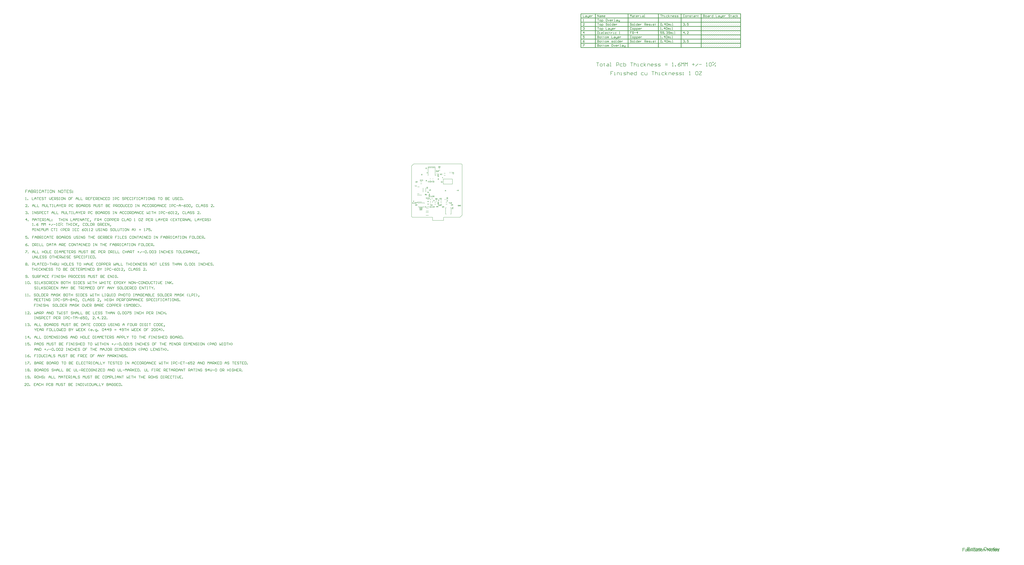
<source format=gbo>
G04 Layer_Color=32896*
%FSLAX25Y25*%
%MOIN*%
G70*
G01*
G75*
%ADD26C,0.01500*%
%ADD27C,0.01000*%
%ADD28C,0.00800*%
%ADD30C,0.00100*%
%ADD31C,0.00500*%
G36*
X51565Y142361D02*
X51635Y142357D01*
X51763Y142330D01*
X51822Y142314D01*
X51881Y142295D01*
X51931Y142275D01*
X51978Y142256D01*
X52021Y142236D01*
X52056Y142217D01*
X52087Y142197D01*
X52114Y142182D01*
X52138Y142166D01*
X52153Y142154D01*
X52161Y142150D01*
X52165Y142147D01*
X52216Y142104D01*
X52263Y142057D01*
X52341Y141955D01*
X52411Y141850D01*
X52462Y141745D01*
X52485Y141698D01*
X52501Y141655D01*
X52516Y141612D01*
X52532Y141581D01*
X52540Y141550D01*
X52547Y141530D01*
X52551Y141515D01*
Y141511D01*
X52212Y141425D01*
X52181Y141538D01*
X52142Y141639D01*
X52095Y141721D01*
X52052Y141792D01*
X52009Y141842D01*
X51974Y141881D01*
X51951Y141905D01*
X51947Y141909D01*
X51943Y141912D01*
X51865Y141967D01*
X51787Y142006D01*
X51705Y142037D01*
X51631Y142057D01*
X51565Y142069D01*
X51533Y142072D01*
X51510D01*
X51490Y142076D01*
X51463D01*
X51377Y142072D01*
X51296Y142057D01*
X51221Y142037D01*
X51159Y142018D01*
X51104Y141994D01*
X51061Y141979D01*
X51046Y141971D01*
X51034Y141963D01*
X51030Y141959D01*
X51026D01*
X50956Y141909D01*
X50898Y141850D01*
X50847Y141792D01*
X50804Y141729D01*
X50773Y141679D01*
X50753Y141632D01*
X50746Y141616D01*
X50738Y141604D01*
X50734Y141597D01*
Y141593D01*
X50703Y141499D01*
X50679Y141402D01*
X50664Y141304D01*
X50652Y141214D01*
X50648Y141175D01*
X50644Y141140D01*
Y141105D01*
X50640Y141078D01*
Y141054D01*
Y141039D01*
Y141027D01*
Y141023D01*
X50644Y140930D01*
X50652Y140840D01*
X50664Y140758D01*
X50679Y140684D01*
X50695Y140622D01*
X50699Y140594D01*
X50707Y140575D01*
X50710Y140555D01*
X50714Y140544D01*
X50718Y140536D01*
Y140532D01*
X50753Y140446D01*
X50796Y140368D01*
X50843Y140306D01*
X50886Y140251D01*
X50929Y140208D01*
X50964Y140177D01*
X50987Y140157D01*
X50991Y140150D01*
X50995D01*
X51073Y140103D01*
X51155Y140068D01*
X51237Y140041D01*
X51315Y140025D01*
X51385Y140013D01*
X51412Y140009D01*
X51440D01*
X51459Y140005D01*
X51487D01*
X51580Y140009D01*
X51662Y140025D01*
X51736Y140044D01*
X51795Y140068D01*
X51845Y140095D01*
X51881Y140115D01*
X51904Y140130D01*
X51912Y140134D01*
X51974Y140189D01*
X52025Y140251D01*
X52072Y140321D01*
X52107Y140388D01*
X52134Y140446D01*
X52146Y140473D01*
X52157Y140497D01*
X52165Y140516D01*
X52169Y140532D01*
X52173Y140540D01*
Y140544D01*
X52508Y140466D01*
X52462Y140341D01*
X52434Y140282D01*
X52407Y140232D01*
X52376Y140181D01*
X52345Y140134D01*
X52317Y140095D01*
X52286Y140056D01*
X52259Y140025D01*
X52232Y139998D01*
X52204Y139970D01*
X52185Y139951D01*
X52165Y139935D01*
X52153Y139924D01*
X52146Y139920D01*
X52142Y139916D01*
X52091Y139881D01*
X52040Y139849D01*
X51986Y139822D01*
X51931Y139799D01*
X51822Y139764D01*
X51721Y139740D01*
X51674Y139732D01*
X51631Y139728D01*
X51592Y139725D01*
X51561Y139721D01*
X51533Y139717D01*
X51494D01*
X51370Y139725D01*
X51253Y139740D01*
X51147Y139768D01*
X51100Y139779D01*
X51058Y139795D01*
X51019Y139810D01*
X50980Y139822D01*
X50948Y139838D01*
X50925Y139849D01*
X50902Y139857D01*
X50886Y139865D01*
X50878Y139873D01*
X50874D01*
X50777Y139935D01*
X50687Y140009D01*
X50613Y140083D01*
X50555Y140157D01*
X50504Y140224D01*
X50484Y140251D01*
X50469Y140275D01*
X50457Y140298D01*
X50449Y140313D01*
X50441Y140321D01*
Y140325D01*
X50391Y140438D01*
X50352Y140559D01*
X50328Y140676D01*
X50309Y140785D01*
X50301Y140836D01*
X50297Y140879D01*
X50293Y140922D01*
Y140957D01*
X50289Y140984D01*
Y141004D01*
Y141019D01*
Y141023D01*
X50293Y141160D01*
X50309Y141285D01*
X50332Y141402D01*
X50344Y141456D01*
X50356Y141503D01*
X50367Y141550D01*
X50379Y141589D01*
X50391Y141624D01*
X50402Y141655D01*
X50410Y141679D01*
X50418Y141694D01*
X50422Y141706D01*
Y141710D01*
X50476Y141823D01*
X50543Y141920D01*
X50605Y142006D01*
X50671Y142072D01*
X50726Y142127D01*
X50773Y142166D01*
X50792Y142178D01*
X50804Y142189D01*
X50812Y142193D01*
X50816Y142197D01*
X50867Y142228D01*
X50921Y142252D01*
X51030Y142295D01*
X51143Y142322D01*
X51253Y142345D01*
X51299Y142349D01*
X51346Y142357D01*
X51385Y142361D01*
X51420D01*
X51451Y142365D01*
X51490D01*
X51565Y142361D01*
D02*
G37*
G36*
X62641D02*
X62742Y142349D01*
X62832Y142334D01*
X62914Y142314D01*
X62949Y142306D01*
X62984Y142299D01*
X63011Y142291D01*
X63034Y142283D01*
X63054Y142275D01*
X63070Y142271D01*
X63077Y142267D01*
X63081D01*
X63179Y142225D01*
X63276Y142178D01*
X63362Y142127D01*
X63440Y142080D01*
X63506Y142033D01*
X63534Y142018D01*
X63557Y141998D01*
X63577Y141987D01*
X63588Y141975D01*
X63596Y141971D01*
X63600Y141967D01*
Y141016D01*
X62516D01*
Y141316D01*
X63269D01*
Y141799D01*
X63222Y141834D01*
X63171Y141870D01*
X63120Y141901D01*
X63070Y141928D01*
X63023Y141952D01*
X62984Y141967D01*
X62968Y141975D01*
X62957Y141979D01*
X62953Y141983D01*
X62949D01*
X62871Y142010D01*
X62793Y142030D01*
X62719Y142045D01*
X62656Y142053D01*
X62602Y142061D01*
X62559Y142065D01*
X62520D01*
X62426Y142061D01*
X62336Y142049D01*
X62258Y142030D01*
X62184Y142010D01*
X62126Y141990D01*
X62098Y141979D01*
X62079Y141971D01*
X62063Y141967D01*
X62052Y141959D01*
X62044Y141955D01*
X62040D01*
X61962Y141909D01*
X61892Y141854D01*
X61833Y141796D01*
X61787Y141741D01*
X61751Y141690D01*
X61724Y141651D01*
X61712Y141636D01*
X61705Y141624D01*
X61701Y141616D01*
Y141612D01*
X61662Y141519D01*
X61634Y141425D01*
X61611Y141328D01*
X61599Y141234D01*
X61595Y141195D01*
X61592Y141156D01*
X61588Y141121D01*
Y141094D01*
X61584Y141066D01*
Y141051D01*
Y141039D01*
Y141035D01*
X61588Y140934D01*
X61599Y140836D01*
X61615Y140750D01*
X61634Y140672D01*
X61650Y140610D01*
X61658Y140583D01*
X61666Y140563D01*
X61673Y140544D01*
X61677Y140532D01*
X61681Y140524D01*
Y140520D01*
X61705Y140470D01*
X61728Y140423D01*
X61755Y140380D01*
X61783Y140341D01*
X61806Y140310D01*
X61826Y140286D01*
X61837Y140271D01*
X61841Y140267D01*
X61884Y140224D01*
X61927Y140189D01*
X61974Y140157D01*
X62017Y140130D01*
X62056Y140107D01*
X62087Y140091D01*
X62106Y140083D01*
X62114Y140079D01*
X62180Y140056D01*
X62247Y140037D01*
X62317Y140025D01*
X62379Y140013D01*
X62434Y140009D01*
X62477Y140005D01*
X62516D01*
X62586Y140009D01*
X62652Y140017D01*
X62711Y140029D01*
X62761Y140041D01*
X62804Y140052D01*
X62840Y140064D01*
X62859Y140072D01*
X62867Y140076D01*
X62925Y140103D01*
X62972Y140130D01*
X63015Y140161D01*
X63050Y140189D01*
X63077Y140216D01*
X63097Y140235D01*
X63109Y140251D01*
X63112Y140255D01*
X63144Y140302D01*
X63171Y140352D01*
X63194Y140403D01*
X63214Y140450D01*
X63230Y140497D01*
X63245Y140532D01*
X63249Y140555D01*
X63253Y140559D01*
Y140563D01*
X63561Y140477D01*
X63534Y140384D01*
X63503Y140302D01*
X63471Y140232D01*
X63440Y140173D01*
X63409Y140122D01*
X63385Y140087D01*
X63370Y140068D01*
X63366Y140060D01*
X63315Y140001D01*
X63257Y139955D01*
X63198Y139912D01*
X63140Y139877D01*
X63089Y139846D01*
X63050Y139826D01*
X63034Y139818D01*
X63023Y139814D01*
X63015Y139810D01*
X63011D01*
X62925Y139779D01*
X62840Y139756D01*
X62754Y139740D01*
X62680Y139728D01*
X62613Y139721D01*
X62582D01*
X62559Y139717D01*
X62512D01*
X62371Y139725D01*
X62247Y139740D01*
X62130Y139768D01*
X62079Y139783D01*
X62032Y139795D01*
X61989Y139810D01*
X61950Y139826D01*
X61915Y139838D01*
X61888Y139853D01*
X61868Y139861D01*
X61849Y139869D01*
X61841Y139877D01*
X61837D01*
X61783Y139908D01*
X61736Y139943D01*
X61642Y140017D01*
X61568Y140095D01*
X61502Y140173D01*
X61455Y140247D01*
X61436Y140275D01*
X61416Y140302D01*
X61404Y140325D01*
X61396Y140341D01*
X61389Y140352D01*
Y140356D01*
X61338Y140477D01*
X61299Y140602D01*
X61272Y140719D01*
X61252Y140828D01*
X61244Y140875D01*
X61241Y140918D01*
X61237Y140957D01*
Y140992D01*
X61233Y141019D01*
Y141039D01*
Y141051D01*
Y141054D01*
X61241Y141191D01*
X61256Y141320D01*
X61283Y141437D01*
X61295Y141491D01*
X61311Y141538D01*
X61326Y141585D01*
X61338Y141624D01*
X61354Y141659D01*
X61365Y141686D01*
X61373Y141710D01*
X61381Y141725D01*
X61389Y141737D01*
Y141741D01*
X61455Y141846D01*
X61529Y141940D01*
X61603Y142022D01*
X61681Y142088D01*
X61747Y142139D01*
X61775Y142158D01*
X61802Y142174D01*
X61822Y142189D01*
X61841Y142197D01*
X61849Y142201D01*
X61853Y142205D01*
X61970Y142260D01*
X62091Y142299D01*
X62204Y142326D01*
X62313Y142345D01*
X62360Y142353D01*
X62403Y142357D01*
X62442Y142361D01*
X62477D01*
X62504Y142365D01*
X62539D01*
X62641Y142361D01*
D02*
G37*
G36*
X66018Y142022D02*
X64446D01*
Y141148D01*
X65862D01*
Y140848D01*
X64446D01*
Y140060D01*
X65960D01*
Y139760D01*
X64107D01*
Y142322D01*
X66018D01*
Y142022D01*
D02*
G37*
G36*
X59743Y142318D02*
X59821Y142314D01*
X59891Y142306D01*
X59950Y142299D01*
X60000Y142291D01*
X60035Y142287D01*
X60059Y142279D01*
X60067D01*
X60133Y142260D01*
X60191Y142240D01*
X60242Y142221D01*
X60285Y142201D01*
X60320Y142182D01*
X60347Y142166D01*
X60367Y142158D01*
X60371Y142154D01*
X60418Y142119D01*
X60461Y142080D01*
X60503Y142041D01*
X60535Y142006D01*
X60566Y141971D01*
X60585Y141944D01*
X60601Y141928D01*
X60605Y141920D01*
X60644Y141862D01*
X60679Y141799D01*
X60710Y141737D01*
X60733Y141679D01*
X60753Y141624D01*
X60769Y141585D01*
X60773Y141569D01*
X60776Y141558D01*
X60780Y141550D01*
Y141546D01*
X60804Y141460D01*
X60819Y141370D01*
X60835Y141281D01*
X60843Y141203D01*
X60847Y141132D01*
Y141101D01*
X60851Y141078D01*
Y141054D01*
Y141039D01*
Y141031D01*
Y141027D01*
X60847Y140902D01*
X60835Y140789D01*
X60819Y140688D01*
X60808Y140641D01*
X60800Y140598D01*
X60792Y140559D01*
X60780Y140524D01*
X60773Y140493D01*
X60765Y140470D01*
X60757Y140450D01*
X60753Y140434D01*
X60749Y140427D01*
Y140423D01*
X60706Y140325D01*
X60659Y140239D01*
X60609Y140165D01*
X60558Y140103D01*
X60515Y140052D01*
X60480Y140013D01*
X60453Y139990D01*
X60449Y139982D01*
X60445D01*
X60382Y139935D01*
X60320Y139896D01*
X60258Y139865D01*
X60199Y139842D01*
X60149Y139822D01*
X60106Y139810D01*
X60090Y139803D01*
X60082D01*
X60074Y139799D01*
X60071D01*
X60008Y139787D01*
X59934Y139775D01*
X59856Y139768D01*
X59786Y139764D01*
X59720Y139760D01*
X58737D01*
Y142322D01*
X59657D01*
X59743Y142318D01*
D02*
G37*
G36*
X58269Y142022D02*
X56697D01*
Y141148D01*
X58113D01*
Y140848D01*
X56697D01*
Y140060D01*
X58210D01*
Y139760D01*
X56358D01*
Y142322D01*
X58269D01*
Y142022D01*
D02*
G37*
G36*
X54096Y142314D02*
X54166Y142310D01*
X54228Y142303D01*
X54275Y142295D01*
X54310Y142291D01*
X54334Y142283D01*
X54341D01*
X54400Y142263D01*
X54454Y142244D01*
X54505Y142225D01*
X54544Y142205D01*
X54579Y142185D01*
X54603Y142170D01*
X54618Y142162D01*
X54622Y142158D01*
X54661Y142123D01*
X54700Y142084D01*
X54731Y142045D01*
X54759Y142006D01*
X54778Y141971D01*
X54798Y141944D01*
X54805Y141924D01*
X54809Y141916D01*
X54837Y141858D01*
X54856Y141799D01*
X54868Y141741D01*
X54880Y141690D01*
X54883Y141647D01*
X54887Y141612D01*
Y141589D01*
Y141581D01*
X54883Y141499D01*
X54868Y141425D01*
X54848Y141363D01*
X54825Y141304D01*
X54798Y141257D01*
X54778Y141222D01*
X54763Y141203D01*
X54759Y141195D01*
X54708Y141136D01*
X54650Y141090D01*
X54591Y141051D01*
X54532Y141016D01*
X54482Y140992D01*
X54439Y140973D01*
X54423Y140969D01*
X54412Y140965D01*
X54404Y140961D01*
X54400D01*
X54466Y140926D01*
X54521Y140887D01*
X54568Y140852D01*
X54607Y140813D01*
X54634Y140781D01*
X54657Y140754D01*
X54669Y140739D01*
X54673Y140731D01*
X54704Y140676D01*
X54724Y140618D01*
X54739Y140567D01*
X54751Y140520D01*
X54759Y140477D01*
X54763Y140446D01*
Y140427D01*
Y140419D01*
X54759Y140352D01*
X54747Y140290D01*
X54731Y140235D01*
X54712Y140185D01*
X54692Y140142D01*
X54677Y140107D01*
X54665Y140087D01*
X54661Y140079D01*
X54618Y140021D01*
X54575Y139974D01*
X54529Y139931D01*
X54482Y139896D01*
X54443Y139873D01*
X54412Y139853D01*
X54388Y139842D01*
X54384Y139838D01*
X54380D01*
X54310Y139810D01*
X54232Y139791D01*
X54154Y139779D01*
X54080Y139768D01*
X54014Y139764D01*
X53987D01*
X53959Y139760D01*
X52953D01*
Y142322D01*
X54018D01*
X54096Y142314D01*
D02*
G37*
G36*
X48339Y141277D02*
X48994D01*
X49092Y141273D01*
X49182Y141269D01*
X49264Y141257D01*
X49342Y141242D01*
X49408Y141226D01*
X49470Y141207D01*
X49525Y141187D01*
X49572Y141164D01*
X49615Y141144D01*
X49650Y141125D01*
X49677Y141105D01*
X49704Y141090D01*
X49720Y141074D01*
X49732Y141062D01*
X49739Y141058D01*
X49743Y141054D01*
X49782Y141012D01*
X49814Y140965D01*
X49841Y140918D01*
X49864Y140871D01*
X49903Y140781D01*
X49927Y140692D01*
X49938Y140653D01*
X49942Y140618D01*
X49946Y140583D01*
X49950Y140555D01*
X49954Y140532D01*
Y140516D01*
Y140505D01*
Y140501D01*
X49950Y140430D01*
X49942Y140364D01*
X49931Y140306D01*
X49915Y140255D01*
X49899Y140212D01*
X49888Y140181D01*
X49880Y140161D01*
X49876Y140154D01*
X49845Y140095D01*
X49810Y140048D01*
X49775Y140005D01*
X49743Y139970D01*
X49716Y139943D01*
X49693Y139924D01*
X49673Y139912D01*
X49669Y139908D01*
X49619Y139877D01*
X49564Y139849D01*
X49513Y139830D01*
X49463Y139814D01*
X49420Y139803D01*
X49384Y139795D01*
X49361Y139787D01*
X49353D01*
X49299Y139779D01*
X49236Y139771D01*
X49170Y139768D01*
X49108Y139764D01*
X49049Y139760D01*
X48000D01*
Y142322D01*
X48339D01*
Y141277D01*
D02*
G37*
G36*
X1618237Y-940485D02*
X1618325D01*
X1618428Y-940500D01*
X1618647Y-940543D01*
X1618911Y-940617D01*
X1619174Y-940719D01*
X1619423Y-940866D01*
X1619658Y-941056D01*
X1619687Y-941085D01*
X1619745Y-941158D01*
X1619833Y-941305D01*
X1619950Y-941495D01*
X1620053Y-941744D01*
X1620141Y-942037D01*
X1620199Y-942403D01*
X1620229Y-942608D01*
Y-942827D01*
Y-943039D01*
X1620254Y-943044D01*
X1620429Y-943087D01*
X1620795Y-943205D01*
X1620986Y-943278D01*
X1621191Y-943366D01*
X1621381Y-943483D01*
X1621571Y-943614D01*
X1621762Y-943761D01*
X1621937Y-943922D01*
X1621952Y-943937D01*
X1621981Y-943966D01*
X1622025Y-944024D01*
X1622084Y-944098D01*
X1622157Y-944185D01*
X1622230Y-944303D01*
X1622318Y-944449D01*
X1622406Y-944595D01*
X1622479Y-944771D01*
X1622567Y-944976D01*
X1622640Y-945181D01*
X1622713Y-945415D01*
X1622772Y-945664D01*
X1622816Y-945942D01*
X1622845Y-946220D01*
X1622860Y-946528D01*
Y-946542D01*
Y-946586D01*
Y-946660D01*
Y-946747D01*
X1622845Y-946865D01*
Y-946996D01*
X1622830Y-947143D01*
X1622816Y-947304D01*
X1622757Y-947641D01*
X1622684Y-947992D01*
X1622581Y-948343D01*
X1622450Y-948651D01*
Y-948665D01*
X1622435Y-948680D01*
X1622376Y-948782D01*
X1622274Y-948914D01*
X1622142Y-949090D01*
X1621981Y-949280D01*
X1621776Y-949471D01*
X1621542Y-949661D01*
X1621264Y-949837D01*
X1621249D01*
X1621235Y-949851D01*
X1621191Y-949880D01*
X1621132Y-949895D01*
X1620971Y-949968D01*
X1620766Y-950041D01*
X1620517Y-950129D01*
X1620239Y-950188D01*
X1619931Y-950246D01*
X1619595Y-950261D01*
X1619448D01*
X1619346Y-950246D01*
X1619229Y-950232D01*
X1619082Y-950217D01*
X1618921Y-950188D01*
X1618746Y-950144D01*
X1618380Y-950027D01*
X1618175Y-949954D01*
X1617984Y-949866D01*
X1617779Y-949763D01*
X1617589Y-949632D01*
X1617399Y-949485D01*
X1617223Y-949324D01*
X1617208Y-949309D01*
X1617179Y-949280D01*
X1617135Y-949222D01*
X1617091Y-949148D01*
X1617018Y-949046D01*
X1616945Y-948929D01*
X1616857Y-948797D01*
X1616784Y-948636D01*
X1616696Y-948446D01*
X1616608Y-948255D01*
X1616535Y-948021D01*
X1616476Y-947787D01*
X1616418Y-947523D01*
X1616374Y-947245D01*
X1616345Y-946938D01*
X1616330Y-946616D01*
Y-946586D01*
Y-946528D01*
X1616345Y-946425D01*
Y-946294D01*
X1616359Y-946133D01*
X1616389Y-945957D01*
X1616418Y-945752D01*
X1616462Y-945532D01*
X1616520Y-945298D01*
X1616594Y-945064D01*
X1616681Y-944830D01*
X1616784Y-944595D01*
X1616901Y-944361D01*
X1617047Y-944141D01*
X1617208Y-943937D01*
X1617399Y-943746D01*
X1617413Y-943732D01*
X1617443Y-943717D01*
X1617487Y-943673D01*
X1617560Y-943629D01*
X1617648Y-943571D01*
X1617750Y-943497D01*
X1617867Y-943424D01*
X1618014Y-943351D01*
X1618160Y-943292D01*
X1618321Y-943219D01*
X1618702Y-943087D01*
X1619043Y-943017D01*
Y-942974D01*
X1619028Y-942827D01*
X1618999Y-942491D01*
X1618969Y-942330D01*
X1618925Y-942198D01*
Y-942183D01*
X1618896Y-942139D01*
X1618867Y-942081D01*
X1618823Y-942008D01*
X1618764Y-941934D01*
X1618691Y-941846D01*
X1618603Y-941759D01*
X1618501Y-941685D01*
X1618486Y-941671D01*
X1618442Y-941656D01*
X1618384Y-941627D01*
X1618311Y-941583D01*
X1618208Y-941554D01*
X1618076Y-941524D01*
X1617945Y-941510D01*
X1617798Y-941495D01*
X1617681D01*
X1617535Y-941524D01*
X1617374Y-941554D01*
X1617183Y-941612D01*
X1616978Y-941700D01*
X1616759Y-941832D01*
X1616569Y-941993D01*
X1616554Y-942022D01*
X1616495Y-942081D01*
X1616422Y-942198D01*
X1616334Y-942373D01*
X1616232Y-942593D01*
X1616159Y-942857D01*
X1616100Y-943179D01*
X1616085Y-943559D01*
Y-947600D01*
X1614983D01*
Y-950100D01*
X1613797D01*
Y-943131D01*
X1614899D01*
Y-943076D01*
Y-943062D01*
Y-943047D01*
Y-943003D01*
Y-942945D01*
X1614885Y-942798D01*
X1614870Y-942637D01*
X1614826Y-942432D01*
X1614782Y-942242D01*
X1614709Y-942051D01*
X1614607Y-941890D01*
X1614592Y-941876D01*
X1614548Y-941832D01*
X1614545Y-941828D01*
X1613797D01*
Y-941503D01*
X1613670Y-941495D01*
X1613582D01*
X1613494Y-941510D01*
X1613362Y-941524D01*
X1613231Y-941554D01*
X1613070Y-941612D01*
X1612909Y-941671D01*
X1612747Y-941759D01*
X1612733Y-941773D01*
X1612674Y-941803D01*
X1612601Y-941876D01*
X1612513Y-941949D01*
X1612411Y-942066D01*
X1612308Y-942198D01*
X1612220Y-942359D01*
X1612133Y-942535D01*
X1612118Y-942564D01*
X1612103Y-942622D01*
X1612074Y-942739D01*
X1612045Y-942901D01*
X1612001Y-943106D01*
X1611998Y-943131D01*
X1612626D01*
Y-944054D01*
X1611942D01*
Y-947600D01*
X1611440D01*
Y-948138D01*
Y-948153D01*
Y-948211D01*
Y-948299D01*
X1611455Y-948402D01*
X1611470Y-948621D01*
X1611484Y-948709D01*
X1611499Y-948782D01*
X1611514Y-948812D01*
X1611543Y-948870D01*
X1611601Y-948943D01*
X1611689Y-949017D01*
X1611719Y-949031D01*
X1611792Y-949046D01*
X1611923Y-949075D01*
X1612099Y-949090D01*
X1612246D01*
X1612319Y-949075D01*
X1612407D01*
X1612626Y-949046D01*
X1612787Y-950085D01*
X1612758D01*
X1612699Y-950100D01*
X1612612Y-950115D01*
X1612480Y-950129D01*
X1612348Y-950159D01*
X1612202Y-950173D01*
X1611894Y-950188D01*
X1611792D01*
X1611675Y-950173D01*
X1611528Y-950159D01*
X1611367Y-950144D01*
X1611191Y-950100D01*
X1611030Y-950056D01*
X1610884Y-949998D01*
X1610869Y-949983D01*
X1610825Y-949954D01*
X1610767Y-949910D01*
X1610694Y-949851D01*
X1610606Y-949778D01*
X1610533Y-949690D01*
X1610445Y-949588D01*
X1610386Y-949471D01*
Y-949456D01*
X1610372Y-949397D01*
X1610342Y-949309D01*
X1610328Y-949163D01*
X1610298Y-948973D01*
X1610284Y-948870D01*
X1610269Y-948738D01*
Y-948592D01*
X1610254Y-948431D01*
Y-948255D01*
Y-948065D01*
Y-944054D01*
X1609380D01*
Y-944086D01*
Y-944160D01*
Y-944247D01*
X1609366Y-944365D01*
Y-944496D01*
X1609351Y-944643D01*
X1609336Y-944804D01*
X1609278Y-945140D01*
X1609205Y-945492D01*
X1609102Y-945843D01*
X1608970Y-946151D01*
Y-946165D01*
X1608956Y-946180D01*
X1608897Y-946282D01*
X1608795Y-946414D01*
X1608663Y-946590D01*
X1608502Y-946780D01*
X1608297Y-946970D01*
X1608234Y-947021D01*
Y-947187D01*
Y-947201D01*
Y-947260D01*
Y-947348D01*
Y-947450D01*
Y-947582D01*
Y-947728D01*
X1608249Y-948065D01*
Y-948431D01*
X1608263Y-948768D01*
X1608278Y-948929D01*
Y-949061D01*
X1608293Y-949178D01*
X1608307Y-949280D01*
Y-949295D01*
X1608322Y-949353D01*
X1608337Y-949441D01*
X1608366Y-949544D01*
X1608410Y-949661D01*
X1608468Y-949807D01*
X1608600Y-950100D01*
X1607370D01*
X1607356Y-950085D01*
X1607341Y-950041D01*
X1607312Y-949954D01*
X1607268Y-949851D01*
X1607224Y-949719D01*
X1607195Y-949573D01*
X1607165Y-949412D01*
X1607136Y-949222D01*
X1607107Y-949251D01*
X1607019Y-949309D01*
X1606902Y-949412D01*
X1606726Y-949529D01*
X1606536Y-949675D01*
X1606316Y-949807D01*
X1606097Y-949924D01*
X1605862Y-950027D01*
X1605833Y-950041D01*
X1605760Y-950056D01*
X1605643Y-950100D01*
X1605482Y-950144D01*
X1605277Y-950188D01*
X1605057Y-950217D01*
X1604823Y-950246D01*
X1604560Y-950261D01*
X1604457D01*
X1604369Y-950246D01*
X1604281D01*
X1604164Y-950232D01*
X1603915Y-950188D01*
X1603623Y-950129D01*
X1603344Y-950027D01*
X1603052Y-949895D01*
X1602803Y-949705D01*
X1602773Y-949675D01*
X1602700Y-949602D01*
X1602612Y-949485D01*
X1602495Y-949309D01*
X1602378Y-949104D01*
X1602290Y-948870D01*
X1602217Y-948577D01*
X1602188Y-948270D01*
Y-948241D01*
Y-948182D01*
X1602202Y-948080D01*
X1602217Y-947963D01*
X1602246Y-947816D01*
X1602276Y-947655D01*
X1602334Y-947494D01*
X1602407Y-947333D01*
X1602422Y-947318D01*
X1602451Y-947260D01*
X1602495Y-947187D01*
X1602568Y-947084D01*
X1602656Y-946982D01*
X1602773Y-946865D01*
X1602891Y-946762D01*
X1603022Y-946660D01*
X1603037Y-946645D01*
X1603095Y-946616D01*
X1603169Y-946572D01*
X1603271Y-946513D01*
X1603403Y-946440D01*
X1603457Y-946416D01*
X1603378Y-946297D01*
X1603305Y-946136D01*
X1603217Y-945946D01*
X1603129Y-945755D01*
X1603056Y-945521D01*
X1602997Y-945287D01*
X1602975Y-945189D01*
X1602393Y-945108D01*
Y-945093D01*
X1602407Y-945078D01*
X1602422Y-944991D01*
X1602466Y-944859D01*
X1602510Y-944683D01*
X1602583Y-944493D01*
X1602671Y-944303D01*
X1602773Y-944098D01*
X1602857Y-943987D01*
X1602865Y-943925D01*
Y-943794D01*
X1602880Y-943633D01*
X1602909Y-943457D01*
X1602939Y-943252D01*
X1602983Y-943032D01*
X1603041Y-942798D01*
X1603114Y-942564D01*
X1603202Y-942330D01*
X1603305Y-942095D01*
X1603422Y-941861D01*
X1603568Y-941642D01*
X1603729Y-941437D01*
X1603919Y-941246D01*
X1603934Y-941232D01*
X1603963Y-941217D01*
X1604007Y-941173D01*
X1604081Y-941129D01*
X1604168Y-941071D01*
X1604271Y-940997D01*
X1604388Y-940924D01*
X1604534Y-940851D01*
X1604681Y-940792D01*
X1604842Y-940719D01*
X1605223Y-940587D01*
X1605647Y-940500D01*
X1605881Y-940485D01*
X1606116Y-940470D01*
X1606247D01*
X1606350Y-940485D01*
X1606482Y-940500D01*
X1606613Y-940514D01*
X1606774Y-940543D01*
X1606950Y-940587D01*
X1607316Y-940705D01*
X1607506Y-940778D01*
X1607711Y-940866D01*
X1607902Y-940983D01*
X1608092Y-941115D01*
X1608282Y-941261D01*
X1608458Y-941422D01*
X1608473Y-941437D01*
X1608502Y-941466D01*
X1608546Y-941524D01*
X1608604Y-941598D01*
X1608677Y-941685D01*
X1608751Y-941803D01*
X1608839Y-941949D01*
X1608926Y-942095D01*
X1609000Y-942271D01*
X1609087Y-942476D01*
X1609161Y-942681D01*
X1609234Y-942915D01*
X1609292Y-943164D01*
X1609336Y-943442D01*
X1609366Y-943720D01*
X1609376Y-943941D01*
Y-943131D01*
X1610254D01*
Y-941418D01*
X1610756Y-941115D01*
Y-940631D01*
X1611810D01*
Y-941612D01*
X1611825Y-941583D01*
X1611869Y-941524D01*
X1611942Y-941437D01*
X1612045Y-941319D01*
X1612162Y-941188D01*
X1612308Y-941056D01*
X1612484Y-940909D01*
X1612674Y-940792D01*
X1612704Y-940778D01*
X1612777Y-940749D01*
X1612894Y-940690D01*
X1613040Y-940631D01*
X1613231Y-940573D01*
X1613436Y-940514D01*
X1613684Y-940485D01*
X1613933Y-940470D01*
X1614065D01*
X1614177Y-940481D01*
X1614983D01*
Y-940682D01*
X1615002Y-940690D01*
X1615192Y-940792D01*
X1615222Y-940807D01*
X1615280Y-940851D01*
X1615368Y-940924D01*
X1615471Y-941027D01*
X1615588Y-941158D01*
X1615705Y-941305D01*
X1615807Y-941495D01*
X1615895Y-941700D01*
X1615910Y-941685D01*
X1615939Y-941642D01*
X1615983Y-941583D01*
X1616041Y-941510D01*
X1616129Y-941407D01*
X1616232Y-941305D01*
X1616349Y-941202D01*
X1616481Y-941085D01*
X1616627Y-940968D01*
X1616788Y-940866D01*
X1617169Y-940661D01*
X1617374Y-940587D01*
X1617593Y-940529D01*
X1617813Y-940485D01*
X1618062Y-940470D01*
X1618164D01*
X1618237Y-940485D01*
D02*
G37*
G36*
X1655935Y-947600D02*
X1654750D01*
Y-944054D01*
X1653984D01*
Y-948138D01*
Y-948153D01*
Y-948211D01*
Y-948299D01*
X1653999Y-948402D01*
X1654013Y-948621D01*
X1654028Y-948709D01*
X1654043Y-948782D01*
X1654057Y-948812D01*
X1654087Y-948870D01*
X1654145Y-948943D01*
X1654233Y-949017D01*
X1654262Y-949031D01*
X1654336Y-949046D01*
X1654467Y-949075D01*
X1654643Y-949090D01*
X1654789D01*
X1654863Y-949075D01*
X1654950D01*
X1655170Y-949046D01*
X1655331Y-950085D01*
X1655302D01*
X1655243Y-950100D01*
X1655155Y-950115D01*
X1655024Y-950129D01*
X1654892Y-950159D01*
X1654745Y-950173D01*
X1654438Y-950188D01*
X1654336D01*
X1654218Y-950173D01*
X1654072Y-950159D01*
X1653911Y-950144D01*
X1653735Y-950100D01*
X1653574Y-950056D01*
X1653428Y-949998D01*
X1653413Y-949983D01*
X1653369Y-949954D01*
X1653311Y-949910D01*
X1653238Y-949851D01*
X1653150Y-949778D01*
X1653077Y-949690D01*
X1652989Y-949588D01*
X1652930Y-949471D01*
Y-949456D01*
X1652915Y-949397D01*
X1652886Y-949309D01*
X1652872Y-949163D01*
X1652842Y-948973D01*
X1652828Y-948870D01*
X1652813Y-948738D01*
Y-948592D01*
X1652798Y-948431D01*
Y-948255D01*
Y-948065D01*
Y-944054D01*
X1651920D01*
Y-943131D01*
X1652798D01*
Y-941686D01*
X1652788Y-941685D01*
X1652729D01*
X1652656Y-941700D01*
X1652554Y-941715D01*
X1652451Y-941744D01*
X1652334Y-941788D01*
X1652217Y-941846D01*
X1652100Y-941920D01*
X1652085Y-941934D01*
X1652056Y-941964D01*
X1651997Y-942022D01*
X1651939Y-942095D01*
X1651866Y-942183D01*
X1651792Y-942300D01*
X1651734Y-942432D01*
X1651675Y-942579D01*
X1651661Y-942608D01*
X1651646Y-942681D01*
X1651617Y-942813D01*
X1651587Y-942988D01*
X1651543Y-943193D01*
X1651514Y-943428D01*
X1651500Y-943676D01*
X1651485Y-943955D01*
Y-947600D01*
X1651122D01*
X1651115Y-947641D01*
X1651041Y-947992D01*
X1650939Y-948343D01*
X1650807Y-948651D01*
Y-948665D01*
X1650793Y-948680D01*
X1650734Y-948782D01*
X1650632Y-948914D01*
X1650500Y-949090D01*
X1650339Y-949280D01*
X1650134Y-949471D01*
X1649900Y-949661D01*
X1649621Y-949837D01*
X1649607D01*
X1649592Y-949851D01*
X1649548Y-949880D01*
X1649490Y-949895D01*
X1649329Y-949968D01*
X1649124Y-950041D01*
X1648875Y-950129D01*
X1648597Y-950188D01*
X1648289Y-950246D01*
X1647952Y-950261D01*
X1647806D01*
X1647704Y-950246D01*
X1647586Y-950232D01*
X1647440Y-950217D01*
X1647279Y-950188D01*
X1647103Y-950144D01*
X1646737Y-950027D01*
X1646532Y-949954D01*
X1646342Y-949866D01*
X1646137Y-949763D01*
X1645947Y-949632D01*
X1645757Y-949485D01*
X1645581Y-949324D01*
X1645566Y-949309D01*
X1645537Y-949280D01*
X1645493Y-949222D01*
X1645449Y-949148D01*
X1645376Y-949046D01*
X1645303Y-948929D01*
X1645215Y-948797D01*
X1645142Y-948636D01*
X1645054Y-948446D01*
X1644966Y-948255D01*
X1644893Y-948021D01*
X1644834Y-947787D01*
X1644797Y-947618D01*
X1644502Y-947527D01*
X1644297Y-947454D01*
X1644106Y-947366D01*
X1643901Y-947263D01*
X1643711Y-947132D01*
X1643521Y-946985D01*
X1643345Y-946824D01*
X1643330Y-946809D01*
X1643301Y-946780D01*
X1643257Y-946722D01*
X1643213Y-946648D01*
X1643151Y-946573D01*
Y-950100D01*
X1641848D01*
X1639526Y-946627D01*
X1639158Y-947600D01*
X1638045D01*
X1636797Y-944316D01*
Y-950100D01*
X1635582D01*
Y-941121D01*
X1635395Y-940631D01*
X1635582D01*
Y-940481D01*
X1636870D01*
X1639308Y-944118D01*
X1640578Y-940631D01*
X1641793D01*
X1640054Y-945230D01*
X1641935Y-948036D01*
Y-940481D01*
X1643151D01*
Y-941693D01*
X1643184Y-941642D01*
X1643345Y-941451D01*
X1643360Y-941437D01*
X1643389Y-941407D01*
X1643433Y-941363D01*
X1643506Y-941290D01*
X1643594Y-941217D01*
X1643711Y-941144D01*
X1643828Y-941056D01*
X1643975Y-940953D01*
X1644136Y-940866D01*
X1644311Y-940778D01*
X1644502Y-940705D01*
X1644721Y-940617D01*
X1644941Y-940558D01*
X1645175Y-940514D01*
X1645424Y-940485D01*
X1645687Y-940470D01*
X1645819D01*
X1645922Y-940485D01*
X1646039Y-940500D01*
X1646185Y-940514D01*
X1646332Y-940543D01*
X1646507Y-940587D01*
X1646859Y-940705D01*
X1647049Y-940778D01*
X1647239Y-940880D01*
X1647430Y-940983D01*
X1647620Y-941115D01*
X1647796Y-941261D01*
X1647971Y-941437D01*
X1647986Y-941451D01*
X1648015Y-941481D01*
X1648059Y-941539D01*
X1648118Y-941612D01*
X1648176Y-941715D01*
X1648249Y-941832D01*
X1648337Y-941964D01*
X1648425Y-942125D01*
X1648498Y-942315D01*
X1648586Y-942505D01*
X1648659Y-942725D01*
X1648733Y-942974D01*
X1648751Y-943079D01*
X1648787Y-943087D01*
X1649153Y-943205D01*
X1649343Y-943278D01*
X1649548Y-943366D01*
X1649739Y-943483D01*
X1649929Y-943614D01*
X1650119Y-943761D01*
X1650295Y-943922D01*
X1650299Y-943926D01*
Y-940631D01*
X1651368D01*
Y-941671D01*
X1651382Y-941656D01*
X1651441Y-941568D01*
X1651514Y-941437D01*
X1651602Y-941290D01*
X1651719Y-941129D01*
X1651851Y-940968D01*
X1651968Y-940822D01*
X1652100Y-940719D01*
X1652114Y-940705D01*
X1652158Y-940675D01*
X1652231Y-940646D01*
X1652334Y-940587D01*
X1652436Y-940543D01*
X1652568Y-940514D01*
X1652715Y-940485D01*
X1652861Y-940470D01*
X1652963D01*
X1653081Y-940485D01*
X1653242Y-940514D01*
X1653417Y-940573D01*
X1653622Y-940631D01*
X1653842Y-940734D01*
X1653888Y-940759D01*
X1653984Y-940701D01*
Y-940814D01*
X1654076Y-940866D01*
X1653984Y-941100D01*
Y-943131D01*
X1654750D01*
Y-937982D01*
X1655935D01*
Y-947600D01*
D02*
G37*
G36*
X1600948Y-940631D02*
X1602133D01*
Y-941554D01*
X1600948D01*
Y-944014D01*
X1601075Y-944200D01*
X1601222Y-944478D01*
X1601353Y-944815D01*
X1601456Y-945181D01*
X1600948Y-945259D01*
Y-945638D01*
Y-945653D01*
Y-945711D01*
Y-945799D01*
X1600962Y-945902D01*
X1600977Y-946121D01*
X1600991Y-946209D01*
X1601006Y-946282D01*
X1601021Y-946312D01*
X1601050Y-946370D01*
X1601109Y-946443D01*
X1601196Y-946517D01*
X1601226Y-946531D01*
X1601299Y-946546D01*
X1601431Y-946575D01*
X1601606Y-946590D01*
X1601753D01*
X1601826Y-946575D01*
X1601914D01*
X1602133Y-946546D01*
X1602295Y-947585D01*
X1602265D01*
X1602207Y-947600D01*
X1602119Y-947615D01*
X1601987Y-947629D01*
X1601855Y-947659D01*
X1601709Y-947673D01*
X1601401Y-947688D01*
X1601387D01*
X1601573Y-947714D01*
Y-947728D01*
X1601558Y-947772D01*
X1601544Y-947831D01*
X1601529Y-947904D01*
X1601500Y-948007D01*
X1601471Y-948124D01*
X1601383Y-948402D01*
X1601251Y-948695D01*
X1601075Y-949017D01*
X1600856Y-949309D01*
X1600592Y-949588D01*
X1600577D01*
X1600563Y-949617D01*
X1600519Y-949646D01*
X1600460Y-949690D01*
X1600373Y-949749D01*
X1600285Y-949807D01*
X1600065Y-949924D01*
X1599787Y-950041D01*
X1599450Y-950159D01*
X1599084Y-950232D01*
X1598879Y-950246D01*
X1598674Y-950261D01*
X1598542D01*
X1598440Y-950246D01*
X1598323Y-950232D01*
X1598176Y-950217D01*
X1598030Y-950188D01*
X1597854Y-950144D01*
X1597488Y-950041D01*
X1597298Y-949954D01*
X1597108Y-949866D01*
X1596917Y-949763D01*
X1596742Y-949646D01*
X1596566Y-949500D01*
X1596390Y-949339D01*
X1596376Y-949324D01*
X1596346Y-949295D01*
X1596317Y-949236D01*
X1596259Y-949163D01*
X1596185Y-949061D01*
X1596112Y-948943D01*
X1596039Y-948812D01*
X1595966Y-948651D01*
X1595878Y-948475D01*
X1595805Y-948270D01*
X1595732Y-948050D01*
X1595658Y-947801D01*
X1595600Y-947553D01*
X1595571Y-947260D01*
X1595541Y-946967D01*
X1595527Y-946645D01*
Y-946630D01*
Y-946601D01*
Y-946528D01*
Y-946455D01*
X1595541Y-946352D01*
Y-946250D01*
X1595571Y-945971D01*
X1595615Y-945664D01*
X1595688Y-945342D01*
X1595776Y-944991D01*
X1595893Y-944669D01*
Y-944654D01*
X1595907Y-944625D01*
X1595937Y-944581D01*
X1595966Y-944522D01*
X1596029Y-944418D01*
Y-941554D01*
X1595150D01*
Y-940631D01*
X1596029D01*
Y-938918D01*
X1597214Y-938201D01*
Y-940631D01*
X1598400D01*
Y-941554D01*
X1597214D01*
Y-943299D01*
X1597313Y-943263D01*
X1597518Y-943175D01*
X1597752Y-943102D01*
X1598045Y-943029D01*
X1598352Y-942985D01*
X1598674Y-942970D01*
X1598791D01*
X1598865Y-942985D01*
X1598967D01*
X1599069Y-943000D01*
X1599333Y-943044D01*
X1599626Y-943117D01*
X1599762Y-943160D01*
Y-941554D01*
X1598883D01*
Y-940631D01*
X1599762D01*
Y-938918D01*
X1600948Y-938201D01*
Y-940631D01*
D02*
G37*
G36*
X1661001Y-940485D02*
X1661206Y-940500D01*
X1661440Y-940529D01*
X1661689Y-940558D01*
X1661923Y-940617D01*
X1662143Y-940690D01*
X1662172Y-940705D01*
X1662231Y-940719D01*
X1662333Y-940778D01*
X1662450Y-940836D01*
X1662582Y-940909D01*
X1662728Y-940997D01*
X1662845Y-941100D01*
X1662963Y-941217D01*
X1662977Y-941232D01*
X1663007Y-941276D01*
X1663050Y-941334D01*
X1663109Y-941437D01*
X1663168Y-941554D01*
X1663226Y-941685D01*
X1663285Y-941846D01*
X1663329Y-942022D01*
Y-942037D01*
X1663343Y-942081D01*
X1663358Y-942154D01*
X1663373Y-942271D01*
Y-942417D01*
X1663387Y-942608D01*
X1663402Y-942827D01*
Y-943106D01*
Y-944687D01*
Y-944701D01*
Y-944760D01*
Y-944848D01*
Y-944950D01*
Y-945082D01*
Y-945228D01*
X1663416Y-945565D01*
Y-945931D01*
X1663431Y-946268D01*
X1663446Y-946429D01*
Y-946561D01*
X1663460Y-946678D01*
X1663475Y-946780D01*
Y-946795D01*
X1663490Y-946853D01*
X1663504Y-946941D01*
X1663534Y-947044D01*
X1663577Y-947161D01*
X1663636Y-947307D01*
X1663768Y-947600D01*
X1662538D01*
X1662523Y-947585D01*
X1662509Y-947541D01*
X1662480Y-947454D01*
X1662436Y-947351D01*
X1662392Y-947219D01*
X1662362Y-947073D01*
X1662335Y-946923D01*
X1662053D01*
X1661894Y-947029D01*
X1661704Y-947175D01*
X1661484Y-947307D01*
X1661264Y-947424D01*
X1661030Y-947527D01*
X1661001Y-947541D01*
X1660928Y-947556D01*
X1660811Y-947600D01*
X1660649Y-947644D01*
X1660445Y-947688D01*
X1660225Y-947717D01*
X1659991Y-947746D01*
X1659727Y-947761D01*
X1659625D01*
X1659537Y-947746D01*
X1659449D01*
X1659332Y-947732D01*
X1659083Y-947688D01*
X1658790Y-947629D01*
X1658512Y-947527D01*
X1658219Y-947395D01*
X1657970Y-947205D01*
X1657941Y-947175D01*
X1657868Y-947102D01*
X1657780Y-946985D01*
X1657739Y-946923D01*
X1657161D01*
Y-946938D01*
Y-946967D01*
X1657176Y-947040D01*
Y-947113D01*
X1657190Y-947216D01*
X1657205Y-947318D01*
X1657264Y-947582D01*
X1657351Y-947860D01*
X1657454Y-948153D01*
X1657615Y-948446D01*
X1657805Y-948695D01*
X1657834Y-948724D01*
X1657908Y-948782D01*
X1658039Y-948885D01*
X1658200Y-948987D01*
X1658420Y-949104D01*
X1658669Y-949207D01*
X1658947Y-949265D01*
X1659255Y-949295D01*
X1659372D01*
X1659489Y-949280D01*
X1659635Y-949251D01*
X1659811Y-949207D01*
X1660001Y-949148D01*
X1660192Y-949075D01*
X1660367Y-948958D01*
X1660382Y-948943D01*
X1660440Y-948885D01*
X1660528Y-948812D01*
X1660631Y-948680D01*
X1660748Y-948534D01*
X1660865Y-948343D01*
X1660982Y-948109D01*
X1661099Y-947845D01*
X1662314Y-948007D01*
Y-948021D01*
X1662300Y-948050D01*
X1662285Y-948109D01*
X1662256Y-948182D01*
X1662226Y-948270D01*
X1662183Y-948372D01*
X1662065Y-948621D01*
X1661919Y-948885D01*
X1661743Y-949163D01*
X1661509Y-949441D01*
X1661246Y-949675D01*
X1661231D01*
X1661216Y-949705D01*
X1661172Y-949734D01*
X1661099Y-949763D01*
X1661026Y-949807D01*
X1660938Y-949866D01*
X1660836Y-949910D01*
X1660704Y-949968D01*
X1660426Y-950071D01*
X1660074Y-950173D01*
X1659694Y-950232D01*
X1659255Y-950261D01*
X1659108D01*
X1659006Y-950246D01*
X1658874Y-950232D01*
X1658727Y-950217D01*
X1658566Y-950188D01*
X1658376Y-950144D01*
X1657995Y-950027D01*
X1657791Y-949954D01*
X1657600Y-949866D01*
X1657395Y-949763D01*
X1657205Y-949632D01*
X1657015Y-949485D01*
X1656839Y-949324D01*
X1656824Y-949309D01*
X1656795Y-949280D01*
X1656751Y-949222D01*
X1656707Y-949148D01*
X1656634Y-949061D01*
X1656561Y-948943D01*
X1656473Y-948797D01*
X1656400Y-948636D01*
X1656312Y-948460D01*
X1656224Y-948270D01*
X1656151Y-948050D01*
X1656092Y-947816D01*
X1656034Y-947567D01*
X1655990Y-947289D01*
X1655961Y-946996D01*
X1655946Y-946689D01*
Y-946674D01*
Y-946616D01*
Y-946513D01*
X1655961Y-946396D01*
X1655975Y-946250D01*
X1655990Y-946074D01*
X1656019Y-945884D01*
X1656063Y-945679D01*
X1656166Y-945240D01*
X1656239Y-945020D01*
X1656327Y-944786D01*
X1656429Y-944566D01*
X1656546Y-944347D01*
X1656678Y-944141D01*
X1656839Y-943951D01*
X1656854Y-943937D01*
X1656883Y-943907D01*
X1656927Y-943863D01*
X1657000Y-943790D01*
X1657088Y-943717D01*
X1657205Y-943644D01*
X1657322Y-943556D01*
X1657468Y-943453D01*
X1657630Y-943366D01*
X1657805Y-943278D01*
X1657995Y-943205D01*
X1658215Y-943117D01*
X1658435Y-943058D01*
X1658669Y-943014D01*
X1658918Y-942985D01*
X1659181Y-942970D01*
X1659313D01*
X1659416Y-942985D01*
X1659533Y-943000D01*
X1659679Y-943014D01*
X1659826Y-943044D01*
X1660001Y-943087D01*
X1660353Y-943205D01*
X1660543Y-943278D01*
X1660733Y-943380D01*
X1660902Y-943471D01*
X1661235Y-943413D01*
X1661587Y-943354D01*
X1661923Y-943267D01*
X1662070Y-943223D01*
X1662201Y-943179D01*
Y-943164D01*
Y-943135D01*
X1662216Y-943047D01*
Y-942945D01*
Y-942901D01*
Y-942871D01*
Y-942857D01*
Y-942842D01*
Y-942754D01*
X1662201Y-942622D01*
X1662172Y-942476D01*
X1662128Y-942315D01*
X1662070Y-942139D01*
X1661996Y-941993D01*
X1661879Y-941861D01*
X1661865Y-941846D01*
X1661791Y-941803D01*
X1661689Y-941729D01*
X1661543Y-941656D01*
X1661352Y-941583D01*
X1661118Y-941510D01*
X1660840Y-941466D01*
X1660532Y-941451D01*
X1660401D01*
X1660254Y-941466D01*
X1660064Y-941481D01*
X1659859Y-941524D01*
X1659669Y-941568D01*
X1659464Y-941642D01*
X1659303Y-941744D01*
X1659288Y-941759D01*
X1659244Y-941803D01*
X1659171Y-941876D01*
X1659083Y-941978D01*
X1658981Y-942125D01*
X1658893Y-942300D01*
X1658790Y-942520D01*
X1658717Y-942769D01*
X1657561Y-942608D01*
Y-942593D01*
X1657575Y-942579D01*
X1657590Y-942491D01*
X1657634Y-942359D01*
X1657678Y-942183D01*
X1657751Y-941993D01*
X1657839Y-941803D01*
X1657941Y-941598D01*
X1658073Y-941422D01*
X1658088Y-941407D01*
X1658146Y-941349D01*
X1658219Y-941261D01*
X1658336Y-941158D01*
X1658483Y-941056D01*
X1658673Y-940939D01*
X1658878Y-940822D01*
X1659112Y-940719D01*
X1659127D01*
X1659142Y-940705D01*
X1659185Y-940690D01*
X1659229Y-940675D01*
X1659376Y-940646D01*
X1659566Y-940587D01*
X1659800Y-940543D01*
X1660064Y-940514D01*
X1660371Y-940485D01*
X1660693Y-940470D01*
X1660840D01*
X1661001Y-940485D01*
D02*
G37*
G36*
X1668625Y-946821D02*
X1668712Y-946908D01*
X1668829Y-947055D01*
X1668844Y-947069D01*
X1668873Y-947128D01*
X1668917Y-947216D01*
X1668975Y-947333D01*
X1669034Y-947479D01*
X1669078Y-947655D01*
X1669107Y-947845D01*
X1669122Y-948065D01*
Y-948094D01*
Y-948168D01*
X1669107Y-948285D01*
X1669078Y-948416D01*
X1669034Y-948592D01*
X1668975Y-948782D01*
X1668888Y-948973D01*
X1668771Y-949178D01*
X1668756Y-949207D01*
X1668712Y-949265D01*
X1668624Y-949353D01*
X1668507Y-949471D01*
X1668375Y-949602D01*
X1668200Y-949734D01*
X1667995Y-949866D01*
X1667760Y-949983D01*
X1667731Y-949998D01*
X1667643Y-950027D01*
X1667512Y-950071D01*
X1667336Y-950115D01*
X1667116Y-950173D01*
X1666867Y-950217D01*
X1666751Y-950229D01*
X1666740Y-950235D01*
X1666623Y-950279D01*
X1666491Y-950338D01*
X1666315Y-950382D01*
X1666139Y-950411D01*
X1665935Y-950426D01*
X1665876D01*
X1665803Y-950411D01*
X1665715D01*
X1665598Y-950396D01*
X1665466Y-950367D01*
X1665173Y-950279D01*
X1665154Y-950120D01*
X1664847Y-950027D01*
X1664510Y-949895D01*
X1664364Y-949807D01*
X1664218Y-949705D01*
X1664203D01*
X1664188Y-949675D01*
X1664100Y-949602D01*
X1663983Y-949471D01*
X1663837Y-949280D01*
X1663691Y-949046D01*
X1663544Y-948753D01*
X1663412Y-948416D01*
X1663325Y-948021D01*
X1664496Y-947831D01*
Y-947845D01*
Y-947860D01*
X1664510Y-947948D01*
X1664554Y-948080D01*
X1664598Y-948241D01*
X1664671Y-948416D01*
X1664759Y-948592D01*
X1664891Y-948768D01*
X1665037Y-948929D01*
X1665052Y-948943D01*
X1665125Y-948987D01*
X1665228Y-949046D01*
X1665359Y-949104D01*
X1665550Y-949178D01*
X1665755Y-949236D01*
X1665988Y-949275D01*
X1666154Y-949240D01*
X1666257Y-949210D01*
X1666344Y-949166D01*
X1666359D01*
X1666388Y-949137D01*
X1666432Y-949108D01*
X1666476Y-949064D01*
X1666608Y-948947D01*
X1666740Y-948786D01*
Y-948771D01*
X1666754Y-948742D01*
X1666784Y-948698D01*
X1666828Y-948610D01*
X1666871Y-948493D01*
X1666930Y-948347D01*
X1667003Y-948142D01*
X1667091Y-947907D01*
X1667106Y-947893D01*
X1667120Y-947834D01*
X1667164Y-947746D01*
X1667208Y-947615D01*
X1667120Y-947383D01*
X1666941Y-947318D01*
X1666809Y-947274D01*
X1666677Y-947245D01*
X1666516Y-947201D01*
X1666340Y-947157D01*
X1666326D01*
X1666282Y-947143D01*
X1666223Y-947128D01*
X1666135Y-947099D01*
X1666018Y-947069D01*
X1665901Y-947040D01*
X1665623Y-946952D01*
X1665330Y-946865D01*
X1665023Y-946777D01*
X1664745Y-946674D01*
X1664627Y-946630D01*
X1664525Y-946586D01*
X1664510Y-946572D01*
X1664437Y-946542D01*
X1664349Y-946484D01*
X1664247Y-946411D01*
X1664115Y-946323D01*
X1663998Y-946206D01*
X1663866Y-946074D01*
X1663764Y-945928D01*
X1663749Y-945913D01*
X1663720Y-945854D01*
X1663691Y-945767D01*
X1663647Y-945649D01*
X1663588Y-945518D01*
X1663559Y-945357D01*
X1663529Y-945181D01*
X1663515Y-944991D01*
Y-944976D01*
Y-944917D01*
X1663529Y-944815D01*
X1663544Y-944713D01*
X1663559Y-944581D01*
X1663603Y-944434D01*
X1663647Y-944273D01*
X1663720Y-944127D01*
X1663734Y-944112D01*
X1663764Y-944054D01*
X1663808Y-943981D01*
X1663881Y-943893D01*
X1663954Y-943790D01*
X1664057Y-943688D01*
X1664174Y-943571D01*
X1664305Y-943468D01*
X1664320Y-943453D01*
X1664364Y-943439D01*
X1664422Y-943395D01*
X1664510Y-943351D01*
X1664613Y-943292D01*
X1664745Y-943234D01*
X1664891Y-943175D01*
X1665052Y-943117D01*
X1665081D01*
X1665140Y-943087D01*
X1665228Y-943073D01*
X1665359Y-943044D01*
X1665466Y-943024D01*
X1664558Y-940631D01*
X1665817D01*
X1666678Y-943014D01*
X1666794Y-943029D01*
X1667028Y-943073D01*
X1667277Y-943131D01*
X1667512Y-943219D01*
X1667526D01*
X1667541Y-943234D01*
X1667614Y-943263D01*
X1667731Y-943322D01*
X1667863Y-943380D01*
X1668009Y-943483D01*
X1668170Y-943585D01*
X1668317Y-943717D01*
X1668434Y-943863D01*
X1668448Y-943878D01*
X1668478Y-943937D01*
X1668520Y-944000D01*
X1669756Y-940631D01*
X1670927D01*
X1668625Y-946821D01*
D02*
G37*
G36*
X1630257Y-937835D02*
X1630374D01*
X1630520Y-937850D01*
X1630667Y-937879D01*
X1630843Y-937894D01*
X1631208Y-937982D01*
X1631618Y-938099D01*
X1632028Y-938245D01*
X1632233Y-938348D01*
X1632438Y-938465D01*
X1632453D01*
X1632482Y-938494D01*
X1632541Y-938523D01*
X1632614Y-938582D01*
X1632702Y-938640D01*
X1632804Y-938728D01*
X1633039Y-938918D01*
X1633302Y-939167D01*
X1633580Y-939475D01*
X1633829Y-939826D01*
X1634063Y-940236D01*
Y-940251D01*
X1634093Y-940295D01*
X1634122Y-940353D01*
X1634151Y-940441D01*
X1634195Y-940543D01*
X1634239Y-940675D01*
X1634298Y-940822D01*
X1634356Y-940983D01*
X1634400Y-941173D01*
X1634459Y-941363D01*
X1634546Y-941803D01*
X1634605Y-942286D01*
X1634634Y-942813D01*
Y-942827D01*
Y-942871D01*
Y-942959D01*
X1634620Y-943062D01*
Y-943193D01*
X1634605Y-943340D01*
X1634590Y-943501D01*
X1634561Y-943691D01*
X1634488Y-944101D01*
X1634385Y-944540D01*
X1634239Y-944994D01*
X1634034Y-945433D01*
Y-945448D01*
X1634005Y-945477D01*
X1633975Y-945536D01*
X1633932Y-945624D01*
X1633858Y-945711D01*
X1633785Y-945829D01*
X1633609Y-946077D01*
X1633375Y-946356D01*
X1633082Y-946648D01*
X1632746Y-946927D01*
X1632365Y-947175D01*
X1632350D01*
X1632321Y-947205D01*
X1632263Y-947234D01*
X1632175Y-947263D01*
X1632072Y-947307D01*
X1631955Y-947366D01*
X1631823Y-947410D01*
X1631662Y-947468D01*
X1631326Y-947571D01*
X1630930Y-947673D01*
X1630491Y-947732D01*
X1630037Y-947761D01*
X1629906D01*
X1629901Y-947760D01*
Y-950100D01*
X1628716D01*
Y-947561D01*
X1628441Y-947483D01*
X1628017Y-947322D01*
X1627812Y-947234D01*
X1627607Y-947117D01*
X1627592Y-947102D01*
X1627563Y-947088D01*
X1627505Y-947044D01*
X1627431Y-947000D01*
X1627344Y-946927D01*
X1627241Y-946853D01*
X1627007Y-946648D01*
X1626743Y-946385D01*
X1626465Y-946092D01*
X1626216Y-945726D01*
X1625982Y-945331D01*
Y-945316D01*
X1625953Y-945272D01*
X1625938Y-945214D01*
X1625894Y-945126D01*
X1625850Y-945023D01*
X1625806Y-944906D01*
X1625762Y-944760D01*
X1625760Y-944752D01*
X1625744Y-944786D01*
X1625700Y-944888D01*
X1625641Y-945005D01*
X1625597Y-945137D01*
X1625553Y-945283D01*
X1625509Y-945444D01*
X1625465Y-945635D01*
X1625451Y-945840D01*
X1625422Y-946059D01*
Y-946294D01*
Y-950100D01*
X1624236D01*
Y-943131D01*
X1625304D01*
Y-944127D01*
X1625319Y-944112D01*
X1625334Y-944083D01*
X1625378Y-944024D01*
X1625451Y-943951D01*
X1625524Y-943863D01*
X1625532Y-943855D01*
X1625528Y-943838D01*
X1625470Y-943398D01*
X1625440Y-942930D01*
Y-942901D01*
Y-942827D01*
X1625455Y-942696D01*
Y-942535D01*
X1625484Y-942330D01*
X1625513Y-942095D01*
X1625543Y-941846D01*
X1625601Y-941554D01*
X1625675Y-941261D01*
X1625748Y-940953D01*
X1625850Y-940646D01*
X1625982Y-940339D01*
X1626128Y-940031D01*
X1626289Y-939724D01*
X1626494Y-939445D01*
X1626714Y-939182D01*
X1626729Y-939167D01*
X1626773Y-939123D01*
X1626846Y-939050D01*
X1626948Y-938962D01*
X1627080Y-938860D01*
X1627226Y-938757D01*
X1627402Y-938626D01*
X1627607Y-938494D01*
X1627841Y-938377D01*
X1628090Y-938245D01*
X1628368Y-938143D01*
X1628661Y-938025D01*
X1628969Y-937952D01*
X1629305Y-937879D01*
X1629671Y-937835D01*
X1630037Y-937821D01*
X1630169D01*
X1630257Y-937835D01*
D02*
G37*
G36*
X1591417Y-940485D02*
X1591549Y-940500D01*
X1591681Y-940514D01*
X1591842Y-940543D01*
X1592017Y-940587D01*
X1592383Y-940705D01*
X1592574Y-940778D01*
X1592778Y-940866D01*
X1592891Y-940935D01*
Y-940481D01*
X1594077D01*
Y-941828D01*
X1593833D01*
X1593906Y-941949D01*
X1593994Y-942095D01*
X1594067Y-942271D01*
X1594155Y-942476D01*
X1594228Y-942681D01*
X1594301Y-942915D01*
X1594360Y-943164D01*
X1594403Y-943442D01*
X1594433Y-943720D01*
X1594447Y-944028D01*
Y-944042D01*
Y-944086D01*
Y-944160D01*
Y-944247D01*
X1594433Y-944365D01*
Y-944496D01*
X1594418Y-944643D01*
X1594403Y-944804D01*
X1594345Y-945140D01*
X1594272Y-945492D01*
X1594169Y-945843D01*
X1594077Y-946058D01*
Y-950100D01*
X1592891D01*
Y-947311D01*
X1592852Y-947336D01*
X1592837D01*
X1592822Y-947351D01*
X1592778Y-947380D01*
X1592720Y-947395D01*
X1592559Y-947468D01*
X1592354Y-947541D01*
X1592105Y-947629D01*
X1591827Y-947688D01*
X1591519Y-947746D01*
X1591183Y-947761D01*
X1591036D01*
X1590934Y-947746D01*
X1590817Y-947732D01*
X1590670Y-947717D01*
X1590509Y-947688D01*
X1590334Y-947644D01*
X1589968Y-947527D01*
X1589763Y-947454D01*
X1589597Y-947377D01*
Y-950100D01*
X1588412D01*
Y-946224D01*
X1588372Y-946136D01*
X1588284Y-945946D01*
X1588196Y-945755D01*
X1588123Y-945521D01*
X1588064Y-945287D01*
X1588006Y-945023D01*
X1587962Y-944745D01*
X1587933Y-944438D01*
X1587918Y-944116D01*
Y-944086D01*
Y-944028D01*
X1587933Y-943925D01*
Y-943794D01*
X1587947Y-943633D01*
X1587977Y-943457D01*
X1588006Y-943252D01*
X1588050Y-943032D01*
X1588108Y-942798D01*
X1588181Y-942564D01*
X1588269Y-942330D01*
X1588372Y-942095D01*
X1588489Y-941861D01*
X1588635Y-941642D01*
X1588796Y-941437D01*
X1588987Y-941246D01*
X1589001Y-941232D01*
X1589031Y-941217D01*
X1589075Y-941173D01*
X1589148Y-941129D01*
X1589236Y-941071D01*
X1589338Y-940997D01*
X1589455Y-940924D01*
X1589602Y-940851D01*
X1589748Y-940792D01*
X1589909Y-940719D01*
X1590290Y-940587D01*
X1590714Y-940500D01*
X1590948Y-940485D01*
X1591183Y-940470D01*
X1591315D01*
X1591417Y-940485D01*
D02*
G37*
G36*
X1576729Y-942985D02*
X1576934Y-943000D01*
X1577168Y-943029D01*
X1577417Y-943058D01*
X1577651Y-943117D01*
X1577871Y-943190D01*
X1577900Y-943205D01*
X1577959Y-943219D01*
X1578061Y-943278D01*
X1578178Y-943336D01*
X1578310Y-943410D01*
X1578456Y-943497D01*
X1578574Y-943600D01*
X1578691Y-943717D01*
X1578705Y-943732D01*
X1578735Y-943775D01*
X1578778Y-943834D01*
X1578837Y-943937D01*
X1578896Y-944054D01*
X1578954Y-944185D01*
X1579013Y-944347D01*
X1579057Y-944522D01*
Y-944537D01*
X1579071Y-944581D01*
X1579086Y-944654D01*
X1579101Y-944771D01*
Y-944917D01*
X1579115Y-945108D01*
X1579130Y-945327D01*
Y-945605D01*
Y-947187D01*
Y-947201D01*
Y-947260D01*
Y-947348D01*
Y-947450D01*
Y-947582D01*
Y-947728D01*
X1579144Y-948065D01*
Y-948431D01*
X1579159Y-948768D01*
X1579174Y-948929D01*
Y-949061D01*
X1579188Y-949178D01*
X1579203Y-949280D01*
Y-949295D01*
X1579218Y-949353D01*
X1579232Y-949441D01*
X1579262Y-949544D01*
X1579305Y-949661D01*
X1579364Y-949807D01*
X1579496Y-950100D01*
X1578266D01*
X1578251Y-950085D01*
X1578237Y-950041D01*
X1578207Y-949954D01*
X1578164Y-949851D01*
X1578120Y-949719D01*
X1578090Y-949573D01*
X1578061Y-949412D01*
X1578032Y-949222D01*
X1578003Y-949251D01*
X1577915Y-949309D01*
X1577798Y-949412D01*
X1577622Y-949529D01*
X1577432Y-949675D01*
X1577212Y-949807D01*
X1576992Y-949924D01*
X1576758Y-950027D01*
X1576729Y-950041D01*
X1576656Y-950056D01*
X1576539Y-950100D01*
X1576377Y-950144D01*
X1576173Y-950188D01*
X1575953Y-950217D01*
X1575719Y-950246D01*
X1575455Y-950261D01*
X1575353D01*
X1575265Y-950246D01*
X1575177D01*
X1575060Y-950232D01*
X1574811Y-950188D01*
X1574518Y-950129D01*
X1574240Y-950027D01*
X1573947Y-949895D01*
X1573698Y-949705D01*
X1573669Y-949675D01*
X1573596Y-949602D01*
X1573508Y-949485D01*
X1573391Y-949309D01*
X1573274Y-949104D01*
X1573186Y-948870D01*
X1573113Y-948577D01*
X1573083Y-948270D01*
Y-948241D01*
Y-948182D01*
X1573098Y-948080D01*
X1573113Y-947963D01*
X1573142Y-947816D01*
X1573171Y-947655D01*
X1573230Y-947494D01*
X1573303Y-947333D01*
X1573318Y-947318D01*
X1573347Y-947260D01*
X1573391Y-947187D01*
X1573464Y-947084D01*
X1573552Y-946982D01*
X1573669Y-946865D01*
X1573786Y-946762D01*
X1573918Y-946660D01*
X1573933Y-946645D01*
X1573991Y-946616D01*
X1574064Y-946572D01*
X1574167Y-946513D01*
X1574299Y-946440D01*
X1574430Y-946381D01*
X1574591Y-946323D01*
X1574767Y-946264D01*
X1574782D01*
X1574840Y-946250D01*
X1574914Y-946235D01*
X1575031Y-946206D01*
X1575177Y-946177D01*
X1575367Y-946147D01*
X1575572Y-946118D01*
X1575821Y-946089D01*
X1575836D01*
X1575880Y-946074D01*
X1575953D01*
X1576055Y-946059D01*
X1576173Y-946045D01*
X1576304Y-946030D01*
X1576626Y-945971D01*
X1576963Y-945913D01*
X1577314Y-945854D01*
X1577651Y-945767D01*
X1577798Y-945723D01*
X1577929Y-945679D01*
Y-945664D01*
Y-945635D01*
X1577944Y-945547D01*
Y-945444D01*
Y-945401D01*
Y-945371D01*
Y-945357D01*
Y-945342D01*
Y-945254D01*
X1577929Y-945122D01*
X1577900Y-944976D01*
X1577856Y-944815D01*
X1577798Y-944639D01*
X1577724Y-944493D01*
X1577607Y-944361D01*
X1577593Y-944347D01*
X1577519Y-944303D01*
X1577417Y-944229D01*
X1577271Y-944156D01*
X1577080Y-944083D01*
X1576846Y-944010D01*
X1576568Y-943966D01*
X1576260Y-943951D01*
X1576129D01*
X1575982Y-943966D01*
X1575792Y-943981D01*
X1575587Y-944024D01*
X1575397Y-944068D01*
X1575192Y-944141D01*
X1575031Y-944244D01*
X1575016Y-944259D01*
X1574972Y-944303D01*
X1574899Y-944376D01*
X1574811Y-944478D01*
X1574709Y-944625D01*
X1574621Y-944800D01*
X1574518Y-945020D01*
X1574445Y-945269D01*
X1573289Y-945108D01*
Y-945093D01*
X1573303Y-945078D01*
X1573318Y-944991D01*
X1573362Y-944859D01*
X1573406Y-944683D01*
X1573479Y-944493D01*
X1573567Y-944303D01*
X1573669Y-944098D01*
X1573801Y-943922D01*
X1573816Y-943907D01*
X1573874Y-943849D01*
X1573947Y-943761D01*
X1574064Y-943658D01*
X1574211Y-943556D01*
X1574401Y-943439D01*
X1574606Y-943322D01*
X1574840Y-943219D01*
X1574855D01*
X1574870Y-943205D01*
X1574914Y-943190D01*
X1574957Y-943175D01*
X1575104Y-943146D01*
X1575294Y-943087D01*
X1575528Y-943044D01*
X1575792Y-943014D01*
X1576099Y-942985D01*
X1576421Y-942970D01*
X1576568D01*
X1576729Y-942985D01*
D02*
G37*
G36*
X1571986Y-941609D02*
X1566774D01*
Y-944610D01*
X1571283D01*
Y-945737D01*
X1566774D01*
Y-950100D01*
X1565500D01*
Y-940481D01*
X1571986D01*
Y-941609D01*
D02*
G37*
G36*
X1583380Y-937996D02*
X1583482D01*
X1583731Y-938011D01*
X1584009Y-938055D01*
X1584302Y-938099D01*
X1584595Y-938172D01*
X1584858Y-938274D01*
X1584873D01*
X1584888Y-938289D01*
X1584975Y-938333D01*
X1585093Y-938406D01*
X1585239Y-938494D01*
X1585415Y-938626D01*
X1585590Y-938787D01*
X1585751Y-938962D01*
X1585912Y-939182D01*
X1585927Y-939211D01*
X1585971Y-939285D01*
X1586029Y-939416D01*
X1586103Y-939577D01*
X1586176Y-939768D01*
X1586234Y-939973D01*
X1586278Y-940207D01*
X1586293Y-940456D01*
Y-940485D01*
Y-940558D01*
X1586278Y-940675D01*
X1586249Y-940836D01*
X1586205Y-941012D01*
X1586147Y-941202D01*
X1586073Y-941422D01*
X1585956Y-941627D01*
X1585942Y-941656D01*
X1585898Y-941715D01*
X1585810Y-941817D01*
X1585707Y-941934D01*
X1585561Y-942081D01*
X1585385Y-942212D01*
X1585180Y-942359D01*
X1584931Y-942491D01*
X1584946D01*
X1584975Y-942505D01*
X1585019Y-942520D01*
X1585078Y-942535D01*
X1585239Y-942608D01*
X1585429Y-942696D01*
X1585649Y-942827D01*
X1585868Y-942974D01*
X1586088Y-943149D01*
X1586278Y-943369D01*
X1586293Y-943398D01*
X1586351Y-943472D01*
X1586425Y-943603D01*
X1586527Y-943779D01*
X1586615Y-943999D01*
X1586688Y-944233D01*
X1586747Y-944511D01*
X1586761Y-944818D01*
Y-944848D01*
Y-944936D01*
X1586747Y-945067D01*
X1586743Y-945109D01*
X1586757Y-945137D01*
X1586772Y-945225D01*
X1586816Y-945357D01*
X1586860Y-945532D01*
X1586889Y-945737D01*
X1586933Y-945971D01*
X1586948Y-946235D01*
X1586962Y-946513D01*
Y-946528D01*
Y-946586D01*
Y-946689D01*
X1586948Y-946806D01*
X1586933Y-946967D01*
X1586918Y-947128D01*
X1586889Y-947333D01*
X1586845Y-947538D01*
X1586743Y-947977D01*
X1586669Y-948211D01*
X1586582Y-948446D01*
X1586479Y-948680D01*
X1586362Y-948899D01*
X1586230Y-949104D01*
X1586069Y-949295D01*
X1586055Y-949309D01*
X1586025Y-949339D01*
X1585981Y-949383D01*
X1585908Y-949441D01*
X1585835Y-949514D01*
X1585732Y-949602D01*
X1585615Y-949690D01*
X1585469Y-949778D01*
X1585161Y-949954D01*
X1584810Y-950115D01*
X1584605Y-950173D01*
X1584400Y-950217D01*
X1584181Y-950246D01*
X1583946Y-950261D01*
X1583829D01*
X1583741Y-950246D01*
X1583639Y-950232D01*
X1583522Y-950202D01*
X1583244Y-950129D01*
X1583097Y-950085D01*
X1582936Y-950012D01*
X1582775Y-949924D01*
X1582614Y-949822D01*
X1582468Y-949705D01*
X1582307Y-949573D01*
X1582160Y-949412D01*
X1582029Y-949236D01*
Y-950100D01*
X1580931D01*
Y-947600D01*
X1579500D01*
Y-937982D01*
X1583277D01*
X1583380Y-937996D01*
D02*
G37*
%LPC*%
G36*
X59661Y142022D02*
X59076D01*
Y140060D01*
X59610D01*
X59716Y140064D01*
X59805Y140068D01*
X59879Y140076D01*
X59942Y140087D01*
X59989Y140099D01*
X60020Y140107D01*
X60039Y140111D01*
X60047Y140115D01*
X60113Y140150D01*
X60176Y140193D01*
X60230Y140239D01*
X60277Y140290D01*
X60316Y140333D01*
X60343Y140372D01*
X60355Y140388D01*
X60359Y140399D01*
X60367Y140403D01*
Y140407D01*
X60390Y140450D01*
X60410Y140497D01*
X60445Y140594D01*
X60468Y140696D01*
X60484Y140797D01*
X60488Y140840D01*
X60492Y140883D01*
X60496Y140922D01*
X60500Y140957D01*
Y140984D01*
Y141004D01*
Y141019D01*
Y141023D01*
X60496Y141129D01*
X60488Y141222D01*
X60476Y141308D01*
X60464Y141382D01*
X60453Y141441D01*
X60445Y141464D01*
X60441Y141483D01*
X60437Y141499D01*
X60433Y141511D01*
X60429Y141515D01*
Y141519D01*
X60402Y141589D01*
X60371Y141655D01*
X60340Y141710D01*
X60312Y141756D01*
X60285Y141792D01*
X60262Y141819D01*
X60246Y141838D01*
X60242Y141842D01*
X60207Y141874D01*
X60172Y141901D01*
X60133Y141920D01*
X60094Y141940D01*
X60063Y141955D01*
X60035Y141967D01*
X60020Y141971D01*
X60012Y141975D01*
X59953Y141990D01*
X59891Y142002D01*
X59825Y142010D01*
X59762Y142014D01*
X59704Y142018D01*
X59661Y142022D01*
D02*
G37*
G36*
X54018D02*
X53292D01*
Y141140D01*
X53967D01*
X54045Y141148D01*
X54107Y141152D01*
X54162Y141160D01*
X54201Y141168D01*
X54232Y141175D01*
X54248Y141179D01*
X54256Y141183D01*
X54302Y141203D01*
X54341Y141226D01*
X54377Y141250D01*
X54404Y141277D01*
X54427Y141300D01*
X54447Y141316D01*
X54454Y141331D01*
X54458Y141335D01*
X54486Y141374D01*
X54505Y141417D01*
X54517Y141460D01*
X54529Y141499D01*
X54532Y141530D01*
X54536Y141558D01*
Y141573D01*
Y141581D01*
X54532Y141628D01*
X54529Y141667D01*
X54521Y141706D01*
X54513Y141737D01*
X54501Y141764D01*
X54493Y141784D01*
X54490Y141796D01*
X54486Y141799D01*
X54466Y141831D01*
X54443Y141862D01*
X54423Y141885D01*
X54400Y141905D01*
X54380Y141924D01*
X54369Y141936D01*
X54357Y141940D01*
X54353Y141944D01*
X54291Y141975D01*
X54228Y141994D01*
X54201Y142002D01*
X54178Y142006D01*
X54162Y142010D01*
X54158D01*
X54131Y142014D01*
X54096Y142018D01*
X54018Y142022D01*
D02*
G37*
G36*
X53920Y140840D02*
X53292D01*
Y140060D01*
X53897D01*
X53979Y140068D01*
X54045Y140072D01*
X54100Y140079D01*
X54139Y140087D01*
X54166Y140091D01*
X54185Y140099D01*
X54189D01*
X54228Y140115D01*
X54263Y140134D01*
X54295Y140157D01*
X54318Y140177D01*
X54338Y140200D01*
X54353Y140216D01*
X54361Y140228D01*
X54365Y140232D01*
X54384Y140271D01*
X54400Y140310D01*
X54412Y140345D01*
X54419Y140380D01*
X54423Y140411D01*
X54427Y140434D01*
Y140454D01*
Y140458D01*
X54423Y140508D01*
X54416Y140551D01*
X54408Y140590D01*
X54396Y140622D01*
X54380Y140649D01*
X54373Y140668D01*
X54365Y140680D01*
X54361Y140684D01*
X54334Y140715D01*
X54302Y140743D01*
X54271Y140766D01*
X54240Y140781D01*
X54209Y140797D01*
X54185Y140805D01*
X54170Y140809D01*
X54166Y140813D01*
X54123Y140821D01*
X54076Y140828D01*
X54022Y140832D01*
X53967Y140836D01*
X53920Y140840D01*
D02*
G37*
G36*
X49030Y140977D02*
X48339D01*
Y140060D01*
X49069D01*
X49139Y140064D01*
X49193Y140068D01*
X49236Y140072D01*
X49268Y140076D01*
X49291Y140079D01*
X49303Y140083D01*
X49306D01*
X49353Y140103D01*
X49396Y140122D01*
X49431Y140150D01*
X49463Y140173D01*
X49490Y140197D01*
X49505Y140216D01*
X49517Y140232D01*
X49521Y140235D01*
X49548Y140278D01*
X49568Y140325D01*
X49583Y140372D01*
X49591Y140415D01*
X49599Y140454D01*
X49603Y140485D01*
Y140505D01*
Y140512D01*
X49595Y140590D01*
X49580Y140661D01*
X49560Y140719D01*
X49533Y140766D01*
X49505Y140805D01*
X49486Y140832D01*
X49470Y140852D01*
X49463Y140856D01*
X49435Y140875D01*
X49404Y140895D01*
X49334Y140926D01*
X49256Y140945D01*
X49178Y140961D01*
X49108Y140969D01*
X49080Y140973D01*
X49053D01*
X49030Y140977D01*
D02*
G37*
G36*
X1606277Y-941451D02*
X1606028D01*
X1605969Y-941466D01*
X1605808Y-941481D01*
X1605603Y-941539D01*
X1605369Y-941612D01*
X1605120Y-941729D01*
X1604871Y-941905D01*
X1604754Y-942008D01*
X1604637Y-942125D01*
X1604608Y-942154D01*
X1604578Y-942198D01*
X1604549Y-942242D01*
X1604505Y-942315D01*
X1604461Y-942403D01*
X1604403Y-942505D01*
X1604359Y-942622D01*
X1604300Y-942754D01*
X1604242Y-942901D01*
X1604198Y-943062D01*
X1604177Y-943152D01*
X1604208Y-943146D01*
X1604399Y-943087D01*
X1604633Y-943044D01*
X1604896Y-943014D01*
X1605204Y-942985D01*
X1605526Y-942970D01*
X1605672D01*
X1605833Y-942985D01*
X1606038Y-943000D01*
X1606272Y-943029D01*
X1606521Y-943058D01*
X1606755Y-943117D01*
X1606975Y-943190D01*
X1607004Y-943205D01*
X1607063Y-943219D01*
X1607165Y-943278D01*
X1607283Y-943336D01*
X1607414Y-943410D01*
X1607561Y-943497D01*
X1607678Y-943600D01*
X1607795Y-943717D01*
X1607810Y-943732D01*
X1607839Y-943775D01*
X1607883Y-943834D01*
X1607941Y-943937D01*
X1608000Y-944054D01*
X1608059Y-944185D01*
X1608117Y-944347D01*
X1608148Y-944471D01*
X1608165Y-944335D01*
Y-944086D01*
Y-944072D01*
Y-944028D01*
Y-943969D01*
X1608150Y-943867D01*
Y-943764D01*
X1608136Y-943647D01*
X1608092Y-943354D01*
X1608019Y-943047D01*
X1607916Y-942710D01*
X1607770Y-942403D01*
X1607565Y-942125D01*
Y-942110D01*
X1607536Y-942095D01*
X1607462Y-942022D01*
X1607331Y-941905D01*
X1607170Y-941788D01*
X1606950Y-941671D01*
X1606701Y-941554D01*
X1606423Y-941481D01*
X1606277Y-941451D01*
D02*
G37*
G36*
X1605365Y-943951D02*
X1605233D01*
X1605087Y-943966D01*
X1604896Y-943981D01*
X1604691Y-944024D01*
X1604501Y-944068D01*
X1604296Y-944141D01*
X1604135Y-944244D01*
X1604120Y-944259D01*
X1604076Y-944303D01*
X1604073Y-944306D01*
X1604081Y-944350D01*
Y-944452D01*
X1604095Y-944584D01*
X1604139Y-944877D01*
X1604212Y-945199D01*
X1604300Y-945536D01*
X1604447Y-945858D01*
X1604534Y-946004D01*
X1604628Y-946125D01*
X1604677Y-946118D01*
X1604926Y-946089D01*
X1604940D01*
X1604984Y-946074D01*
X1605057D01*
X1605160Y-946059D01*
X1605277Y-946045D01*
X1605409Y-946030D01*
X1605731Y-945971D01*
X1606067Y-945913D01*
X1606419Y-945854D01*
X1606755Y-945767D01*
X1606902Y-945723D01*
X1607034Y-945679D01*
Y-945664D01*
Y-945635D01*
X1607048Y-945547D01*
Y-945444D01*
Y-945401D01*
Y-945371D01*
Y-945357D01*
Y-945342D01*
Y-945254D01*
X1607034Y-945122D01*
X1607004Y-944976D01*
X1606960Y-944815D01*
X1606902Y-944639D01*
X1606829Y-944493D01*
X1606712Y-944361D01*
X1606697Y-944347D01*
X1606624Y-944303D01*
X1606521Y-944229D01*
X1606375Y-944156D01*
X1606185Y-944083D01*
X1605950Y-944010D01*
X1605672Y-943966D01*
X1605365Y-943951D01*
D02*
G37*
G36*
X1619043Y-944051D02*
X1618848Y-944112D01*
X1618599Y-944229D01*
X1618350Y-944405D01*
X1618233Y-944508D01*
X1618116Y-944625D01*
X1618087Y-944654D01*
X1618058Y-944698D01*
X1618028Y-944742D01*
X1617984Y-944815D01*
X1617941Y-944903D01*
X1617882Y-945005D01*
X1617838Y-945122D01*
X1617779Y-945254D01*
X1617721Y-945401D01*
X1617677Y-945562D01*
X1617633Y-945752D01*
X1617604Y-945942D01*
X1617575Y-946162D01*
X1617545Y-946381D01*
Y-946630D01*
Y-946645D01*
Y-946689D01*
Y-946762D01*
X1617560Y-946850D01*
Y-946952D01*
X1617575Y-947084D01*
X1617618Y-947377D01*
X1617692Y-947699D01*
X1617779Y-948036D01*
X1617926Y-948358D01*
X1618014Y-948504D01*
X1618116Y-948636D01*
X1618145Y-948665D01*
X1618219Y-948738D01*
X1618350Y-948841D01*
X1618526Y-948958D01*
X1618731Y-949090D01*
X1618995Y-949192D01*
X1619273Y-949265D01*
X1619434Y-949280D01*
X1619595Y-949295D01*
X1619683D01*
X1619741Y-949280D01*
X1619902Y-949265D01*
X1620107Y-949207D01*
X1620341Y-949134D01*
X1620590Y-949017D01*
X1620825Y-948856D01*
X1620942Y-948753D01*
X1621059Y-948636D01*
Y-948621D01*
X1621088Y-948607D01*
X1621117Y-948563D01*
X1621147Y-948504D01*
X1621191Y-948431D01*
X1621249Y-948343D01*
X1621293Y-948241D01*
X1621352Y-948124D01*
X1621410Y-947992D01*
X1621454Y-947845D01*
X1621513Y-947670D01*
X1621557Y-947479D01*
X1621586Y-947289D01*
X1621615Y-947069D01*
X1621644Y-946835D01*
Y-946586D01*
Y-946572D01*
Y-946528D01*
Y-946469D01*
X1621630Y-946367D01*
Y-946264D01*
X1621615Y-946147D01*
X1621571Y-945854D01*
X1621498Y-945547D01*
X1621395Y-945210D01*
X1621249Y-944903D01*
X1621044Y-944625D01*
Y-944610D01*
X1621015Y-944595D01*
X1620942Y-944522D01*
X1620810Y-944405D01*
X1620649Y-944288D01*
X1620429Y-944171D01*
X1620229Y-944076D01*
Y-947600D01*
X1619043D01*
Y-944051D01*
D02*
G37*
G36*
X1604251Y-947229D02*
X1604193Y-947245D01*
X1604062Y-947289D01*
X1604047D01*
X1604018Y-947318D01*
X1603959Y-947348D01*
X1603901Y-947392D01*
X1603754Y-947509D01*
X1603608Y-947684D01*
Y-947699D01*
X1603579Y-947728D01*
X1603564Y-947772D01*
X1603535Y-947845D01*
X1603476Y-948021D01*
X1603461Y-948124D01*
X1603447Y-948241D01*
Y-948255D01*
Y-948314D01*
X1603461Y-948402D01*
X1603491Y-948519D01*
X1603535Y-948636D01*
X1603593Y-948768D01*
X1603681Y-948899D01*
X1603798Y-949031D01*
X1603813Y-949046D01*
X1603871Y-949075D01*
X1603945Y-949134D01*
X1604062Y-949178D01*
X1604208Y-949236D01*
X1604399Y-949295D01*
X1604603Y-949324D01*
X1604852Y-949339D01*
X1604969D01*
X1605087Y-949324D01*
X1605262Y-949295D01*
X1605438Y-949265D01*
X1605643Y-949222D01*
X1605848Y-949148D01*
X1606053Y-949046D01*
X1606082Y-949031D01*
X1606141Y-948987D01*
X1606243Y-948929D01*
X1606360Y-948826D01*
X1606477Y-948724D01*
X1606609Y-948577D01*
X1606741Y-948416D01*
X1606843Y-948226D01*
X1606858Y-948211D01*
X1606873Y-948153D01*
X1606902Y-948065D01*
X1606946Y-947933D01*
X1606975Y-947758D01*
X1606992Y-947639D01*
X1606760Y-947688D01*
X1606452Y-947746D01*
X1606116Y-947761D01*
X1605969D01*
X1605867Y-947746D01*
X1605750Y-947732D01*
X1605603Y-947717D01*
X1605442Y-947688D01*
X1605266Y-947644D01*
X1604900Y-947527D01*
X1604695Y-947454D01*
X1604505Y-947366D01*
X1604300Y-947263D01*
X1604251Y-947229D01*
D02*
G37*
G36*
X1645702Y-941437D02*
X1645629D01*
X1645570Y-941451D01*
X1645409Y-941466D01*
X1645219Y-941510D01*
X1644999Y-941568D01*
X1644780Y-941671D01*
X1644546Y-941803D01*
X1644326Y-941993D01*
X1644297Y-942022D01*
X1644238Y-942095D01*
X1644150Y-942212D01*
X1644048Y-942388D01*
X1643945Y-942593D01*
X1643843Y-942842D01*
X1643770Y-943135D01*
X1643726Y-943457D01*
X1646173D01*
X1646225Y-943424D01*
X1646371Y-943351D01*
X1646518Y-943292D01*
X1646679Y-943219D01*
X1647059Y-943087D01*
X1647484Y-943000D01*
X1647541Y-942996D01*
X1647532Y-942959D01*
X1647474Y-942754D01*
X1647386Y-942535D01*
X1647298Y-942315D01*
X1647166Y-942139D01*
Y-942125D01*
X1647137Y-942110D01*
X1647064Y-942022D01*
X1646932Y-941920D01*
X1646771Y-941788D01*
X1646551Y-941656D01*
X1646302Y-941539D01*
X1646024Y-941466D01*
X1645863Y-941451D01*
X1645702Y-941437D01*
D02*
G37*
G36*
X1637924Y-944232D02*
X1638133Y-944818D01*
X1638148Y-944848D01*
X1638177Y-944936D01*
X1638221Y-945067D01*
X1638280Y-945243D01*
X1638353Y-945448D01*
X1638426Y-945682D01*
X1638514Y-945946D01*
X1638587Y-946209D01*
X1638602Y-946180D01*
X1638616Y-946107D01*
X1638660Y-945990D01*
X1638704Y-945843D01*
X1638763Y-945653D01*
X1638798Y-945539D01*
X1637924Y-944232D01*
D02*
G37*
G36*
X1645228Y-944423D02*
X1643667D01*
Y-944438D01*
Y-944467D01*
X1643682Y-944540D01*
Y-944613D01*
X1643696Y-944716D01*
X1643711Y-944818D01*
X1643770Y-945082D01*
X1643857Y-945360D01*
X1643960Y-945653D01*
X1644121Y-945946D01*
X1644311Y-946195D01*
X1644341Y-946224D01*
X1644414Y-946282D01*
X1644546Y-946385D01*
X1644695Y-946480D01*
X1644702Y-946425D01*
Y-946294D01*
X1644717Y-946133D01*
X1644746Y-945957D01*
X1644776Y-945752D01*
X1644819Y-945532D01*
X1644878Y-945298D01*
X1644951Y-945064D01*
X1645039Y-944830D01*
X1645142Y-944595D01*
X1645228Y-944423D01*
D02*
G37*
G36*
X1648864Y-944212D02*
Y-944291D01*
X1648850Y-944423D01*
X1646687D01*
X1646591Y-944508D01*
X1646474Y-944625D01*
X1646445Y-944654D01*
X1646415Y-944698D01*
X1646386Y-944742D01*
X1646342Y-944815D01*
X1646298Y-944903D01*
X1646240Y-945005D01*
X1646196Y-945122D01*
X1646137Y-945254D01*
X1646079Y-945401D01*
X1646035Y-945562D01*
X1645991Y-945752D01*
X1645961Y-945942D01*
X1645932Y-946162D01*
X1645903Y-946381D01*
Y-946630D01*
Y-946645D01*
Y-946689D01*
Y-946762D01*
X1645908Y-946791D01*
X1645995Y-946780D01*
X1646141Y-946751D01*
X1646317Y-946707D01*
X1646507Y-946648D01*
X1646698Y-946575D01*
X1646873Y-946458D01*
X1646888Y-946443D01*
X1646947Y-946385D01*
X1647034Y-946312D01*
X1647137Y-946180D01*
X1647254Y-946033D01*
X1647371Y-945843D01*
X1647488Y-945609D01*
X1647605Y-945345D01*
X1648820Y-945506D01*
Y-945521D01*
X1648806Y-945550D01*
X1648791Y-945609D01*
X1648762Y-945682D01*
X1648733Y-945770D01*
X1648689Y-945872D01*
X1648572Y-946121D01*
X1648425Y-946385D01*
X1648249Y-946663D01*
X1648015Y-946941D01*
X1647752Y-947175D01*
X1647737D01*
X1647722Y-947205D01*
X1647679Y-947234D01*
X1647605Y-947263D01*
X1647532Y-947307D01*
X1647444Y-947366D01*
X1647342Y-947410D01*
X1647210Y-947468D01*
X1646932Y-947571D01*
X1646581Y-947673D01*
X1646200Y-947732D01*
X1646060Y-947741D01*
X1646137Y-948036D01*
X1646284Y-948358D01*
X1646371Y-948504D01*
X1646474Y-948636D01*
X1646503Y-948665D01*
X1646576Y-948738D01*
X1646708Y-948841D01*
X1646884Y-948958D01*
X1647089Y-949090D01*
X1647352Y-949192D01*
X1647630Y-949265D01*
X1647791Y-949280D01*
X1647952Y-949295D01*
X1648040D01*
X1648099Y-949280D01*
X1648260Y-949265D01*
X1648465Y-949207D01*
X1648699Y-949134D01*
X1648948Y-949017D01*
X1649182Y-948856D01*
X1649299Y-948753D01*
X1649417Y-948636D01*
Y-948621D01*
X1649446Y-948607D01*
X1649475Y-948563D01*
X1649504Y-948504D01*
X1649548Y-948431D01*
X1649607Y-948343D01*
X1649651Y-948241D01*
X1649709Y-948124D01*
X1649768Y-947992D01*
X1649812Y-947845D01*
X1649870Y-947670D01*
X1649914Y-947479D01*
X1649944Y-947289D01*
X1649973Y-947069D01*
X1650002Y-946835D01*
Y-946586D01*
Y-946572D01*
Y-946528D01*
Y-946469D01*
X1649987Y-946367D01*
Y-946264D01*
X1649973Y-946147D01*
X1649929Y-945854D01*
X1649856Y-945547D01*
X1649753Y-945210D01*
X1649607Y-944903D01*
X1649402Y-944625D01*
Y-944610D01*
X1649373Y-944595D01*
X1649299Y-944522D01*
X1649168Y-944405D01*
X1649007Y-944288D01*
X1648864Y-944212D01*
D02*
G37*
G36*
X1598733Y-943937D02*
X1598645D01*
X1598586Y-943951D01*
X1598425Y-943966D01*
X1598220Y-944010D01*
X1597986Y-944098D01*
X1597752Y-944215D01*
X1597503Y-944361D01*
X1597386Y-944464D01*
X1597283Y-944581D01*
X1597254Y-944610D01*
X1597239Y-944654D01*
X1597214Y-944679D01*
Y-945638D01*
Y-945653D01*
Y-945711D01*
Y-945799D01*
X1597229Y-945902D01*
X1597244Y-946121D01*
X1597258Y-946209D01*
X1597273Y-946282D01*
X1597288Y-946312D01*
X1597317Y-946370D01*
X1597375Y-946443D01*
X1597463Y-946517D01*
X1597493Y-946531D01*
X1597566Y-946546D01*
X1597698Y-946575D01*
X1597873Y-946590D01*
X1598020D01*
X1598093Y-946575D01*
X1598181D01*
X1598400Y-946546D01*
X1598561Y-947585D01*
X1598532D01*
X1598473Y-947600D01*
X1598386Y-947615D01*
X1598254Y-947629D01*
X1598122Y-947659D01*
X1597976Y-947673D01*
X1597668Y-947688D01*
X1597566D01*
X1597449Y-947673D01*
X1597302Y-947659D01*
X1597141Y-947644D01*
X1596966Y-947600D01*
X1596846Y-947567D01*
X1596873Y-947728D01*
X1596961Y-948080D01*
X1597093Y-948387D01*
X1597181Y-948534D01*
X1597269Y-948665D01*
X1597298Y-948695D01*
X1597371Y-948768D01*
X1597488Y-948870D01*
X1597649Y-948973D01*
X1597840Y-949090D01*
X1598089Y-949192D01*
X1598352Y-949265D01*
X1598499Y-949280D01*
X1598660Y-949295D01*
X1598777D01*
X1598909Y-949265D01*
X1599069Y-949236D01*
X1599245Y-949192D01*
X1599450Y-949119D01*
X1599640Y-949017D01*
X1599816Y-948870D01*
X1599831Y-948856D01*
X1599889Y-948782D01*
X1599977Y-948695D01*
X1600065Y-948548D01*
X1600167Y-948358D01*
X1600270Y-948138D01*
X1600358Y-947860D01*
X1600416Y-947553D01*
X1600638Y-947583D01*
X1600538Y-947556D01*
X1600391Y-947497D01*
X1600377Y-947483D01*
X1600333Y-947454D01*
X1600274Y-947410D01*
X1600201Y-947351D01*
X1600113Y-947278D01*
X1600040Y-947190D01*
X1599952Y-947088D01*
X1599893Y-946970D01*
Y-946956D01*
X1599879Y-946897D01*
X1599850Y-946809D01*
X1599835Y-946663D01*
X1599806Y-946473D01*
X1599791Y-946370D01*
X1599776Y-946239D01*
Y-946092D01*
X1599762Y-945931D01*
Y-945755D01*
Y-945565D01*
Y-944336D01*
X1599728Y-944303D01*
X1599714Y-944288D01*
X1599655Y-944244D01*
X1599567Y-944185D01*
X1599450Y-944112D01*
X1599304Y-944054D01*
X1599143Y-943995D01*
X1598938Y-943951D01*
X1598733Y-943937D01*
D02*
G37*
G36*
X1662201Y-944101D02*
X1662172Y-944116D01*
X1662128Y-944130D01*
X1662084Y-944145D01*
X1662011Y-944174D01*
X1661923Y-944189D01*
X1661835Y-944218D01*
X1661718Y-944262D01*
X1661702Y-944266D01*
X1661743Y-944332D01*
X1661831Y-944464D01*
X1661919Y-944625D01*
X1661992Y-944815D01*
X1662080Y-945005D01*
X1662149Y-945213D01*
X1662172Y-945053D01*
X1662187Y-944818D01*
X1662201Y-944540D01*
Y-944101D01*
D02*
G37*
G36*
X1660537Y-944506D02*
X1660503Y-944511D01*
X1660269Y-944555D01*
X1660240D01*
X1660152Y-944569D01*
X1660020Y-944599D01*
X1659859Y-944628D01*
X1659522Y-944701D01*
X1659361Y-944745D01*
X1659229Y-944789D01*
X1659215D01*
X1659185Y-944818D01*
X1659127Y-944848D01*
X1659068Y-944892D01*
X1658922Y-945009D01*
X1658776Y-945184D01*
Y-945199D01*
X1658746Y-945228D01*
X1658732Y-945272D01*
X1658702Y-945345D01*
X1658644Y-945521D01*
X1658629Y-945624D01*
X1658615Y-945741D01*
Y-945755D01*
Y-945814D01*
X1658629Y-945902D01*
X1658643Y-945957D01*
X1661114D01*
Y-945942D01*
Y-945913D01*
X1661099Y-945869D01*
Y-945811D01*
X1661070Y-945649D01*
X1661026Y-945459D01*
X1660967Y-945254D01*
X1660880Y-945035D01*
X1660792Y-944815D01*
X1660660Y-944639D01*
Y-944625D01*
X1660631Y-944610D01*
X1660558Y-944522D01*
X1660537Y-944506D01*
D02*
G37*
G36*
X1657661Y-944691D02*
X1657644Y-944713D01*
X1657542Y-944888D01*
X1657439Y-945093D01*
X1657337Y-945342D01*
X1657264Y-945635D01*
X1657220Y-945957D01*
X1657373D01*
X1657355Y-945770D01*
Y-945741D01*
Y-945682D01*
X1657370Y-945580D01*
X1657385Y-945463D01*
X1657414Y-945316D01*
X1657443Y-945155D01*
X1657502Y-944994D01*
X1657575Y-944833D01*
X1657590Y-944818D01*
X1657619Y-944760D01*
X1657661Y-944691D01*
D02*
G37*
G36*
X1665820Y-943957D02*
X1665711Y-943966D01*
X1665520Y-944010D01*
X1665330Y-944054D01*
X1665140Y-944127D01*
X1664993Y-944215D01*
X1664979Y-944229D01*
X1664935Y-944259D01*
X1664891Y-944317D01*
X1664832Y-944390D01*
X1664759Y-944478D01*
X1664715Y-944595D01*
X1664671Y-944713D01*
X1664657Y-944844D01*
Y-944859D01*
Y-944888D01*
X1664671Y-944932D01*
Y-944991D01*
X1664715Y-945122D01*
X1664788Y-945269D01*
X1664803Y-945283D01*
X1664818Y-945298D01*
X1664906Y-945371D01*
X1664964Y-945430D01*
X1665037Y-945474D01*
X1665140Y-945532D01*
X1665242Y-945576D01*
X1665257D01*
X1665286Y-945591D01*
X1665345Y-945605D01*
X1665447Y-945635D01*
X1665579Y-945679D01*
X1665769Y-945737D01*
X1666004Y-945796D01*
X1666135Y-945840D01*
X1666296Y-945884D01*
X1666311D01*
X1666355Y-945898D01*
X1666413Y-945913D01*
X1666501Y-945942D01*
X1666582Y-945965D01*
X1665820Y-943957D01*
D02*
G37*
G36*
X1667090Y-944153D02*
X1667267Y-944643D01*
Y-944657D01*
X1667281Y-944672D01*
X1667296Y-944716D01*
X1667311Y-944775D01*
X1667369Y-944936D01*
X1667443Y-945140D01*
X1667516Y-945375D01*
X1667603Y-945653D01*
X1667691Y-945946D01*
X1667779Y-946253D01*
Y-946239D01*
X1667794Y-946224D01*
Y-946180D01*
X1667823Y-946121D01*
X1667852Y-945960D01*
X1667911Y-945770D01*
X1667984Y-945536D01*
X1668072Y-945272D01*
X1668153Y-945016D01*
X1667702Y-945078D01*
Y-945049D01*
X1667687Y-944991D01*
X1667658Y-944888D01*
X1667614Y-944771D01*
X1667555Y-944639D01*
X1667468Y-944508D01*
X1667365Y-944361D01*
X1667233Y-944244D01*
X1667219Y-944229D01*
X1667160Y-944200D01*
X1667090Y-944153D01*
D02*
G37*
G36*
X1627266Y-943995D02*
X1627134D01*
X1627003Y-944024D01*
X1626899Y-944040D01*
X1626978Y-944379D01*
X1627065Y-944599D01*
X1627153Y-944833D01*
X1627256Y-945053D01*
X1627373Y-945272D01*
X1627519Y-945492D01*
X1627680Y-945682D01*
X1627695Y-945697D01*
X1627724Y-945726D01*
X1627783Y-945770D01*
X1627856Y-945843D01*
X1627944Y-945916D01*
X1628046Y-945990D01*
X1628178Y-946092D01*
X1628324Y-946180D01*
X1628485Y-946268D01*
X1628661Y-946356D01*
X1628716Y-946381D01*
Y-945869D01*
Y-945854D01*
Y-945840D01*
Y-945752D01*
Y-945620D01*
X1628701Y-945459D01*
X1628686Y-945298D01*
X1628657Y-945108D01*
X1628613Y-944947D01*
X1628569Y-944800D01*
Y-944786D01*
X1628540Y-944742D01*
X1628511Y-944669D01*
X1628467Y-944595D01*
X1628393Y-944493D01*
X1628306Y-944405D01*
X1628203Y-944303D01*
X1628086Y-944215D01*
X1628071Y-944200D01*
X1628027Y-944185D01*
X1627954Y-944141D01*
X1627852Y-944098D01*
X1627735Y-944068D01*
X1627588Y-944024D01*
X1627442Y-944010D01*
X1627266Y-943995D01*
D02*
G37*
G36*
X1630037Y-938918D02*
X1629906D01*
X1629818Y-938933D01*
X1629701Y-938948D01*
X1629554Y-938962D01*
X1629408Y-938992D01*
X1629247Y-939036D01*
X1628881Y-939153D01*
X1628690Y-939226D01*
X1628500Y-939314D01*
X1628295Y-939416D01*
X1628105Y-939548D01*
X1627914Y-939694D01*
X1627724Y-939855D01*
X1627710Y-939870D01*
X1627680Y-939899D01*
X1627636Y-939958D01*
X1627578Y-940031D01*
X1627505Y-940134D01*
X1627417Y-940265D01*
X1627329Y-940412D01*
X1627241Y-940587D01*
X1627153Y-940792D01*
X1627065Y-941012D01*
X1626978Y-941261D01*
X1626904Y-941554D01*
X1626846Y-941861D01*
X1626802Y-942183D01*
X1626773Y-942549D01*
X1626758Y-942945D01*
Y-942959D01*
Y-943018D01*
Y-943077D01*
X1626768Y-943073D01*
X1627003Y-943014D01*
X1627251Y-942985D01*
X1627515Y-942970D01*
X1627617D01*
X1627749Y-942985D01*
X1627896Y-943000D01*
X1628071Y-943029D01*
X1628276Y-943073D01*
X1628467Y-943131D01*
X1628672Y-943205D01*
X1628701Y-943219D01*
X1628759Y-943248D01*
X1628847Y-943292D01*
X1628964Y-943366D01*
X1629096Y-943453D01*
X1629228Y-943556D01*
X1629360Y-943673D01*
X1629462Y-943805D01*
X1629477Y-943819D01*
X1629506Y-943863D01*
X1629550Y-943951D01*
X1629609Y-944054D01*
X1629667Y-944171D01*
X1629726Y-944317D01*
X1629784Y-944493D01*
X1629828Y-944669D01*
Y-944683D01*
X1629843Y-944727D01*
X1629857Y-944815D01*
X1629872Y-944932D01*
Y-945093D01*
X1629887Y-945298D01*
X1629901Y-945532D01*
Y-945825D01*
Y-946671D01*
X1630023Y-946678D01*
X1630154D01*
X1630257Y-946663D01*
X1630389Y-946648D01*
X1630520Y-946619D01*
X1630681Y-946590D01*
X1630857Y-946546D01*
X1631223Y-946429D01*
X1631428Y-946356D01*
X1631618Y-946253D01*
X1631823Y-946136D01*
X1632014Y-946004D01*
X1632204Y-945858D01*
X1632380Y-945682D01*
X1632394Y-945667D01*
X1632424Y-945638D01*
X1632467Y-945580D01*
X1632526Y-945492D01*
X1632599Y-945389D01*
X1632673Y-945258D01*
X1632760Y-945111D01*
X1632848Y-944950D01*
X1632936Y-944745D01*
X1633024Y-944540D01*
X1633097Y-944306D01*
X1633170Y-944042D01*
X1633229Y-943764D01*
X1633273Y-943472D01*
X1633302Y-943149D01*
X1633317Y-942813D01*
Y-942798D01*
Y-942754D01*
Y-942696D01*
Y-942622D01*
X1633302Y-942520D01*
Y-942388D01*
X1633273Y-942110D01*
X1633214Y-941803D01*
X1633141Y-941451D01*
X1633039Y-941100D01*
X1632907Y-940763D01*
Y-940749D01*
X1632892Y-940719D01*
X1632863Y-940675D01*
X1632833Y-940617D01*
X1632746Y-940456D01*
X1632614Y-940265D01*
X1632453Y-940046D01*
X1632248Y-939812D01*
X1632014Y-939592D01*
X1631750Y-939402D01*
X1631735D01*
X1631721Y-939387D01*
X1631677Y-939358D01*
X1631618Y-939328D01*
X1631457Y-939255D01*
X1631252Y-939153D01*
X1631004Y-939065D01*
X1630711Y-938992D01*
X1630389Y-938933D01*
X1630037Y-938918D01*
D02*
G37*
G36*
X1591344Y-941451D02*
X1591095D01*
X1591036Y-941466D01*
X1590875Y-941481D01*
X1590670Y-941539D01*
X1590436Y-941612D01*
X1590187Y-941729D01*
X1589938Y-941905D01*
X1589821Y-942008D01*
X1589704Y-942125D01*
X1589675Y-942154D01*
X1589645Y-942198D01*
X1589616Y-942242D01*
X1589572Y-942315D01*
X1589528Y-942403D01*
X1589470Y-942505D01*
X1589426Y-942622D01*
X1589367Y-942754D01*
X1589309Y-942901D01*
X1589265Y-943062D01*
X1589249Y-943131D01*
X1589480D01*
Y-944171D01*
X1589495Y-944156D01*
X1589554Y-944068D01*
X1589627Y-943937D01*
X1589715Y-943790D01*
X1589832Y-943629D01*
X1589963Y-943468D01*
X1590081Y-943322D01*
X1590212Y-943219D01*
X1590227Y-943205D01*
X1590271Y-943175D01*
X1590344Y-943146D01*
X1590447Y-943087D01*
X1590549Y-943044D01*
X1590681Y-943014D01*
X1590827Y-942985D01*
X1590974Y-942970D01*
X1591076D01*
X1591193Y-942985D01*
X1591354Y-943014D01*
X1591530Y-943073D01*
X1591735Y-943131D01*
X1591955Y-943234D01*
X1592189Y-943366D01*
X1591764Y-944449D01*
X1591749Y-944434D01*
X1591691Y-944405D01*
X1591603Y-944361D01*
X1591501Y-944317D01*
X1591369Y-944273D01*
X1591222Y-944229D01*
X1591061Y-944200D01*
X1590900Y-944185D01*
X1590842D01*
X1590769Y-944200D01*
X1590666Y-944215D01*
X1590564Y-944244D01*
X1590447Y-944288D01*
X1590329Y-944347D01*
X1590212Y-944420D01*
X1590198Y-944434D01*
X1590168Y-944464D01*
X1590110Y-944522D01*
X1590051Y-944595D01*
X1589978Y-944683D01*
X1589905Y-944800D01*
X1589846Y-944932D01*
X1589788Y-945078D01*
X1589773Y-945108D01*
X1589758Y-945181D01*
X1589729Y-945313D01*
X1589700Y-945488D01*
X1589656Y-945693D01*
X1589627Y-945928D01*
X1589621Y-946029D01*
X1589704Y-946136D01*
X1589733Y-946165D01*
X1589807Y-946239D01*
X1589938Y-946341D01*
X1590114Y-946458D01*
X1590319Y-946590D01*
X1590582Y-946692D01*
X1590861Y-946766D01*
X1591022Y-946780D01*
X1591183Y-946795D01*
X1591271D01*
X1591329Y-946780D01*
X1591490Y-946766D01*
X1591695Y-946707D01*
X1591929Y-946634D01*
X1592178Y-946517D01*
X1592412Y-946356D01*
X1592530Y-946253D01*
X1592647Y-946136D01*
Y-946121D01*
X1592676Y-946107D01*
X1592705Y-946063D01*
X1592735Y-946004D01*
X1592778Y-945931D01*
X1592837Y-945843D01*
X1592881Y-945741D01*
X1592891Y-945720D01*
Y-943131D01*
X1593106D01*
X1593086Y-943047D01*
X1592983Y-942710D01*
X1592837Y-942403D01*
X1592632Y-942125D01*
Y-942110D01*
X1592603Y-942095D01*
X1592530Y-942022D01*
X1592398Y-941905D01*
X1592237Y-941788D01*
X1592017Y-941671D01*
X1591768Y-941554D01*
X1591490Y-941481D01*
X1591344Y-941451D01*
D02*
G37*
G36*
X1577929Y-946601D02*
X1577900Y-946616D01*
X1577856Y-946630D01*
X1577812Y-946645D01*
X1577739Y-946674D01*
X1577651Y-946689D01*
X1577563Y-946718D01*
X1577446Y-946762D01*
X1577314Y-946791D01*
X1577168Y-946821D01*
X1577022Y-946865D01*
X1576846Y-946908D01*
X1576656Y-946938D01*
X1576451Y-946982D01*
X1576231Y-947011D01*
X1575997Y-947055D01*
X1575968D01*
X1575880Y-947069D01*
X1575748Y-947099D01*
X1575587Y-947128D01*
X1575250Y-947201D01*
X1575089Y-947245D01*
X1574957Y-947289D01*
X1574943D01*
X1574914Y-947318D01*
X1574855Y-947348D01*
X1574796Y-947392D01*
X1574650Y-947509D01*
X1574504Y-947684D01*
Y-947699D01*
X1574474Y-947728D01*
X1574460Y-947772D01*
X1574430Y-947845D01*
X1574372Y-948021D01*
X1574357Y-948124D01*
X1574343Y-948241D01*
Y-948255D01*
Y-948314D01*
X1574357Y-948402D01*
X1574387Y-948519D01*
X1574430Y-948636D01*
X1574489Y-948768D01*
X1574577Y-948899D01*
X1574694Y-949031D01*
X1574709Y-949046D01*
X1574767Y-949075D01*
X1574840Y-949134D01*
X1574957Y-949178D01*
X1575104Y-949236D01*
X1575294Y-949295D01*
X1575499Y-949324D01*
X1575748Y-949339D01*
X1575865D01*
X1575982Y-949324D01*
X1576158Y-949295D01*
X1576334Y-949265D01*
X1576539Y-949222D01*
X1576744Y-949148D01*
X1576949Y-949046D01*
X1576978Y-949031D01*
X1577036Y-948987D01*
X1577139Y-948929D01*
X1577256Y-948826D01*
X1577373Y-948724D01*
X1577505Y-948577D01*
X1577637Y-948416D01*
X1577739Y-948226D01*
X1577754Y-948211D01*
X1577768Y-948153D01*
X1577798Y-948065D01*
X1577841Y-947933D01*
X1577871Y-947758D01*
X1577900Y-947553D01*
X1577915Y-947318D01*
X1577929Y-947040D01*
Y-946601D01*
D02*
G37*
G36*
X1583043Y-939109D02*
X1580774D01*
Y-942037D01*
X1580931D01*
Y-940481D01*
X1582116D01*
Y-942037D01*
X1583131D01*
X1583306Y-942022D01*
X1583511Y-942008D01*
X1583716Y-941993D01*
X1583892Y-941964D01*
X1584053Y-941934D01*
X1584068Y-941920D01*
X1584126Y-941905D01*
X1584214Y-941876D01*
X1584331Y-941817D01*
X1584448Y-941759D01*
X1584565Y-941671D01*
X1584683Y-941568D01*
X1584785Y-941451D01*
X1584800Y-941437D01*
X1584829Y-941393D01*
X1584858Y-941319D01*
X1584917Y-941217D01*
X1584961Y-941100D01*
X1584990Y-940953D01*
X1585019Y-940792D01*
X1585034Y-940602D01*
Y-940587D01*
Y-940514D01*
X1585019Y-940426D01*
X1585005Y-940309D01*
X1584975Y-940178D01*
X1584931Y-940046D01*
X1584873Y-939899D01*
X1584800Y-939753D01*
X1584785Y-939738D01*
X1584756Y-939694D01*
X1584697Y-939636D01*
X1584624Y-939548D01*
X1584536Y-939475D01*
X1584419Y-939387D01*
X1584287Y-939314D01*
X1584141Y-939255D01*
X1584126D01*
X1584053Y-939226D01*
X1583951Y-939211D01*
X1583804Y-939182D01*
X1583599Y-939153D01*
X1583350Y-939138D01*
X1583043Y-939109D01*
D02*
G37*
G36*
X1583120Y-943164D02*
X1582116D01*
Y-943907D01*
X1582131Y-943893D01*
X1582146Y-943863D01*
X1582190Y-943819D01*
X1582248Y-943761D01*
X1582321Y-943688D01*
X1582409Y-943614D01*
X1582629Y-943439D01*
X1582892Y-943263D01*
X1583120Y-943164D01*
D02*
G37*
G36*
X1584034Y-943937D02*
X1583815D01*
X1583756Y-943951D01*
X1583610Y-943966D01*
X1583434Y-944024D01*
X1583229Y-944098D01*
X1582995Y-944229D01*
X1582775Y-944390D01*
X1582658Y-944508D01*
X1582556Y-944625D01*
Y-944639D01*
X1582526Y-944654D01*
X1582512Y-944698D01*
X1582468Y-944756D01*
X1582424Y-944815D01*
X1582380Y-944903D01*
X1582336Y-945005D01*
X1582277Y-945122D01*
X1582219Y-945254D01*
X1582175Y-945401D01*
X1582131Y-945562D01*
X1582087Y-945723D01*
X1582029Y-946118D01*
X1582006Y-946473D01*
X1583497D01*
X1583790Y-946458D01*
X1583921Y-946443D01*
X1584024Y-946429D01*
X1584038D01*
X1584097Y-946414D01*
X1584185Y-946399D01*
X1584287Y-946370D01*
X1584521Y-946297D01*
X1584756Y-946180D01*
X1584770Y-946165D01*
X1584814Y-946151D01*
X1584858Y-946107D01*
X1584931Y-946033D01*
X1585019Y-945960D01*
X1585093Y-945872D01*
X1585180Y-945755D01*
X1585254Y-945638D01*
X1585268Y-945624D01*
X1585283Y-945580D01*
X1585312Y-945506D01*
X1585356Y-945404D01*
X1585385Y-945287D01*
X1585415Y-945140D01*
X1585429Y-944994D01*
X1585429Y-944992D01*
X1585381Y-944874D01*
X1585308Y-944727D01*
X1585205Y-944595D01*
Y-944581D01*
X1585176Y-944566D01*
X1585103Y-944493D01*
X1585001Y-944390D01*
X1584839Y-944259D01*
X1584649Y-944141D01*
X1584415Y-944039D01*
X1584166Y-943966D01*
X1584034Y-943937D01*
D02*
G37*
G36*
X1580931Y-943164D02*
X1580774D01*
Y-946473D01*
X1580931D01*
Y-943164D01*
D02*
G37*
G36*
X1585728Y-947012D02*
X1585693Y-947029D01*
X1585605Y-947088D01*
X1585473Y-947161D01*
X1585327Y-947234D01*
X1585136Y-947307D01*
X1584931Y-947380D01*
X1584712Y-947454D01*
X1584683D01*
X1584595Y-947483D01*
X1584463Y-947497D01*
X1584287Y-947527D01*
X1584053Y-947556D01*
X1583790Y-947571D01*
X1583497Y-947600D01*
X1582093D01*
X1582146Y-947875D01*
X1582219Y-948153D01*
X1582277Y-948270D01*
X1582336Y-948387D01*
Y-948402D01*
X1582365Y-948431D01*
X1582395Y-948475D01*
X1582438Y-948534D01*
X1582556Y-948680D01*
X1582731Y-948841D01*
X1582951Y-949002D01*
X1583214Y-949148D01*
X1583346Y-949207D01*
X1583507Y-949251D01*
X1583668Y-949280D01*
X1583844Y-949295D01*
X1583917D01*
X1583976Y-949280D01*
X1584122Y-949265D01*
X1584298Y-949207D01*
X1584517Y-949134D01*
X1584737Y-949017D01*
X1584957Y-948841D01*
X1585074Y-948738D01*
X1585176Y-948621D01*
Y-948607D01*
X1585205Y-948592D01*
X1585235Y-948548D01*
X1585264Y-948490D01*
X1585308Y-948431D01*
X1585352Y-948343D01*
X1585410Y-948241D01*
X1585469Y-948124D01*
X1585513Y-947977D01*
X1585571Y-947831D01*
X1585615Y-947670D01*
X1585659Y-947494D01*
X1585689Y-947289D01*
X1585718Y-947084D01*
X1585728Y-947012D01*
D02*
G37*
%LPD*%
D26*
X480950Y566650D02*
X934830D01*
X480950Y578650D02*
X934830D01*
X480950Y482650D02*
Y578650D01*
Y482650D02*
X521941D01*
X480950Y494650D02*
X521941D01*
X480950Y506650D02*
X521941D01*
X480950Y518650D02*
X521941D01*
X480950Y530650D02*
X521941D01*
X480950Y542650D02*
X521941D01*
X480950Y554650D02*
X521941D01*
Y482650D02*
Y578650D01*
Y482650D02*
X614916D01*
X521941Y494650D02*
X614916D01*
X521941Y506650D02*
X614916D01*
X521941Y518650D02*
X614916D01*
X521941Y530650D02*
X614916D01*
X521941Y542650D02*
X614916D01*
X521941Y554650D02*
X614916D01*
Y482650D02*
Y578650D01*
Y482650D02*
X700892D01*
X614916Y494650D02*
X700892D01*
X614916Y506650D02*
X700892D01*
X614916Y518650D02*
X700892D01*
X614916Y530650D02*
X700892D01*
X614916Y542650D02*
X700892D01*
X614916Y554650D02*
X700892D01*
Y482650D02*
Y578650D01*
Y482650D02*
X765876D01*
X700892Y494650D02*
X765876D01*
X700892Y506650D02*
X765876D01*
X700892Y518650D02*
X765876D01*
X700892Y530650D02*
X765876D01*
X700892Y542650D02*
X765876D01*
X700892Y554650D02*
X765876D01*
Y482650D02*
Y578650D01*
Y482650D02*
X822862D01*
X765876Y494650D02*
X822862D01*
X765876Y506650D02*
X822862D01*
X765876Y518650D02*
X822862D01*
X765876Y530650D02*
X822862D01*
X765876Y542650D02*
X822862D01*
X765876Y554650D02*
X822862D01*
Y482650D02*
Y578650D01*
Y482650D02*
X934830D01*
X822862Y494650D02*
X934830D01*
X822862Y506650D02*
X934830D01*
X822862Y518650D02*
X934830D01*
X822862Y530650D02*
X934830D01*
X822862Y542650D02*
X934830D01*
X822862Y554650D02*
X934830D01*
Y482650D02*
Y578650D01*
D27*
X-1093521Y-10286D02*
Y-3288D01*
X-1097020Y-6787D01*
X-1092354D01*
X-1090022Y-10286D02*
Y-9120D01*
X-1088856D01*
Y-10286D01*
X-1090022D01*
X-1077193D02*
Y-3288D01*
X-1074860Y-5621D01*
X-1072528Y-3288D01*
Y-10286D01*
X-1070195D02*
Y-5621D01*
X-1067862Y-3288D01*
X-1065530Y-5621D01*
Y-10286D01*
Y-6787D01*
X-1070195D01*
X-1063197Y-3288D02*
X-1058532D01*
X-1060865D01*
Y-10286D01*
X-1051534Y-3288D02*
X-1056199D01*
Y-10286D01*
X-1051534D01*
X-1056199Y-6787D02*
X-1053867D01*
X-1049202Y-10286D02*
Y-3288D01*
X-1045703D01*
X-1044537Y-4454D01*
Y-6787D01*
X-1045703Y-7953D01*
X-1049202D01*
X-1046869D02*
X-1044537Y-10286D01*
X-1042204Y-3288D02*
X-1039872D01*
X-1041038D01*
Y-10286D01*
X-1042204D01*
X-1039872D01*
X-1036373D02*
Y-5621D01*
X-1034040Y-3288D01*
X-1031707Y-5621D01*
Y-10286D01*
Y-6787D01*
X-1036373D01*
X-1029375Y-3288D02*
Y-10286D01*
X-1024710D01*
X-1022377Y-5621D02*
X-1021211D01*
Y-6787D01*
X-1022377D01*
Y-5621D01*
Y-9120D02*
X-1021211D01*
Y-10286D01*
X-1022377D01*
Y-9120D01*
X-1002550Y-3288D02*
X-997885D01*
X-1000218D01*
Y-10286D01*
X-995552Y-3288D02*
Y-10286D01*
Y-6787D01*
X-990887D01*
Y-3288D01*
Y-10286D01*
X-988555Y-3288D02*
X-986222D01*
X-987388D01*
Y-10286D01*
X-988555D01*
X-986222D01*
X-982723D02*
Y-3288D01*
X-978058Y-10286D01*
Y-3288D01*
X-968728D02*
Y-10286D01*
X-964063D01*
X-961730D02*
Y-5621D01*
X-959398Y-3288D01*
X-957065Y-5621D01*
Y-10286D01*
Y-6787D01*
X-961730D01*
X-954732Y-10286D02*
Y-3288D01*
X-952400Y-5621D01*
X-950067Y-3288D01*
Y-10286D01*
X-947735Y-3288D02*
X-945402D01*
X-946568D01*
Y-10286D01*
X-947735D01*
X-945402D01*
X-941903D02*
Y-3288D01*
X-937238Y-10286D01*
Y-3288D01*
X-934905Y-10286D02*
Y-5621D01*
X-932573Y-3288D01*
X-930240Y-5621D01*
Y-10286D01*
Y-6787D01*
X-934905D01*
X-927908Y-3288D02*
X-923242D01*
X-925575D01*
Y-10286D01*
X-916245Y-3288D02*
X-920910D01*
Y-10286D01*
X-916245D01*
X-920910Y-6787D02*
X-918577D01*
X-912746Y-11452D02*
X-911580Y-10286D01*
Y-9120D01*
X-912746D01*
Y-10286D01*
X-911580D01*
X-912746Y-11452D01*
X-913912Y-12618D01*
X-895251Y-3288D02*
X-899917D01*
Y-6787D01*
X-897584D01*
X-899917D01*
Y-10286D01*
X-892919D02*
Y-3288D01*
X-889420D01*
X-888254Y-4454D01*
Y-6787D01*
X-889420Y-7953D01*
X-892919D01*
X-890586D02*
X-888254Y-10286D01*
X-882422D02*
Y-3288D01*
X-885921Y-6787D01*
X-881256D01*
X-867260Y-4454D02*
X-868427Y-3288D01*
X-870759D01*
X-871926Y-4454D01*
Y-9120D01*
X-870759Y-10286D01*
X-868427D01*
X-867260Y-9120D01*
X-861429Y-3288D02*
X-863762D01*
X-864928Y-4454D01*
Y-9120D01*
X-863762Y-10286D01*
X-861429D01*
X-860263Y-9120D01*
Y-4454D01*
X-861429Y-3288D01*
X-857930Y-10286D02*
Y-3288D01*
X-854431D01*
X-853265Y-4454D01*
Y-6787D01*
X-854431Y-7953D01*
X-857930D01*
X-850933Y-10286D02*
Y-3288D01*
X-847434D01*
X-846267Y-4454D01*
Y-6787D01*
X-847434Y-7953D01*
X-850933D01*
X-839270Y-3288D02*
X-843935D01*
Y-10286D01*
X-839270D01*
X-843935Y-6787D02*
X-841602D01*
X-836937Y-10286D02*
Y-3288D01*
X-833438D01*
X-832272Y-4454D01*
Y-6787D01*
X-833438Y-7953D01*
X-836937D01*
X-834604D02*
X-832272Y-10286D01*
X-818276Y-4454D02*
X-819443Y-3288D01*
X-821775D01*
X-822941Y-4454D01*
Y-9120D01*
X-821775Y-10286D01*
X-819443D01*
X-818276Y-9120D01*
X-815944Y-3288D02*
Y-10286D01*
X-811279D01*
X-808946D02*
Y-5621D01*
X-806614Y-3288D01*
X-804281Y-5621D01*
Y-10286D01*
Y-6787D01*
X-808946D01*
X-801948Y-3288D02*
Y-10286D01*
X-798449D01*
X-797283Y-9120D01*
Y-4454D01*
X-798449Y-3288D01*
X-801948D01*
X-787953Y-10286D02*
X-785620D01*
X-786787D01*
Y-3288D01*
X-787953Y-4454D01*
X-771625Y-3288D02*
X-773957D01*
X-775124Y-4454D01*
Y-9120D01*
X-773957Y-10286D01*
X-771625D01*
X-770459Y-9120D01*
Y-4454D01*
X-771625Y-3288D01*
X-768126D02*
X-763461D01*
Y-4454D01*
X-768126Y-9120D01*
Y-10286D01*
X-763461D01*
X-754130D02*
Y-3288D01*
X-750632D01*
X-749465Y-4454D01*
Y-6787D01*
X-750632Y-7953D01*
X-754130D01*
X-742467Y-3288D02*
X-747133D01*
Y-10286D01*
X-742467D01*
X-747133Y-6787D02*
X-744800D01*
X-740135Y-10286D02*
Y-3288D01*
X-736636D01*
X-735470Y-4454D01*
Y-6787D01*
X-736636Y-7953D01*
X-740135D01*
X-737802D02*
X-735470Y-10286D01*
X-726139Y-3288D02*
Y-10286D01*
X-721474D01*
X-719142D02*
Y-5621D01*
X-716809Y-3288D01*
X-714477Y-5621D01*
Y-10286D01*
Y-6787D01*
X-719142D01*
X-712144Y-3288D02*
Y-4454D01*
X-709811Y-6787D01*
X-707479Y-4454D01*
Y-3288D01*
X-709811Y-6787D02*
Y-10286D01*
X-700481Y-3288D02*
X-705146D01*
Y-10286D01*
X-700481D01*
X-705146Y-6787D02*
X-702814D01*
X-698148Y-10286D02*
Y-3288D01*
X-694650D01*
X-693483Y-4454D01*
Y-6787D01*
X-694650Y-7953D01*
X-698148D01*
X-695816D02*
X-693483Y-10286D01*
X-681820D02*
X-684153Y-7953D01*
Y-5621D01*
X-681820Y-3288D01*
X-673656D02*
X-678322D01*
Y-10286D01*
X-673656D01*
X-678322Y-6787D02*
X-675989D01*
X-671324Y-3288D02*
X-666659Y-10286D01*
Y-3288D02*
X-671324Y-10286D01*
X-664326Y-3288D02*
X-659661D01*
X-661994D01*
Y-10286D01*
X-652663Y-3288D02*
X-657328D01*
Y-10286D01*
X-652663D01*
X-657328Y-6787D02*
X-654996D01*
X-650331Y-10286D02*
Y-3288D01*
X-646832D01*
X-645665Y-4454D01*
Y-6787D01*
X-646832Y-7953D01*
X-650331D01*
X-647998D02*
X-645665Y-10286D01*
X-643333D02*
Y-3288D01*
X-638668Y-10286D01*
Y-3288D01*
X-636335Y-10286D02*
Y-5621D01*
X-634002Y-3288D01*
X-631670Y-5621D01*
Y-10286D01*
Y-6787D01*
X-636335D01*
X-629337Y-3288D02*
Y-10286D01*
X-624672D01*
X-615342Y-3288D02*
Y-10286D01*
X-610677D01*
X-608344D02*
Y-5621D01*
X-606012Y-3288D01*
X-603679Y-5621D01*
Y-10286D01*
Y-6787D01*
X-608344D01*
X-601346Y-3288D02*
Y-4454D01*
X-599014Y-6787D01*
X-596681Y-4454D01*
Y-3288D01*
X-599014Y-6787D02*
Y-10286D01*
X-589683Y-3288D02*
X-594349D01*
Y-10286D01*
X-589683D01*
X-594349Y-6787D02*
X-592016D01*
X-587351Y-10286D02*
Y-3288D01*
X-583852D01*
X-582686Y-4454D01*
Y-6787D01*
X-583852Y-7953D01*
X-587351D01*
X-585018D02*
X-582686Y-10286D01*
X-575688Y-4454D02*
X-576854Y-3288D01*
X-579187D01*
X-580353Y-4454D01*
Y-5621D01*
X-579187Y-6787D01*
X-576854D01*
X-575688Y-7953D01*
Y-9120D01*
X-576854Y-10286D01*
X-579187D01*
X-580353Y-9120D01*
X-573355Y-10286D02*
X-571023Y-7953D01*
Y-5621D01*
X-573355Y-3288D01*
X-1097020Y49707D02*
X-1094687D01*
X-1095853D01*
Y56705D01*
X-1097020Y55538D01*
X-1091188Y49707D02*
Y50873D01*
X-1090022D01*
Y49707D01*
X-1091188D01*
X-1078359Y56705D02*
Y49707D01*
X-1073694D01*
X-1071361D02*
Y54372D01*
X-1069029Y56705D01*
X-1066696Y54372D01*
Y49707D01*
Y53206D01*
X-1071361D01*
X-1064364Y56705D02*
X-1059698D01*
X-1062031D01*
Y49707D01*
X-1052701Y56705D02*
X-1057366D01*
Y49707D01*
X-1052701D01*
X-1057366Y53206D02*
X-1055033D01*
X-1045703Y55538D02*
X-1046869Y56705D01*
X-1049202D01*
X-1050368Y55538D01*
Y54372D01*
X-1049202Y53206D01*
X-1046869D01*
X-1045703Y52040D01*
Y50873D01*
X-1046869Y49707D01*
X-1049202D01*
X-1050368Y50873D01*
X-1043370Y56705D02*
X-1038705D01*
X-1041038D01*
Y49707D01*
X-1029375Y56705D02*
Y52040D01*
X-1027042Y49707D01*
X-1024710Y52040D01*
Y56705D01*
X-1017712D02*
X-1022377D01*
Y49707D01*
X-1017712D01*
X-1022377Y53206D02*
X-1020045D01*
X-1015379Y49707D02*
Y56705D01*
X-1011880D01*
X-1010714Y55538D01*
Y53206D01*
X-1011880Y52040D01*
X-1015379D01*
X-1013047D02*
X-1010714Y49707D01*
X-1003716Y55538D02*
X-1004883Y56705D01*
X-1007215D01*
X-1008382Y55538D01*
Y54372D01*
X-1007215Y53206D01*
X-1004883D01*
X-1003716Y52040D01*
Y50873D01*
X-1004883Y49707D01*
X-1007215D01*
X-1008382Y50873D01*
X-1001384Y56705D02*
X-999051D01*
X-1000218D01*
Y49707D01*
X-1001384D01*
X-999051D01*
X-992054Y56705D02*
X-994386D01*
X-995552Y55538D01*
Y50873D01*
X-994386Y49707D01*
X-992054D01*
X-990887Y50873D01*
Y55538D01*
X-992054Y56705D01*
X-988555Y49707D02*
Y56705D01*
X-983890Y49707D01*
Y56705D01*
X-971060D02*
X-973393D01*
X-974559Y55538D01*
Y50873D01*
X-973393Y49707D01*
X-971060D01*
X-969894Y50873D01*
Y55538D01*
X-971060Y56705D01*
X-962896D02*
X-967562D01*
Y53206D01*
X-965229D01*
X-967562D01*
Y49707D01*
X-953566D02*
Y54372D01*
X-951233Y56705D01*
X-948901Y54372D01*
Y49707D01*
Y53206D01*
X-953566D01*
X-946568Y56705D02*
Y49707D01*
X-941903D01*
X-939571Y56705D02*
Y49707D01*
X-934905D01*
X-925575D02*
Y56705D01*
X-922076D01*
X-920910Y55538D01*
Y53206D01*
X-922076Y52040D01*
X-925575D01*
X-923242D02*
X-920910Y49707D01*
X-913912Y56705D02*
X-918577D01*
Y49707D01*
X-913912D01*
X-918577Y53206D02*
X-916245D01*
X-906914Y56705D02*
X-911580D01*
Y53206D01*
X-909247D01*
X-911580D01*
Y49707D01*
X-899917Y56705D02*
X-904582D01*
Y49707D01*
X-899917D01*
X-904582Y53206D02*
X-902249D01*
X-897584Y49707D02*
Y56705D01*
X-894085D01*
X-892919Y55538D01*
Y53206D01*
X-894085Y52040D01*
X-897584D01*
X-895251D02*
X-892919Y49707D01*
X-885921Y56705D02*
X-890586D01*
Y49707D01*
X-885921D01*
X-890586Y53206D02*
X-888254D01*
X-883589Y49707D02*
Y56705D01*
X-878924Y49707D01*
Y56705D01*
X-871926Y55538D02*
X-873092Y56705D01*
X-875425D01*
X-876591Y55538D01*
Y50873D01*
X-875425Y49707D01*
X-873092D01*
X-871926Y50873D01*
X-864928Y56705D02*
X-869593D01*
Y49707D01*
X-864928D01*
X-869593Y53206D02*
X-867260D01*
X-862595Y56705D02*
Y49707D01*
X-859097D01*
X-857930Y50873D01*
Y55538D01*
X-859097Y56705D01*
X-862595D01*
X-848600D02*
X-846267D01*
X-847434D01*
Y49707D01*
X-848600D01*
X-846267D01*
X-842768D02*
Y56705D01*
X-839270D01*
X-838103Y55538D01*
Y53206D01*
X-839270Y52040D01*
X-842768D01*
X-831106Y55538D02*
X-832272Y56705D01*
X-834604D01*
X-835771Y55538D01*
Y50873D01*
X-834604Y49707D01*
X-832272D01*
X-831106Y50873D01*
X-817110Y55538D02*
X-818276Y56705D01*
X-820609D01*
X-821775Y55538D01*
Y54372D01*
X-820609Y53206D01*
X-818276D01*
X-817110Y52040D01*
Y50873D01*
X-818276Y49707D01*
X-820609D01*
X-821775Y50873D01*
X-814777Y49707D02*
Y56705D01*
X-811279D01*
X-810112Y55538D01*
Y53206D01*
X-811279Y52040D01*
X-814777D01*
X-803115Y56705D02*
X-807780D01*
Y49707D01*
X-803115D01*
X-807780Y53206D02*
X-805447D01*
X-796117Y55538D02*
X-797283Y56705D01*
X-799616D01*
X-800782Y55538D01*
Y50873D01*
X-799616Y49707D01*
X-797283D01*
X-796117Y50873D01*
X-793784Y56705D02*
X-791452D01*
X-792618D01*
Y49707D01*
X-793784D01*
X-791452D01*
X-783288Y56705D02*
X-787953D01*
Y53206D01*
X-785620D01*
X-787953D01*
Y49707D01*
X-780955Y56705D02*
X-778622D01*
X-779789D01*
Y49707D01*
X-780955D01*
X-778622D01*
X-770459Y55538D02*
X-771625Y56705D01*
X-773957D01*
X-775124Y55538D01*
Y50873D01*
X-773957Y49707D01*
X-771625D01*
X-770459Y50873D01*
X-768126Y49707D02*
Y54372D01*
X-765793Y56705D01*
X-763461Y54372D01*
Y49707D01*
Y53206D01*
X-768126D01*
X-761128Y56705D02*
X-756463D01*
X-758796D01*
Y49707D01*
X-754130Y56705D02*
X-751798D01*
X-752964D01*
Y49707D01*
X-754130D01*
X-751798D01*
X-744800Y56705D02*
X-747133D01*
X-748299Y55538D01*
Y50873D01*
X-747133Y49707D01*
X-744800D01*
X-743634Y50873D01*
Y55538D01*
X-744800Y56705D01*
X-741301Y49707D02*
Y56705D01*
X-736636Y49707D01*
Y56705D01*
X-729638Y55538D02*
X-730805Y56705D01*
X-733137D01*
X-734304Y55538D01*
Y54372D01*
X-733137Y53206D01*
X-730805D01*
X-729638Y52040D01*
Y50873D01*
X-730805Y49707D01*
X-733137D01*
X-734304Y50873D01*
X-720308Y56705D02*
X-715643D01*
X-717975D01*
Y49707D01*
X-709811Y56705D02*
X-712144D01*
X-713310Y55538D01*
Y50873D01*
X-712144Y49707D01*
X-709811D01*
X-708645Y50873D01*
Y55538D01*
X-709811Y56705D01*
X-699315D02*
Y49707D01*
X-695816D01*
X-694650Y50873D01*
Y52040D01*
X-695816Y53206D01*
X-699315D01*
X-695816D01*
X-694650Y54372D01*
Y55538D01*
X-695816Y56705D01*
X-699315D01*
X-687652D02*
X-692317D01*
Y49707D01*
X-687652D01*
X-692317Y53206D02*
X-689985D01*
X-678322Y56705D02*
Y50873D01*
X-677155Y49707D01*
X-674823D01*
X-673656Y50873D01*
Y56705D01*
X-666659Y55538D02*
X-667825Y56705D01*
X-670157D01*
X-671324Y55538D01*
Y54372D01*
X-670157Y53206D01*
X-667825D01*
X-666659Y52040D01*
Y50873D01*
X-667825Y49707D01*
X-670157D01*
X-671324Y50873D01*
X-659661Y56705D02*
X-664326D01*
Y49707D01*
X-659661D01*
X-664326Y53206D02*
X-661994D01*
X-657328Y56705D02*
Y49707D01*
X-653829D01*
X-652663Y50873D01*
Y55538D01*
X-653829Y56705D01*
X-657328D01*
X-650331Y49707D02*
Y50873D01*
X-649164D01*
Y49707D01*
X-650331D01*
X-1092354Y-74288D02*
X-1094687Y-75454D01*
X-1097020Y-77787D01*
Y-80120D01*
X-1095853Y-81286D01*
X-1093521D01*
X-1092354Y-80120D01*
Y-78953D01*
X-1093521Y-77787D01*
X-1097020D01*
X-1090022Y-81286D02*
Y-80120D01*
X-1088856D01*
Y-81286D01*
X-1090022D01*
X-1077193Y-74288D02*
Y-81286D01*
X-1073694D01*
X-1072528Y-80120D01*
Y-75454D01*
X-1073694Y-74288D01*
X-1077193D01*
X-1070195Y-81286D02*
Y-74288D01*
X-1066696D01*
X-1065530Y-75454D01*
Y-77787D01*
X-1066696Y-78953D01*
X-1070195D01*
X-1067862D02*
X-1065530Y-81286D01*
X-1063197Y-74288D02*
X-1060865D01*
X-1062031D01*
Y-81286D01*
X-1063197D01*
X-1060865D01*
X-1057366Y-74288D02*
Y-81286D01*
X-1052701D01*
X-1050368Y-74288D02*
Y-81286D01*
X-1045703D01*
X-1036373Y-74288D02*
Y-81286D01*
X-1032874D01*
X-1031707Y-80120D01*
Y-75454D01*
X-1032874Y-74288D01*
X-1036373D01*
X-1029375Y-81286D02*
Y-76621D01*
X-1027042Y-74288D01*
X-1024710Y-76621D01*
Y-81286D01*
Y-77787D01*
X-1029375D01*
X-1022377Y-74288D02*
X-1017712D01*
X-1020045D01*
Y-81286D01*
X-1015379D02*
Y-76621D01*
X-1013047Y-74288D01*
X-1010714Y-76621D01*
Y-81286D01*
Y-77787D01*
X-1015379D01*
X-1001384Y-81286D02*
Y-76621D01*
X-999051Y-74288D01*
X-996719Y-76621D01*
Y-81286D01*
Y-77787D01*
X-1001384D01*
X-994386Y-81286D02*
Y-74288D01*
X-990887D01*
X-989721Y-75454D01*
Y-77787D01*
X-990887Y-78953D01*
X-994386D01*
X-992054D02*
X-989721Y-81286D01*
X-982723Y-74288D02*
X-987388D01*
Y-81286D01*
X-982723D01*
X-987388Y-77787D02*
X-985056D01*
X-968728Y-75454D02*
X-969894Y-74288D01*
X-972227D01*
X-973393Y-75454D01*
Y-80120D01*
X-972227Y-81286D01*
X-969894D01*
X-968728Y-80120D01*
X-962896Y-74288D02*
X-965229D01*
X-966395Y-75454D01*
Y-80120D01*
X-965229Y-81286D01*
X-962896D01*
X-961730Y-80120D01*
Y-75454D01*
X-962896Y-74288D01*
X-959398Y-81286D02*
Y-74288D01*
X-954732Y-81286D01*
Y-74288D01*
X-952400D02*
X-947735D01*
X-950067D01*
Y-81286D01*
X-945402D02*
Y-76621D01*
X-943069Y-74288D01*
X-940737Y-76621D01*
Y-81286D01*
Y-77787D01*
X-945402D01*
X-938404Y-74288D02*
X-936072D01*
X-937238D01*
Y-81286D01*
X-938404D01*
X-936072D01*
X-932573D02*
Y-74288D01*
X-927908Y-81286D01*
Y-74288D01*
X-920910D02*
X-925575D01*
Y-81286D01*
X-920910D01*
X-925575Y-77787D02*
X-923242D01*
X-918577Y-74288D02*
Y-81286D01*
X-915078D01*
X-913912Y-80120D01*
Y-75454D01*
X-915078Y-74288D01*
X-918577D01*
X-904582D02*
X-902249D01*
X-903415D01*
Y-81286D01*
X-904582D01*
X-902249D01*
X-898750D02*
Y-74288D01*
X-894085Y-81286D01*
Y-74288D01*
X-884755D02*
X-880090D01*
X-882422D01*
Y-81286D01*
X-877757Y-74288D02*
Y-81286D01*
Y-77787D01*
X-873092D01*
Y-74288D01*
Y-81286D01*
X-866094Y-74288D02*
X-870759D01*
Y-81286D01*
X-866094D01*
X-870759Y-77787D02*
X-868427D01*
X-852099Y-74288D02*
X-856764D01*
Y-77787D01*
X-854431D01*
X-856764D01*
Y-81286D01*
X-849766D02*
Y-76621D01*
X-847434Y-74288D01*
X-845101Y-76621D01*
Y-81286D01*
Y-77787D01*
X-849766D01*
X-842768Y-74288D02*
Y-81286D01*
X-839270D01*
X-838103Y-80120D01*
Y-78953D01*
X-839270Y-77787D01*
X-842768D01*
X-839270D01*
X-838103Y-76621D01*
Y-75454D01*
X-839270Y-74288D01*
X-842768D01*
X-835771Y-81286D02*
Y-74288D01*
X-832272D01*
X-831106Y-75454D01*
Y-77787D01*
X-832272Y-78953D01*
X-835771D01*
X-833438D02*
X-831106Y-81286D01*
X-828773Y-74288D02*
X-826440D01*
X-827607D01*
Y-81286D01*
X-828773D01*
X-826440D01*
X-818276Y-75454D02*
X-819443Y-74288D01*
X-821775D01*
X-822941Y-75454D01*
Y-80120D01*
X-821775Y-81286D01*
X-819443D01*
X-818276Y-80120D01*
X-815944Y-81286D02*
Y-76621D01*
X-813611Y-74288D01*
X-811279Y-76621D01*
Y-81286D01*
Y-77787D01*
X-815944D01*
X-808946Y-74288D02*
X-804281D01*
X-806614D01*
Y-81286D01*
X-801948Y-74288D02*
X-799616D01*
X-800782D01*
Y-81286D01*
X-801948D01*
X-799616D01*
X-792618Y-74288D02*
X-794951D01*
X-796117Y-75454D01*
Y-80120D01*
X-794951Y-81286D01*
X-792618D01*
X-791452Y-80120D01*
Y-75454D01*
X-792618Y-74288D01*
X-789119Y-81286D02*
Y-74288D01*
X-784454Y-81286D01*
Y-74288D01*
X-770459D02*
X-775124D01*
Y-77787D01*
X-772791D01*
X-775124D01*
Y-81286D01*
X-764627Y-74288D02*
X-766960D01*
X-768126Y-75454D01*
Y-80120D01*
X-766960Y-81286D01*
X-764627D01*
X-763461Y-80120D01*
Y-75454D01*
X-764627Y-74288D01*
X-761128D02*
Y-81286D01*
X-756463D01*
X-754130Y-74288D02*
Y-81286D01*
X-750632D01*
X-749465Y-80120D01*
Y-75454D01*
X-750632Y-74288D01*
X-754130D01*
X-742467D02*
X-747133D01*
Y-81286D01*
X-742467D01*
X-747133Y-77787D02*
X-744800D01*
X-740135Y-81286D02*
Y-74288D01*
X-736636D01*
X-735470Y-75454D01*
Y-77787D01*
X-736636Y-78953D01*
X-740135D01*
X-737802D02*
X-735470Y-81286D01*
X-733137D02*
Y-80120D01*
X-731971D01*
Y-81286D01*
X-733137D01*
X-1097020Y-170619D02*
X-1095853Y-171786D01*
X-1093521D01*
X-1092354Y-170619D01*
Y-165954D01*
X-1093521Y-164788D01*
X-1095853D01*
X-1097020Y-165954D01*
Y-167121D01*
X-1095853Y-168287D01*
X-1092354D01*
X-1090022Y-171786D02*
Y-170619D01*
X-1088856D01*
Y-171786D01*
X-1090022D01*
X-1072528Y-165954D02*
X-1073694Y-164788D01*
X-1076027D01*
X-1077193Y-165954D01*
Y-167121D01*
X-1076027Y-168287D01*
X-1073694D01*
X-1072528Y-169453D01*
Y-170619D01*
X-1073694Y-171786D01*
X-1076027D01*
X-1077193Y-170619D01*
X-1070195Y-164788D02*
Y-170619D01*
X-1069029Y-171786D01*
X-1066696D01*
X-1065530Y-170619D01*
Y-164788D01*
X-1063197Y-171786D02*
Y-164788D01*
X-1059698D01*
X-1058532Y-165954D01*
Y-168287D01*
X-1059698Y-169453D01*
X-1063197D01*
X-1060865D02*
X-1058532Y-171786D01*
X-1051534Y-164788D02*
X-1056199D01*
Y-168287D01*
X-1053867D01*
X-1056199D01*
Y-171786D01*
X-1049202D02*
Y-167121D01*
X-1046869Y-164788D01*
X-1044537Y-167121D01*
Y-171786D01*
Y-168287D01*
X-1049202D01*
X-1037539Y-165954D02*
X-1038705Y-164788D01*
X-1041038D01*
X-1042204Y-165954D01*
Y-170619D01*
X-1041038Y-171786D01*
X-1038705D01*
X-1037539Y-170619D01*
X-1030541Y-164788D02*
X-1035206D01*
Y-171786D01*
X-1030541D01*
X-1035206Y-168287D02*
X-1032874D01*
X-1016546Y-164788D02*
X-1021211D01*
Y-168287D01*
X-1018878D01*
X-1021211D01*
Y-171786D01*
X-1014213Y-164788D02*
X-1011880D01*
X-1013047D01*
Y-171786D01*
X-1014213D01*
X-1011880D01*
X-1008382D02*
Y-164788D01*
X-1003716Y-171786D01*
Y-164788D01*
X-1001384D02*
X-999051D01*
X-1000218D01*
Y-171786D01*
X-1001384D01*
X-999051D01*
X-990887Y-165954D02*
X-992054Y-164788D01*
X-994386D01*
X-995552Y-165954D01*
Y-167121D01*
X-994386Y-168287D01*
X-992054D01*
X-990887Y-169453D01*
Y-170619D01*
X-992054Y-171786D01*
X-994386D01*
X-995552Y-170619D01*
X-988555Y-164788D02*
Y-171786D01*
Y-168287D01*
X-983890D01*
Y-164788D01*
Y-171786D01*
X-974559D02*
Y-164788D01*
X-971060D01*
X-969894Y-165954D01*
Y-168287D01*
X-971060Y-169453D01*
X-974559D01*
X-967562Y-171786D02*
Y-164788D01*
X-964063D01*
X-962896Y-165954D01*
Y-168287D01*
X-964063Y-169453D01*
X-967562D01*
X-965229D02*
X-962896Y-171786D01*
X-957065Y-164788D02*
X-959398D01*
X-960564Y-165954D01*
Y-170619D01*
X-959398Y-171786D01*
X-957065D01*
X-955899Y-170619D01*
Y-165954D01*
X-957065Y-164788D01*
X-948901Y-165954D02*
X-950067Y-164788D01*
X-952400D01*
X-953566Y-165954D01*
Y-170619D01*
X-952400Y-171786D01*
X-950067D01*
X-948901Y-170619D01*
X-941903Y-164788D02*
X-946568D01*
Y-171786D01*
X-941903D01*
X-946568Y-168287D02*
X-944236D01*
X-934905Y-165954D02*
X-936072Y-164788D01*
X-938404D01*
X-939571Y-165954D01*
Y-167121D01*
X-938404Y-168287D01*
X-936072D01*
X-934905Y-169453D01*
Y-170619D01*
X-936072Y-171786D01*
X-938404D01*
X-939571Y-170619D01*
X-927908Y-165954D02*
X-929074Y-164788D01*
X-931406D01*
X-932573Y-165954D01*
Y-167121D01*
X-931406Y-168287D01*
X-929074D01*
X-927908Y-169453D01*
Y-170619D01*
X-929074Y-171786D01*
X-931406D01*
X-932573Y-170619D01*
X-918577Y-171786D02*
Y-164788D01*
X-916245Y-167121D01*
X-913912Y-164788D01*
Y-171786D01*
X-911580Y-164788D02*
Y-170619D01*
X-910413Y-171786D01*
X-908081D01*
X-906914Y-170619D01*
Y-164788D01*
X-899917Y-165954D02*
X-901083Y-164788D01*
X-903415D01*
X-904582Y-165954D01*
Y-167121D01*
X-903415Y-168287D01*
X-901083D01*
X-899917Y-169453D01*
Y-170619D01*
X-901083Y-171786D01*
X-903415D01*
X-904582Y-170619D01*
X-897584Y-164788D02*
X-892919D01*
X-895251D01*
Y-171786D01*
X-883589Y-164788D02*
Y-171786D01*
X-880090D01*
X-878924Y-170619D01*
Y-169453D01*
X-880090Y-168287D01*
X-883589D01*
X-880090D01*
X-878924Y-167121D01*
Y-165954D01*
X-880090Y-164788D01*
X-883589D01*
X-871926D02*
X-876591D01*
Y-171786D01*
X-871926D01*
X-876591Y-168287D02*
X-874258D01*
X-857930Y-164788D02*
X-862595D01*
Y-171786D01*
X-857930D01*
X-862595Y-168287D02*
X-860263D01*
X-855598Y-171786D02*
Y-164788D01*
X-850933Y-171786D01*
Y-164788D01*
X-848600D02*
X-846267D01*
X-847434D01*
Y-171786D01*
X-848600D01*
X-846267D01*
X-838103Y-165954D02*
X-839270Y-164788D01*
X-841602D01*
X-842768Y-165954D01*
Y-170619D01*
X-841602Y-171786D01*
X-839270D01*
X-838103Y-170619D01*
Y-168287D01*
X-840436D01*
X-835771Y-171786D02*
Y-170619D01*
X-834604D01*
Y-171786D01*
X-835771D01*
X-1072020Y-238093D02*
Y-231095D01*
X-1069687Y-233428D01*
X-1067354Y-231095D01*
Y-238093D01*
X-1060357Y-231095D02*
X-1065022D01*
Y-238093D01*
X-1060357D01*
X-1065022Y-234594D02*
X-1062689D01*
X-1053359Y-231095D02*
X-1058024D01*
Y-238093D01*
X-1053359D01*
X-1058024Y-234594D02*
X-1055692D01*
X-1051027Y-231095D02*
X-1046361D01*
X-1048694D01*
Y-238093D01*
X-1044029Y-231095D02*
X-1041696D01*
X-1042862D01*
Y-238093D01*
X-1044029D01*
X-1041696D01*
X-1038197D02*
Y-231095D01*
X-1033532Y-238093D01*
Y-231095D01*
X-1026534Y-232261D02*
X-1027701Y-231095D01*
X-1030033D01*
X-1031199Y-232261D01*
Y-236927D01*
X-1030033Y-238093D01*
X-1027701D01*
X-1026534Y-236927D01*
Y-234594D01*
X-1028867D01*
X-1017204Y-231095D02*
X-1014872D01*
X-1016038D01*
Y-238093D01*
X-1017204D01*
X-1014872D01*
X-1011373D02*
Y-231095D01*
X-1007874D01*
X-1006707Y-232261D01*
Y-234594D01*
X-1007874Y-235760D01*
X-1011373D01*
X-999710Y-232261D02*
X-1000876Y-231095D01*
X-1003209D01*
X-1004375Y-232261D01*
Y-236927D01*
X-1003209Y-238093D01*
X-1000876D01*
X-999710Y-236927D01*
X-997377Y-234594D02*
X-992712D01*
X-985714Y-232261D02*
X-986880Y-231095D01*
X-989213D01*
X-990379Y-232261D01*
Y-233428D01*
X-989213Y-234594D01*
X-986880D01*
X-985714Y-235760D01*
Y-236927D01*
X-986880Y-238093D01*
X-989213D01*
X-990379Y-236927D01*
X-983382Y-238093D02*
Y-231095D01*
X-981049Y-233428D01*
X-978716Y-231095D01*
Y-238093D01*
X-976384Y-234594D02*
X-971719D01*
X-969386Y-232261D02*
X-968220Y-231095D01*
X-965887D01*
X-964721Y-232261D01*
Y-233428D01*
X-965887Y-234594D01*
X-964721Y-235760D01*
Y-236927D01*
X-965887Y-238093D01*
X-968220D01*
X-969386Y-236927D01*
Y-235760D01*
X-968220Y-234594D01*
X-969386Y-233428D01*
Y-232261D01*
X-968220Y-234594D02*
X-965887D01*
X-958890Y-238093D02*
Y-231095D01*
X-962388Y-234594D01*
X-957723D01*
X-955391Y-232261D02*
X-954224Y-231095D01*
X-951892D01*
X-950725Y-232261D01*
Y-236927D01*
X-951892Y-238093D01*
X-954224D01*
X-955391Y-236927D01*
Y-232261D01*
X-947227Y-239259D02*
X-946060Y-238093D01*
Y-236927D01*
X-947227D01*
Y-238093D01*
X-946060D01*
X-947227Y-239259D01*
X-948393Y-240425D01*
X-929732Y-232261D02*
X-930899Y-231095D01*
X-933231D01*
X-934398Y-232261D01*
Y-236927D01*
X-933231Y-238093D01*
X-930899D01*
X-929732Y-236927D01*
X-927400Y-231095D02*
Y-238093D01*
X-922735D01*
X-920402D02*
Y-233428D01*
X-918069Y-231095D01*
X-915737Y-233428D01*
Y-238093D01*
Y-234594D01*
X-920402D01*
X-908739Y-232261D02*
X-909905Y-231095D01*
X-912238D01*
X-913404Y-232261D01*
Y-233428D01*
X-912238Y-234594D01*
X-909905D01*
X-908739Y-235760D01*
Y-236927D01*
X-909905Y-238093D01*
X-912238D01*
X-913404Y-236927D01*
X-901741Y-232261D02*
X-902908Y-231095D01*
X-905240D01*
X-906406Y-232261D01*
Y-233428D01*
X-905240Y-234594D01*
X-902908D01*
X-901741Y-235760D01*
Y-236927D01*
X-902908Y-238093D01*
X-905240D01*
X-906406Y-236927D01*
X-887746Y-238093D02*
X-892411D01*
X-887746Y-233428D01*
Y-232261D01*
X-888912Y-231095D01*
X-891245D01*
X-892411Y-232261D01*
X-884247Y-239259D02*
X-883081Y-238093D01*
Y-236927D01*
X-884247D01*
Y-238093D01*
X-883081D01*
X-884247Y-239259D01*
X-885413Y-240425D01*
X-871418Y-231095D02*
Y-238093D01*
Y-234594D01*
X-866753D01*
Y-231095D01*
Y-238093D01*
X-864420Y-231095D02*
X-862088D01*
X-863254D01*
Y-238093D01*
X-864420D01*
X-862088D01*
X-853924Y-232261D02*
X-855090Y-231095D01*
X-857422D01*
X-858589Y-232261D01*
Y-236927D01*
X-857422Y-238093D01*
X-855090D01*
X-853924Y-236927D01*
Y-234594D01*
X-856256D01*
X-851591Y-231095D02*
Y-238093D01*
Y-234594D01*
X-846926D01*
Y-231095D01*
Y-238093D01*
X-837595D02*
Y-231095D01*
X-834097D01*
X-832930Y-232261D01*
Y-234594D01*
X-834097Y-235760D01*
X-837595D01*
X-825933Y-231095D02*
X-830598D01*
Y-238093D01*
X-825933D01*
X-830598Y-234594D02*
X-828265D01*
X-823600Y-238093D02*
Y-231095D01*
X-820101D01*
X-818935Y-232261D01*
Y-234594D01*
X-820101Y-235760D01*
X-823600D01*
X-821267D02*
X-818935Y-238093D01*
X-811937Y-231095D02*
X-816602D01*
Y-234594D01*
X-814270D01*
X-816602D01*
Y-238093D01*
X-806106Y-231095D02*
X-808438D01*
X-809604Y-232261D01*
Y-236927D01*
X-808438Y-238093D01*
X-806106D01*
X-804939Y-236927D01*
Y-232261D01*
X-806106Y-231095D01*
X-802607Y-238093D02*
Y-231095D01*
X-799108D01*
X-797941Y-232261D01*
Y-234594D01*
X-799108Y-235760D01*
X-802607D01*
X-800274D02*
X-797941Y-238093D01*
X-795609D02*
Y-231095D01*
X-793276Y-233428D01*
X-790944Y-231095D01*
Y-238093D01*
X-788611D02*
Y-233428D01*
X-786279Y-231095D01*
X-783946Y-233428D01*
Y-238093D01*
Y-234594D01*
X-788611D01*
X-781613Y-238093D02*
Y-231095D01*
X-776948Y-238093D01*
Y-231095D01*
X-769951Y-232261D02*
X-771117Y-231095D01*
X-773449D01*
X-774616Y-232261D01*
Y-236927D01*
X-773449Y-238093D01*
X-771117D01*
X-769951Y-236927D01*
X-762953Y-231095D02*
X-767618D01*
Y-238093D01*
X-762953D01*
X-767618Y-234594D02*
X-765285D01*
X-748957Y-232261D02*
X-750124Y-231095D01*
X-752456D01*
X-753622Y-232261D01*
Y-233428D01*
X-752456Y-234594D01*
X-750124D01*
X-748957Y-235760D01*
Y-236927D01*
X-750124Y-238093D01*
X-752456D01*
X-753622Y-236927D01*
X-746625Y-238093D02*
Y-231095D01*
X-743126D01*
X-741960Y-232261D01*
Y-234594D01*
X-743126Y-235760D01*
X-746625D01*
X-734962Y-231095D02*
X-739627D01*
Y-238093D01*
X-734962D01*
X-739627Y-234594D02*
X-737294D01*
X-727964Y-232261D02*
X-729130Y-231095D01*
X-731463D01*
X-732629Y-232261D01*
Y-236927D01*
X-731463Y-238093D01*
X-729130D01*
X-727964Y-236927D01*
X-725632Y-231095D02*
X-723299D01*
X-724465D01*
Y-238093D01*
X-725632D01*
X-723299D01*
X-715135Y-231095D02*
X-719800D01*
Y-234594D01*
X-717467D01*
X-719800D01*
Y-238093D01*
X-712802Y-231095D02*
X-710470D01*
X-711636D01*
Y-238093D01*
X-712802D01*
X-710470D01*
X-702306Y-232261D02*
X-703472Y-231095D01*
X-705805D01*
X-706971Y-232261D01*
Y-236927D01*
X-705805Y-238093D01*
X-703472D01*
X-702306Y-236927D01*
X-699973Y-238093D02*
Y-233428D01*
X-697641Y-231095D01*
X-695308Y-233428D01*
Y-238093D01*
Y-234594D01*
X-699973D01*
X-692975Y-231095D02*
X-688310D01*
X-690643D01*
Y-238093D01*
X-685978Y-231095D02*
X-683645D01*
X-684811D01*
Y-238093D01*
X-685978D01*
X-683645D01*
X-676647Y-231095D02*
X-678980D01*
X-680146Y-232261D01*
Y-236927D01*
X-678980Y-238093D01*
X-676647D01*
X-675481Y-236927D01*
Y-232261D01*
X-676647Y-231095D01*
X-673148Y-238093D02*
Y-231095D01*
X-668483Y-238093D01*
Y-231095D01*
X-661486Y-232261D02*
X-662652Y-231095D01*
X-664985D01*
X-666151Y-232261D01*
Y-233428D01*
X-664985Y-234594D01*
X-662652D01*
X-661486Y-235760D01*
Y-236927D01*
X-662652Y-238093D01*
X-664985D01*
X-666151Y-236927D01*
X-659153Y-238093D02*
Y-236927D01*
X-657987D01*
Y-238093D01*
X-659153D01*
X-1066755Y-198461D02*
X-1067921Y-197295D01*
X-1070253D01*
X-1071420Y-198461D01*
Y-199628D01*
X-1070253Y-200794D01*
X-1067921D01*
X-1066755Y-201960D01*
Y-203127D01*
X-1067921Y-204293D01*
X-1070253D01*
X-1071420Y-203127D01*
X-1064422Y-197295D02*
X-1062089D01*
X-1063256D01*
Y-204293D01*
X-1064422D01*
X-1062089D01*
X-1058591Y-197295D02*
Y-204293D01*
X-1053925D01*
X-1051593Y-197295D02*
Y-204293D01*
Y-201960D01*
X-1046928Y-197295D01*
X-1050426Y-200794D01*
X-1046928Y-204293D01*
X-1039930Y-198461D02*
X-1041096Y-197295D01*
X-1043429D01*
X-1044595Y-198461D01*
Y-199628D01*
X-1043429Y-200794D01*
X-1041096D01*
X-1039930Y-201960D01*
Y-203127D01*
X-1041096Y-204293D01*
X-1043429D01*
X-1044595Y-203127D01*
X-1032932Y-198461D02*
X-1034098Y-197295D01*
X-1036431D01*
X-1037597Y-198461D01*
Y-203127D01*
X-1036431Y-204293D01*
X-1034098D01*
X-1032932Y-203127D01*
X-1030599Y-204293D02*
Y-197295D01*
X-1027101D01*
X-1025934Y-198461D01*
Y-200794D01*
X-1027101Y-201960D01*
X-1030599D01*
X-1028267D02*
X-1025934Y-204293D01*
X-1018937Y-197295D02*
X-1023602D01*
Y-204293D01*
X-1018937D01*
X-1023602Y-200794D02*
X-1021269D01*
X-1011939Y-197295D02*
X-1016604D01*
Y-204293D01*
X-1011939D01*
X-1016604Y-200794D02*
X-1014272D01*
X-1009606Y-204293D02*
Y-197295D01*
X-1004941Y-204293D01*
Y-197295D01*
X-995611Y-204293D02*
Y-197295D01*
X-993278Y-199628D01*
X-990946Y-197295D01*
Y-204293D01*
X-988613D02*
Y-199628D01*
X-986281Y-197295D01*
X-983948Y-199628D01*
Y-204293D01*
Y-200794D01*
X-988613D01*
X-981615Y-197295D02*
Y-198461D01*
X-979283Y-200794D01*
X-976950Y-198461D01*
Y-197295D01*
X-979283Y-200794D02*
Y-204293D01*
X-967620Y-197295D02*
Y-204293D01*
X-964121D01*
X-962955Y-203127D01*
Y-201960D01*
X-964121Y-200794D01*
X-967620D01*
X-964121D01*
X-962955Y-199628D01*
Y-198461D01*
X-964121Y-197295D01*
X-967620D01*
X-955957D02*
X-960622D01*
Y-204293D01*
X-955957D01*
X-960622Y-200794D02*
X-958290D01*
X-946627Y-197295D02*
X-941961D01*
X-944294D01*
Y-204293D01*
X-939629D02*
Y-197295D01*
X-936130D01*
X-934964Y-198461D01*
Y-200794D01*
X-936130Y-201960D01*
X-939629D01*
X-937296D02*
X-934964Y-204293D01*
X-932631Y-197295D02*
X-930299D01*
X-931465D01*
Y-204293D01*
X-932631D01*
X-930299D01*
X-926800D02*
Y-197295D01*
X-924467Y-199628D01*
X-922135Y-197295D01*
Y-204293D01*
X-919802D02*
Y-197295D01*
X-917469Y-199628D01*
X-915137Y-197295D01*
Y-204293D01*
X-908139Y-197295D02*
X-912804D01*
Y-204293D01*
X-908139D01*
X-912804Y-200794D02*
X-910472D01*
X-905807Y-197295D02*
Y-204293D01*
X-902308D01*
X-901141Y-203127D01*
Y-198461D01*
X-902308Y-197295D01*
X-905807D01*
X-888312D02*
X-890645D01*
X-891811Y-198461D01*
Y-203127D01*
X-890645Y-204293D01*
X-888312D01*
X-887146Y-203127D01*
Y-198461D01*
X-888312Y-197295D01*
X-880148D02*
X-884813D01*
Y-200794D01*
X-882481D01*
X-884813D01*
Y-204293D01*
X-873150Y-197295D02*
X-877816D01*
Y-200794D01*
X-875483D01*
X-877816D01*
Y-204293D01*
X-863820D02*
Y-199628D01*
X-861487Y-197295D01*
X-859155Y-199628D01*
Y-204293D01*
Y-200794D01*
X-863820D01*
X-856822Y-204293D02*
Y-197295D01*
X-852157Y-204293D01*
Y-197295D01*
X-849825D02*
Y-198461D01*
X-847492Y-200794D01*
X-845159Y-198461D01*
Y-197295D01*
X-847492Y-200794D02*
Y-204293D01*
X-831164Y-198461D02*
X-832330Y-197295D01*
X-834663D01*
X-835829Y-198461D01*
Y-199628D01*
X-834663Y-200794D01*
X-832330D01*
X-831164Y-201960D01*
Y-203127D01*
X-832330Y-204293D01*
X-834663D01*
X-835829Y-203127D01*
X-825333Y-197295D02*
X-827665D01*
X-828831Y-198461D01*
Y-203127D01*
X-827665Y-204293D01*
X-825333D01*
X-824166Y-203127D01*
Y-198461D01*
X-825333Y-197295D01*
X-821834D02*
Y-204293D01*
X-817169D01*
X-814836Y-197295D02*
Y-204293D01*
X-811337D01*
X-810171Y-203127D01*
Y-198461D01*
X-811337Y-197295D01*
X-814836D01*
X-803173D02*
X-807838D01*
Y-204293D01*
X-803173D01*
X-807838Y-200794D02*
X-805506D01*
X-800840Y-204293D02*
Y-197295D01*
X-797341D01*
X-796175Y-198461D01*
Y-200794D01*
X-797341Y-201960D01*
X-800840D01*
X-798508D02*
X-796175Y-204293D01*
X-789178Y-197295D02*
X-793843D01*
Y-204293D01*
X-789178D01*
X-793843Y-200794D02*
X-791510D01*
X-786845Y-197295D02*
Y-204293D01*
X-783346D01*
X-782180Y-203127D01*
Y-198461D01*
X-783346Y-197295D01*
X-786845D01*
X-768184D02*
X-772849D01*
Y-204293D01*
X-768184D01*
X-772849Y-200794D02*
X-770517D01*
X-765852Y-204293D02*
Y-197295D01*
X-761187Y-204293D01*
Y-197295D01*
X-758854D02*
X-754189D01*
X-756521D01*
Y-204293D01*
X-751856Y-197295D02*
X-749524D01*
X-750690D01*
Y-204293D01*
X-751856D01*
X-749524D01*
X-746025Y-197295D02*
X-741360D01*
X-743692D01*
Y-204293D01*
X-739027Y-197295D02*
Y-198461D01*
X-736694Y-200794D01*
X-734362Y-198461D01*
Y-197295D01*
X-736694Y-200794D02*
Y-204293D01*
X-732029D02*
Y-203127D01*
X-730863D01*
Y-204293D01*
X-732029D01*
X-1097020Y-397293D02*
X-1094687D01*
X-1095853D01*
Y-390295D01*
X-1097020Y-391461D01*
X-1086523Y-390295D02*
X-1088856Y-391461D01*
X-1091188Y-393794D01*
Y-396127D01*
X-1090022Y-397293D01*
X-1087689D01*
X-1086523Y-396127D01*
Y-394960D01*
X-1087689Y-393794D01*
X-1091188D01*
X-1084190Y-397293D02*
Y-396127D01*
X-1083024D01*
Y-397293D01*
X-1084190D01*
X-1066696Y-390295D02*
X-1071361D01*
Y-393794D01*
X-1069029D01*
X-1071361D01*
Y-397293D01*
X-1064364Y-390295D02*
X-1062031D01*
X-1063197D01*
Y-397293D01*
X-1064364D01*
X-1062031D01*
X-1058532Y-390295D02*
Y-397293D01*
X-1055033D01*
X-1053867Y-396127D01*
Y-391461D01*
X-1055033Y-390295D01*
X-1058532D01*
X-1051534D02*
Y-396127D01*
X-1050368Y-397293D01*
X-1048036D01*
X-1046869Y-396127D01*
Y-390295D01*
X-1039872Y-391461D02*
X-1041038Y-390295D01*
X-1043370D01*
X-1044537Y-391461D01*
Y-396127D01*
X-1043370Y-397293D01*
X-1041038D01*
X-1039872Y-396127D01*
X-1037539Y-390295D02*
X-1035206D01*
X-1036373D01*
Y-397293D01*
X-1037539D01*
X-1035206D01*
X-1031707D02*
Y-392628D01*
X-1029375Y-390295D01*
X-1027042Y-392628D01*
Y-397293D01*
Y-393794D01*
X-1031707D01*
X-1024710Y-390295D02*
Y-397293D01*
X-1020045D01*
X-1013047Y-391461D02*
X-1014213Y-390295D01*
X-1016546D01*
X-1017712Y-391461D01*
Y-392628D01*
X-1016546Y-393794D01*
X-1014213D01*
X-1013047Y-394960D01*
Y-396127D01*
X-1014213Y-397293D01*
X-1016546D01*
X-1017712Y-396127D01*
X-1003716Y-397293D02*
Y-390295D01*
X-1001384Y-392628D01*
X-999051Y-390295D01*
Y-397293D01*
X-996719Y-390295D02*
Y-396127D01*
X-995552Y-397293D01*
X-993220D01*
X-992054Y-396127D01*
Y-390295D01*
X-985056Y-391461D02*
X-986222Y-390295D01*
X-988555D01*
X-989721Y-391461D01*
Y-392628D01*
X-988555Y-393794D01*
X-986222D01*
X-985056Y-394960D01*
Y-396127D01*
X-986222Y-397293D01*
X-988555D01*
X-989721Y-396127D01*
X-982723Y-390295D02*
X-978058D01*
X-980391D01*
Y-397293D01*
X-968728Y-390295D02*
Y-397293D01*
X-965229D01*
X-964063Y-396127D01*
Y-394960D01*
X-965229Y-393794D01*
X-968728D01*
X-965229D01*
X-964063Y-392628D01*
Y-391461D01*
X-965229Y-390295D01*
X-968728D01*
X-957065D02*
X-961730D01*
Y-397293D01*
X-957065D01*
X-961730Y-393794D02*
X-959398D01*
X-943069Y-390295D02*
X-947735D01*
Y-393794D01*
X-945402D01*
X-947735D01*
Y-397293D01*
X-940737D02*
Y-390295D01*
X-937238D01*
X-936072Y-391461D01*
Y-393794D01*
X-937238Y-394960D01*
X-940737D01*
X-938404D02*
X-936072Y-397293D01*
X-929074Y-390295D02*
X-933739D01*
Y-397293D01*
X-929074D01*
X-933739Y-393794D02*
X-931406D01*
X-922076Y-390295D02*
X-926741D01*
Y-397293D01*
X-922076D01*
X-926741Y-393794D02*
X-924409D01*
X-909247Y-390295D02*
X-911580D01*
X-912746Y-391461D01*
Y-396127D01*
X-911580Y-397293D01*
X-909247D01*
X-908081Y-396127D01*
Y-391461D01*
X-909247Y-390295D01*
X-901083D02*
X-905748D01*
Y-393794D01*
X-903415D01*
X-905748D01*
Y-397293D01*
X-891753D02*
Y-392628D01*
X-889420Y-390295D01*
X-887088Y-392628D01*
Y-397293D01*
Y-393794D01*
X-891753D01*
X-884755Y-397293D02*
Y-390295D01*
X-880090Y-397293D01*
Y-390295D01*
X-877757D02*
Y-391461D01*
X-875425Y-393794D01*
X-873092Y-391461D01*
Y-390295D01*
X-875425Y-393794D02*
Y-397293D01*
X-863762D02*
Y-390295D01*
X-861429Y-392628D01*
X-859097Y-390295D01*
Y-397293D01*
X-856764D02*
Y-392628D01*
X-854431Y-390295D01*
X-852099Y-392628D01*
Y-397293D01*
Y-393794D01*
X-856764D01*
X-849766Y-397293D02*
Y-390295D01*
X-846267D01*
X-845101Y-391461D01*
Y-393794D01*
X-846267Y-394960D01*
X-849766D01*
X-847434D02*
X-845101Y-397293D01*
X-842768Y-390295D02*
Y-397293D01*
Y-394960D01*
X-838103Y-390295D01*
X-841602Y-393794D01*
X-838103Y-397293D01*
X-835771Y-390295D02*
X-833438D01*
X-834604D01*
Y-397293D01*
X-835771D01*
X-833438D01*
X-829939D02*
Y-390295D01*
X-825274Y-397293D01*
Y-390295D01*
X-818276Y-391461D02*
X-819443Y-390295D01*
X-821775D01*
X-822941Y-391461D01*
Y-396127D01*
X-821775Y-397293D01*
X-819443D01*
X-818276Y-396127D01*
Y-393794D01*
X-820609D01*
X-811279Y-391461D02*
X-812445Y-390295D01*
X-814777D01*
X-815944Y-391461D01*
Y-392628D01*
X-814777Y-393794D01*
X-812445D01*
X-811279Y-394960D01*
Y-396127D01*
X-812445Y-397293D01*
X-814777D01*
X-815944Y-396127D01*
X-808946Y-397293D02*
Y-396127D01*
X-807780D01*
Y-397293D01*
X-808946D01*
X-1097020Y-363793D02*
X-1094687D01*
X-1095853D01*
Y-356795D01*
X-1097020Y-357962D01*
X-1086523Y-356795D02*
X-1091188D01*
Y-360294D01*
X-1088856Y-359128D01*
X-1087689D01*
X-1086523Y-360294D01*
Y-362627D01*
X-1087689Y-363793D01*
X-1090022D01*
X-1091188Y-362627D01*
X-1084190Y-363793D02*
Y-362627D01*
X-1083024D01*
Y-363793D01*
X-1084190D01*
X-1071361D02*
Y-356795D01*
X-1067862D01*
X-1066696Y-357962D01*
Y-360294D01*
X-1067862Y-361460D01*
X-1071361D01*
X-1064364Y-363793D02*
Y-359128D01*
X-1062031Y-356795D01*
X-1059698Y-359128D01*
Y-363793D01*
Y-360294D01*
X-1064364D01*
X-1057366Y-356795D02*
Y-363793D01*
X-1053867D01*
X-1052701Y-362627D01*
Y-357962D01*
X-1053867Y-356795D01*
X-1057366D01*
X-1045703Y-357962D02*
X-1046869Y-356795D01*
X-1049202D01*
X-1050368Y-357962D01*
Y-359128D01*
X-1049202Y-360294D01*
X-1046869D01*
X-1045703Y-361460D01*
Y-362627D01*
X-1046869Y-363793D01*
X-1049202D01*
X-1050368Y-362627D01*
X-1036373Y-363793D02*
Y-356795D01*
X-1034040Y-359128D01*
X-1031707Y-356795D01*
Y-363793D01*
X-1029375Y-356795D02*
Y-362627D01*
X-1028209Y-363793D01*
X-1025876D01*
X-1024710Y-362627D01*
Y-356795D01*
X-1017712Y-357962D02*
X-1018878Y-356795D01*
X-1021211D01*
X-1022377Y-357962D01*
Y-359128D01*
X-1021211Y-360294D01*
X-1018878D01*
X-1017712Y-361460D01*
Y-362627D01*
X-1018878Y-363793D01*
X-1021211D01*
X-1022377Y-362627D01*
X-1015379Y-356795D02*
X-1010714D01*
X-1013047D01*
Y-363793D01*
X-1001384Y-356795D02*
Y-363793D01*
X-997885D01*
X-996719Y-362627D01*
Y-361460D01*
X-997885Y-360294D01*
X-1001384D01*
X-997885D01*
X-996719Y-359128D01*
Y-357962D01*
X-997885Y-356795D01*
X-1001384D01*
X-989721D02*
X-994386D01*
Y-363793D01*
X-989721D01*
X-994386Y-360294D02*
X-992054D01*
X-975725Y-356795D02*
X-980391D01*
Y-360294D01*
X-978058D01*
X-980391D01*
Y-363793D01*
X-973393Y-356795D02*
X-971060D01*
X-972227D01*
Y-363793D01*
X-973393D01*
X-971060D01*
X-967562D02*
Y-356795D01*
X-962896Y-363793D01*
Y-356795D01*
X-960564D02*
X-958231D01*
X-959398D01*
Y-363793D01*
X-960564D01*
X-958231D01*
X-950067Y-357962D02*
X-951233Y-356795D01*
X-953566D01*
X-954732Y-357962D01*
Y-359128D01*
X-953566Y-360294D01*
X-951233D01*
X-950067Y-361460D01*
Y-362627D01*
X-951233Y-363793D01*
X-953566D01*
X-954732Y-362627D01*
X-947735Y-356795D02*
Y-363793D01*
Y-360294D01*
X-943069D01*
Y-356795D01*
Y-363793D01*
X-936072Y-356795D02*
X-940737D01*
Y-363793D01*
X-936072D01*
X-940737Y-360294D02*
X-938404D01*
X-933739Y-356795D02*
Y-363793D01*
X-930240D01*
X-929074Y-362627D01*
Y-357962D01*
X-930240Y-356795D01*
X-933739D01*
X-919744D02*
X-915078D01*
X-917411D01*
Y-363793D01*
X-909247Y-356795D02*
X-911580D01*
X-912746Y-357962D01*
Y-362627D01*
X-911580Y-363793D01*
X-909247D01*
X-908081Y-362627D01*
Y-357962D01*
X-909247Y-356795D01*
X-898750D02*
Y-363793D01*
X-896418Y-361460D01*
X-894085Y-363793D01*
Y-356795D01*
X-891753D02*
X-889420D01*
X-890586D01*
Y-363793D01*
X-891753D01*
X-889420D01*
X-885921Y-356795D02*
X-881256D01*
X-883589D01*
Y-363793D01*
X-878924Y-356795D02*
Y-363793D01*
Y-360294D01*
X-874258D01*
Y-356795D01*
Y-363793D01*
X-871926Y-356795D02*
X-869593D01*
X-870759D01*
Y-363793D01*
X-871926D01*
X-869593D01*
X-866094D02*
Y-356795D01*
X-861429Y-363793D01*
Y-356795D01*
X-852099Y-360294D02*
X-847434D01*
X-849766Y-357962D02*
Y-362627D01*
X-845101Y-363793D02*
X-840436Y-359128D01*
X-838103Y-360294D02*
X-833438D01*
X-831106Y-357962D02*
X-829939Y-356795D01*
X-827607D01*
X-826440Y-357962D01*
Y-362627D01*
X-827607Y-363793D01*
X-829939D01*
X-831106Y-362627D01*
Y-357962D01*
X-824108Y-363793D02*
Y-362627D01*
X-822941D01*
Y-363793D01*
X-824108D01*
X-818276Y-357962D02*
X-817110Y-356795D01*
X-814777D01*
X-813611Y-357962D01*
Y-362627D01*
X-814777Y-363793D01*
X-817110D01*
X-818276Y-362627D01*
Y-357962D01*
X-811279D02*
X-810112Y-356795D01*
X-807780D01*
X-806614Y-357962D01*
Y-362627D01*
X-807780Y-363793D01*
X-810112D01*
X-811279Y-362627D01*
Y-357962D01*
X-804281Y-363793D02*
X-801948D01*
X-803115D01*
Y-356795D01*
X-804281Y-357962D01*
X-793784Y-356795D02*
X-798449D01*
Y-360294D01*
X-796117Y-359128D01*
X-794951D01*
X-793784Y-360294D01*
Y-362627D01*
X-794951Y-363793D01*
X-797283D01*
X-798449Y-362627D01*
X-784454Y-356795D02*
X-782121D01*
X-783288D01*
Y-363793D01*
X-784454D01*
X-782121D01*
X-778622D02*
Y-356795D01*
X-773957Y-363793D01*
Y-356795D01*
X-766960Y-357962D02*
X-768126Y-356795D01*
X-770459D01*
X-771625Y-357962D01*
Y-362627D01*
X-770459Y-363793D01*
X-768126D01*
X-766960Y-362627D01*
X-764627Y-356795D02*
Y-363793D01*
Y-360294D01*
X-759962D01*
Y-356795D01*
Y-363793D01*
X-752964Y-356795D02*
X-757629D01*
Y-363793D01*
X-752964D01*
X-757629Y-360294D02*
X-755297D01*
X-745966Y-357962D02*
X-747133Y-356795D01*
X-749465D01*
X-750632Y-357962D01*
Y-359128D01*
X-749465Y-360294D01*
X-747133D01*
X-745966Y-361460D01*
Y-362627D01*
X-747133Y-363793D01*
X-749465D01*
X-750632Y-362627D01*
X-733137Y-356795D02*
X-735470D01*
X-736636Y-357962D01*
Y-362627D01*
X-735470Y-363793D01*
X-733137D01*
X-731971Y-362627D01*
Y-357962D01*
X-733137Y-356795D01*
X-724973D02*
X-729638D01*
Y-360294D01*
X-727306D01*
X-729638D01*
Y-363793D01*
X-715643Y-356795D02*
X-710978D01*
X-713310D01*
Y-363793D01*
X-708645Y-356795D02*
Y-363793D01*
Y-360294D01*
X-703980D01*
Y-356795D01*
Y-363793D01*
X-696982Y-356795D02*
X-701647D01*
Y-363793D01*
X-696982D01*
X-701647Y-360294D02*
X-699315D01*
X-687652Y-363793D02*
Y-356795D01*
X-685319Y-359128D01*
X-682987Y-356795D01*
Y-363793D01*
X-680654Y-356795D02*
X-678322D01*
X-679488D01*
Y-363793D01*
X-680654D01*
X-678322D01*
X-674823D02*
Y-356795D01*
X-670157Y-363793D01*
Y-356795D01*
X-664326D02*
X-666659D01*
X-667825Y-357962D01*
Y-362627D01*
X-666659Y-363793D01*
X-664326D01*
X-663160Y-362627D01*
Y-357962D01*
X-664326Y-356795D01*
X-660827Y-363793D02*
Y-356795D01*
X-657328D01*
X-656162Y-357962D01*
Y-360294D01*
X-657328Y-361460D01*
X-660827D01*
X-658495D02*
X-656162Y-363793D01*
X-646832Y-356795D02*
Y-363793D01*
X-643333D01*
X-642167Y-362627D01*
Y-357962D01*
X-643333Y-356795D01*
X-646832D01*
X-639834D02*
X-637501D01*
X-638668D01*
Y-363793D01*
X-639834D01*
X-637501D01*
X-634002D02*
Y-356795D01*
X-631670Y-359128D01*
X-629337Y-356795D01*
Y-363793D01*
X-622340Y-356795D02*
X-627005D01*
Y-363793D01*
X-622340D01*
X-627005Y-360294D02*
X-624672D01*
X-620007Y-363793D02*
Y-356795D01*
X-615342Y-363793D01*
Y-356795D01*
X-608344Y-357962D02*
X-609511Y-356795D01*
X-611843D01*
X-613009Y-357962D01*
Y-359128D01*
X-611843Y-360294D01*
X-609511D01*
X-608344Y-361460D01*
Y-362627D01*
X-609511Y-363793D01*
X-611843D01*
X-613009Y-362627D01*
X-606012Y-356795D02*
X-603679D01*
X-604845D01*
Y-363793D01*
X-606012D01*
X-603679D01*
X-596681Y-356795D02*
X-599014D01*
X-600180Y-357962D01*
Y-362627D01*
X-599014Y-363793D01*
X-596681D01*
X-595515Y-362627D01*
Y-357962D01*
X-596681Y-356795D01*
X-593182Y-363793D02*
Y-356795D01*
X-588517Y-363793D01*
Y-356795D01*
X-576854Y-363793D02*
X-579187Y-361460D01*
Y-359128D01*
X-576854Y-356795D01*
X-573355Y-363793D02*
Y-356795D01*
X-569857D01*
X-568690Y-357962D01*
Y-360294D01*
X-569857Y-361460D01*
X-573355D01*
X-566358Y-363793D02*
Y-359128D01*
X-564025Y-356795D01*
X-561693Y-359128D01*
Y-363793D01*
Y-360294D01*
X-566358D01*
X-559360Y-356795D02*
Y-363793D01*
X-555861D01*
X-554695Y-362627D01*
Y-357962D01*
X-555861Y-356795D01*
X-559360D01*
X-545365D02*
Y-363793D01*
X-543032Y-361460D01*
X-540699Y-363793D01*
Y-356795D01*
X-538367D02*
X-536034D01*
X-537200D01*
Y-363793D01*
X-538367D01*
X-536034D01*
X-532535Y-356795D02*
Y-363793D01*
X-529036D01*
X-527870Y-362627D01*
Y-357962D01*
X-529036Y-356795D01*
X-532535D01*
X-525538D02*
X-520872D01*
X-523205D01*
Y-363793D01*
X-518540Y-356795D02*
Y-363793D01*
Y-360294D01*
X-513875D01*
Y-356795D01*
Y-363793D01*
X-511542D02*
X-509209Y-361460D01*
Y-359128D01*
X-511542Y-356795D01*
X-1092354Y29714D02*
X-1097020D01*
X-1092354Y34379D01*
Y35546D01*
X-1093521Y36712D01*
X-1095853D01*
X-1097020Y35546D01*
X-1090022Y29714D02*
Y30880D01*
X-1088856D01*
Y29714D01*
X-1090022D01*
X-1077193D02*
Y34379D01*
X-1074860Y36712D01*
X-1072528Y34379D01*
Y29714D01*
Y33213D01*
X-1077193D01*
X-1070195Y36712D02*
Y29714D01*
X-1065530D01*
X-1063197Y36712D02*
Y29714D01*
X-1058532D01*
X-1049202D02*
Y36712D01*
X-1046869Y34379D01*
X-1044537Y36712D01*
Y29714D01*
X-1042204Y36712D02*
Y30880D01*
X-1041038Y29714D01*
X-1038705D01*
X-1037539Y30880D01*
Y36712D01*
X-1035206D02*
Y29714D01*
X-1030541D01*
X-1028209Y36712D02*
X-1023543D01*
X-1025876D01*
Y29714D01*
X-1021211Y36712D02*
X-1018878D01*
X-1020045D01*
Y29714D01*
X-1021211D01*
X-1018878D01*
X-1015379Y36712D02*
Y29714D01*
X-1010714D01*
X-1008382D02*
Y34379D01*
X-1006049Y36712D01*
X-1003716Y34379D01*
Y29714D01*
Y33213D01*
X-1008382D01*
X-1001384Y36712D02*
Y35546D01*
X-999051Y33213D01*
X-996719Y35546D01*
Y36712D01*
X-999051Y33213D02*
Y29714D01*
X-989721Y36712D02*
X-994386D01*
Y29714D01*
X-989721D01*
X-994386Y33213D02*
X-992054D01*
X-987388Y29714D02*
Y36712D01*
X-983890D01*
X-982723Y35546D01*
Y33213D01*
X-983890Y32047D01*
X-987388D01*
X-985056D02*
X-982723Y29714D01*
X-973393D02*
Y36712D01*
X-969894D01*
X-968728Y35546D01*
Y33213D01*
X-969894Y32047D01*
X-973393D01*
X-961730Y35546D02*
X-962896Y36712D01*
X-965229D01*
X-966395Y35546D01*
Y30880D01*
X-965229Y29714D01*
X-962896D01*
X-961730Y30880D01*
X-952400Y36712D02*
Y29714D01*
X-948901D01*
X-947735Y30880D01*
Y32047D01*
X-948901Y33213D01*
X-952400D01*
X-948901D01*
X-947735Y34379D01*
Y35546D01*
X-948901Y36712D01*
X-952400D01*
X-941903D02*
X-944236D01*
X-945402Y35546D01*
Y30880D01*
X-944236Y29714D01*
X-941903D01*
X-940737Y30880D01*
Y35546D01*
X-941903Y36712D01*
X-938404Y29714D02*
Y34379D01*
X-936072Y36712D01*
X-933739Y34379D01*
Y29714D01*
Y33213D01*
X-938404D01*
X-931406Y29714D02*
Y36712D01*
X-927908D01*
X-926741Y35546D01*
Y33213D01*
X-927908Y32047D01*
X-931406D01*
X-929074D02*
X-926741Y29714D01*
X-924409Y36712D02*
Y29714D01*
X-920910D01*
X-919744Y30880D01*
Y35546D01*
X-920910Y36712D01*
X-924409D01*
X-912746Y35546D02*
X-913912Y36712D01*
X-916245D01*
X-917411Y35546D01*
Y34379D01*
X-916245Y33213D01*
X-913912D01*
X-912746Y32047D01*
Y30880D01*
X-913912Y29714D01*
X-916245D01*
X-917411Y30880D01*
X-903415Y29714D02*
Y36712D01*
X-901083Y34379D01*
X-898750Y36712D01*
Y29714D01*
X-896418Y36712D02*
Y30880D01*
X-895251Y29714D01*
X-892919D01*
X-891753Y30880D01*
Y36712D01*
X-884755Y35546D02*
X-885921Y36712D01*
X-888254D01*
X-889420Y35546D01*
Y34379D01*
X-888254Y33213D01*
X-885921D01*
X-884755Y32047D01*
Y30880D01*
X-885921Y29714D01*
X-888254D01*
X-889420Y30880D01*
X-882422Y36712D02*
X-877757D01*
X-880090D01*
Y29714D01*
X-868427Y36712D02*
Y29714D01*
X-864928D01*
X-863762Y30880D01*
Y32047D01*
X-864928Y33213D01*
X-868427D01*
X-864928D01*
X-863762Y34379D01*
Y35546D01*
X-864928Y36712D01*
X-868427D01*
X-856764D02*
X-861429D01*
Y29714D01*
X-856764D01*
X-861429Y33213D02*
X-859097D01*
X-847434Y29714D02*
Y36712D01*
X-843935D01*
X-842768Y35546D01*
Y33213D01*
X-843935Y32047D01*
X-847434D01*
X-840436Y29714D02*
Y36712D01*
X-836937D01*
X-835771Y35546D01*
Y33213D01*
X-836937Y32047D01*
X-840436D01*
X-838103D02*
X-835771Y29714D01*
X-829939Y36712D02*
X-832272D01*
X-833438Y35546D01*
Y30880D01*
X-832272Y29714D01*
X-829939D01*
X-828773Y30880D01*
Y35546D01*
X-829939Y36712D01*
X-826440D02*
Y29714D01*
X-822941D01*
X-821775Y30880D01*
Y35546D01*
X-822941Y36712D01*
X-826440D01*
X-819443D02*
Y30880D01*
X-818276Y29714D01*
X-815944D01*
X-814777Y30880D01*
Y36712D01*
X-807780Y35546D02*
X-808946Y36712D01*
X-811279D01*
X-812445Y35546D01*
Y30880D01*
X-811279Y29714D01*
X-808946D01*
X-807780Y30880D01*
X-800782Y36712D02*
X-805447D01*
Y29714D01*
X-800782D01*
X-805447Y33213D02*
X-803115D01*
X-798449Y36712D02*
Y29714D01*
X-794951D01*
X-793784Y30880D01*
Y35546D01*
X-794951Y36712D01*
X-798449D01*
X-784454D02*
X-782121D01*
X-783288D01*
Y29714D01*
X-784454D01*
X-782121D01*
X-778622D02*
Y36712D01*
X-773957Y29714D01*
Y36712D01*
X-764627Y29714D02*
Y34379D01*
X-762294Y36712D01*
X-759962Y34379D01*
Y29714D01*
Y33213D01*
X-764627D01*
X-752964Y35546D02*
X-754130Y36712D01*
X-756463D01*
X-757629Y35546D01*
Y30880D01*
X-756463Y29714D01*
X-754130D01*
X-752964Y30880D01*
X-745966Y35546D02*
X-747133Y36712D01*
X-749465D01*
X-750632Y35546D01*
Y30880D01*
X-749465Y29714D01*
X-747133D01*
X-745966Y30880D01*
X-740135Y36712D02*
X-742467D01*
X-743634Y35546D01*
Y30880D01*
X-742467Y29714D01*
X-740135D01*
X-738969Y30880D01*
Y35546D01*
X-740135Y36712D01*
X-736636Y29714D02*
Y36712D01*
X-733137D01*
X-731971Y35546D01*
Y33213D01*
X-733137Y32047D01*
X-736636D01*
X-734304D02*
X-731971Y29714D01*
X-729638Y36712D02*
Y29714D01*
X-726139D01*
X-724973Y30880D01*
Y35546D01*
X-726139Y36712D01*
X-729638D01*
X-722641Y29714D02*
Y34379D01*
X-720308Y36712D01*
X-717975Y34379D01*
Y29714D01*
Y33213D01*
X-722641D01*
X-715643Y29714D02*
Y36712D01*
X-710978Y29714D01*
Y36712D01*
X-703980Y35546D02*
X-705146Y36712D01*
X-707479D01*
X-708645Y35546D01*
Y30880D01*
X-707479Y29714D01*
X-705146D01*
X-703980Y30880D01*
X-696982Y36712D02*
X-701647D01*
Y29714D01*
X-696982D01*
X-701647Y33213D02*
X-699315D01*
X-687652Y36712D02*
X-685319D01*
X-686486D01*
Y29714D01*
X-687652D01*
X-685319D01*
X-681820D02*
Y36712D01*
X-678322D01*
X-677155Y35546D01*
Y33213D01*
X-678322Y32047D01*
X-681820D01*
X-670157Y35546D02*
X-671324Y36712D01*
X-673656D01*
X-674823Y35546D01*
Y30880D01*
X-673656Y29714D01*
X-671324D01*
X-670157Y30880D01*
X-667825Y33213D02*
X-663160D01*
X-660827Y29714D02*
Y34379D01*
X-658495Y36712D01*
X-656162Y34379D01*
Y29714D01*
Y33213D01*
X-660827D01*
X-653829D02*
X-649164D01*
X-642167Y36712D02*
X-644499Y35546D01*
X-646832Y33213D01*
Y30880D01*
X-645665Y29714D01*
X-643333D01*
X-642167Y30880D01*
Y32047D01*
X-643333Y33213D01*
X-646832D01*
X-639834Y35546D02*
X-638668Y36712D01*
X-636335D01*
X-635169Y35546D01*
Y30880D01*
X-636335Y29714D01*
X-638668D01*
X-639834Y30880D01*
Y35546D01*
X-632836D02*
X-631670Y36712D01*
X-629337D01*
X-628171Y35546D01*
Y30880D01*
X-629337Y29714D01*
X-631670D01*
X-632836Y30880D01*
Y35546D01*
X-624672Y28548D02*
X-623506Y29714D01*
Y30880D01*
X-624672D01*
Y29714D01*
X-623506D01*
X-624672Y28548D01*
X-625839Y27382D01*
X-607178Y35546D02*
X-608344Y36712D01*
X-610677D01*
X-611843Y35546D01*
Y30880D01*
X-610677Y29714D01*
X-608344D01*
X-607178Y30880D01*
X-604845Y36712D02*
Y29714D01*
X-600180D01*
X-597848D02*
Y34379D01*
X-595515Y36712D01*
X-593182Y34379D01*
Y29714D01*
Y33213D01*
X-597848D01*
X-586185Y35546D02*
X-587351Y36712D01*
X-589683D01*
X-590850Y35546D01*
Y34379D01*
X-589683Y33213D01*
X-587351D01*
X-586185Y32047D01*
Y30880D01*
X-587351Y29714D01*
X-589683D01*
X-590850Y30880D01*
X-579187Y35546D02*
X-580353Y36712D01*
X-582686D01*
X-583852Y35546D01*
Y34379D01*
X-582686Y33213D01*
X-580353D01*
X-579187Y32047D01*
Y30880D01*
X-580353Y29714D01*
X-582686D01*
X-583852Y30880D01*
X-565191Y29714D02*
X-569857D01*
X-565191Y34379D01*
Y35546D01*
X-566358Y36712D01*
X-568690D01*
X-569857Y35546D01*
X-562859Y29714D02*
Y30880D01*
X-561693D01*
Y29714D01*
X-562859D01*
X-1097020Y15546D02*
X-1095853Y16712D01*
X-1093521D01*
X-1092354Y15546D01*
Y14379D01*
X-1093521Y13213D01*
X-1094687D01*
X-1093521D01*
X-1092354Y12047D01*
Y10881D01*
X-1093521Y9714D01*
X-1095853D01*
X-1097020Y10881D01*
X-1090022Y9714D02*
Y10881D01*
X-1088856D01*
Y9714D01*
X-1090022D01*
X-1077193Y16712D02*
X-1074860D01*
X-1076027D01*
Y9714D01*
X-1077193D01*
X-1074860D01*
X-1071361D02*
Y16712D01*
X-1066696Y9714D01*
Y16712D01*
X-1059698Y15546D02*
X-1060865Y16712D01*
X-1063197D01*
X-1064364Y15546D01*
Y14379D01*
X-1063197Y13213D01*
X-1060865D01*
X-1059698Y12047D01*
Y10881D01*
X-1060865Y9714D01*
X-1063197D01*
X-1064364Y10881D01*
X-1057366Y9714D02*
Y16712D01*
X-1053867D01*
X-1052701Y15546D01*
Y13213D01*
X-1053867Y12047D01*
X-1057366D01*
X-1045703Y16712D02*
X-1050368D01*
Y9714D01*
X-1045703D01*
X-1050368Y13213D02*
X-1048036D01*
X-1038705Y15546D02*
X-1039872Y16712D01*
X-1042204D01*
X-1043370Y15546D01*
Y10881D01*
X-1042204Y9714D01*
X-1039872D01*
X-1038705Y10881D01*
X-1036373Y16712D02*
X-1031707D01*
X-1034040D01*
Y9714D01*
X-1022377D02*
Y14379D01*
X-1020045Y16712D01*
X-1017712Y14379D01*
Y9714D01*
Y13213D01*
X-1022377D01*
X-1015379Y16712D02*
Y9714D01*
X-1010714D01*
X-1008382Y16712D02*
Y9714D01*
X-1003716D01*
X-994386D02*
Y16712D01*
X-992054Y14379D01*
X-989721Y16712D01*
Y9714D01*
X-987388Y16712D02*
Y10881D01*
X-986222Y9714D01*
X-983890D01*
X-982723Y10881D01*
Y16712D01*
X-980391D02*
Y9714D01*
X-975725D01*
X-973393Y16712D02*
X-968728D01*
X-971060D01*
Y9714D01*
X-966395Y16712D02*
X-964063D01*
X-965229D01*
Y9714D01*
X-966395D01*
X-964063D01*
X-960564Y16712D02*
Y9714D01*
X-955899D01*
X-953566D02*
Y14379D01*
X-951233Y16712D01*
X-948901Y14379D01*
Y9714D01*
Y13213D01*
X-953566D01*
X-946568Y16712D02*
Y15546D01*
X-944236Y13213D01*
X-941903Y15546D01*
Y16712D01*
X-944236Y13213D02*
Y9714D01*
X-934905Y16712D02*
X-939571D01*
Y9714D01*
X-934905D01*
X-939571Y13213D02*
X-937238D01*
X-932573Y9714D02*
Y16712D01*
X-929074D01*
X-927908Y15546D01*
Y13213D01*
X-929074Y12047D01*
X-932573D01*
X-930240D02*
X-927908Y9714D01*
X-918577D02*
Y16712D01*
X-915078D01*
X-913912Y15546D01*
Y13213D01*
X-915078Y12047D01*
X-918577D01*
X-906914Y15546D02*
X-908081Y16712D01*
X-910413D01*
X-911580Y15546D01*
Y10881D01*
X-910413Y9714D01*
X-908081D01*
X-906914Y10881D01*
X-897584Y16712D02*
Y9714D01*
X-894085D01*
X-892919Y10881D01*
Y12047D01*
X-894085Y13213D01*
X-897584D01*
X-894085D01*
X-892919Y14379D01*
Y15546D01*
X-894085Y16712D01*
X-897584D01*
X-887088D02*
X-889420D01*
X-890586Y15546D01*
Y10881D01*
X-889420Y9714D01*
X-887088D01*
X-885921Y10881D01*
Y15546D01*
X-887088Y16712D01*
X-883589Y9714D02*
Y14379D01*
X-881256Y16712D01*
X-878924Y14379D01*
Y9714D01*
Y13213D01*
X-883589D01*
X-876591Y9714D02*
Y16712D01*
X-873092D01*
X-871926Y15546D01*
Y13213D01*
X-873092Y12047D01*
X-876591D01*
X-874258D02*
X-871926Y9714D01*
X-869593Y16712D02*
Y9714D01*
X-866094D01*
X-864928Y10881D01*
Y15546D01*
X-866094Y16712D01*
X-869593D01*
X-857930Y15546D02*
X-859097Y16712D01*
X-861429D01*
X-862595Y15546D01*
Y14379D01*
X-861429Y13213D01*
X-859097D01*
X-857930Y12047D01*
Y10881D01*
X-859097Y9714D01*
X-861429D01*
X-862595Y10881D01*
X-848600Y16712D02*
X-846267D01*
X-847434D01*
Y9714D01*
X-848600D01*
X-846267D01*
X-842768D02*
Y16712D01*
X-838103Y9714D01*
Y16712D01*
X-828773Y9714D02*
Y14379D01*
X-826440Y16712D01*
X-824108Y14379D01*
Y9714D01*
Y13213D01*
X-828773D01*
X-817110Y15546D02*
X-818276Y16712D01*
X-820609D01*
X-821775Y15546D01*
Y10881D01*
X-820609Y9714D01*
X-818276D01*
X-817110Y10881D01*
X-810112Y15546D02*
X-811279Y16712D01*
X-813611D01*
X-814777Y15546D01*
Y10881D01*
X-813611Y9714D01*
X-811279D01*
X-810112Y10881D01*
X-804281Y16712D02*
X-806614D01*
X-807780Y15546D01*
Y10881D01*
X-806614Y9714D01*
X-804281D01*
X-803115Y10881D01*
Y15546D01*
X-804281Y16712D01*
X-800782Y9714D02*
Y16712D01*
X-797283D01*
X-796117Y15546D01*
Y13213D01*
X-797283Y12047D01*
X-800782D01*
X-798449D02*
X-796117Y9714D01*
X-793784Y16712D02*
Y9714D01*
X-790285D01*
X-789119Y10881D01*
Y15546D01*
X-790285Y16712D01*
X-793784D01*
X-786787Y9714D02*
Y14379D01*
X-784454Y16712D01*
X-782121Y14379D01*
Y9714D01*
Y13213D01*
X-786787D01*
X-779789Y9714D02*
Y16712D01*
X-775124Y9714D01*
Y16712D01*
X-768126Y15546D02*
X-769292Y16712D01*
X-771625D01*
X-772791Y15546D01*
Y10881D01*
X-771625Y9714D01*
X-769292D01*
X-768126Y10881D01*
X-761128Y16712D02*
X-765793D01*
Y9714D01*
X-761128D01*
X-765793Y13213D02*
X-763461D01*
X-751798Y16712D02*
Y9714D01*
X-749465Y12047D01*
X-747133Y9714D01*
Y16712D01*
X-744800D02*
X-742467D01*
X-743634D01*
Y9714D01*
X-744800D01*
X-742467D01*
X-738969Y16712D02*
X-734304D01*
X-736636D01*
Y9714D01*
X-731971Y16712D02*
Y9714D01*
Y13213D01*
X-727306D01*
Y16712D01*
Y9714D01*
X-717975Y16712D02*
X-715643D01*
X-716809D01*
Y9714D01*
X-717975D01*
X-715643D01*
X-712144D02*
Y16712D01*
X-708645D01*
X-707479Y15546D01*
Y13213D01*
X-708645Y12047D01*
X-712144D01*
X-700481Y15546D02*
X-701647Y16712D01*
X-703980D01*
X-705146Y15546D01*
Y10881D01*
X-703980Y9714D01*
X-701647D01*
X-700481Y10881D01*
X-698148Y13213D02*
X-693483D01*
X-686486Y16712D02*
X-688818Y15546D01*
X-691151Y13213D01*
Y10881D01*
X-689985Y9714D01*
X-687652D01*
X-686486Y10881D01*
Y12047D01*
X-687652Y13213D01*
X-691151D01*
X-684153Y15546D02*
X-682987Y16712D01*
X-680654D01*
X-679488Y15546D01*
Y10881D01*
X-680654Y9714D01*
X-682987D01*
X-684153Y10881D01*
Y15546D01*
X-677155Y9714D02*
X-674823D01*
X-675989D01*
Y16712D01*
X-677155Y15546D01*
X-666659Y9714D02*
X-671324D01*
X-666659Y14379D01*
Y15546D01*
X-667825Y16712D01*
X-670157D01*
X-671324Y15546D01*
X-663160Y8548D02*
X-661994Y9714D01*
Y10881D01*
X-663160D01*
Y9714D01*
X-661994D01*
X-663160Y8548D01*
X-664326Y7382D01*
X-645665Y15546D02*
X-646832Y16712D01*
X-649164D01*
X-650331Y15546D01*
Y10881D01*
X-649164Y9714D01*
X-646832D01*
X-645665Y10881D01*
X-643333Y16712D02*
Y9714D01*
X-638668D01*
X-636335D02*
Y14379D01*
X-634002Y16712D01*
X-631670Y14379D01*
Y9714D01*
Y13213D01*
X-636335D01*
X-624672Y15546D02*
X-625839Y16712D01*
X-628171D01*
X-629337Y15546D01*
Y14379D01*
X-628171Y13213D01*
X-625839D01*
X-624672Y12047D01*
Y10881D01*
X-625839Y9714D01*
X-628171D01*
X-629337Y10881D01*
X-617674Y15546D02*
X-618841Y16712D01*
X-621173D01*
X-622340Y15546D01*
Y14379D01*
X-621173Y13213D01*
X-618841D01*
X-617674Y12047D01*
Y10881D01*
X-618841Y9714D01*
X-621173D01*
X-622340Y10881D01*
X-603679Y9714D02*
X-608344D01*
X-603679Y14379D01*
Y15546D01*
X-604845Y16712D01*
X-607178D01*
X-608344Y15546D01*
X-601346Y9714D02*
Y10881D01*
X-600180D01*
Y9714D01*
X-601346D01*
X-1077220Y-38793D02*
Y-31795D01*
X-1074887Y-34128D01*
X-1072554Y-31795D01*
Y-38793D01*
X-1070222Y-31795D02*
X-1067889D01*
X-1069056D01*
Y-38793D01*
X-1070222D01*
X-1067889D01*
X-1064390D02*
Y-31795D01*
X-1059725Y-38793D01*
Y-31795D01*
X-1057393D02*
X-1055060D01*
X-1056227D01*
Y-38793D01*
X-1057393D01*
X-1055060D01*
X-1051561D02*
Y-31795D01*
X-1049229Y-34128D01*
X-1046896Y-31795D01*
Y-38793D01*
X-1044564Y-31795D02*
Y-37627D01*
X-1043397Y-38793D01*
X-1041065D01*
X-1039898Y-37627D01*
Y-31795D01*
X-1037566Y-38793D02*
Y-31795D01*
X-1035233Y-34128D01*
X-1032901Y-31795D01*
Y-38793D01*
X-1018905Y-32961D02*
X-1020072Y-31795D01*
X-1022404D01*
X-1023570Y-32961D01*
Y-37627D01*
X-1022404Y-38793D01*
X-1020072D01*
X-1018905Y-37627D01*
X-1016573Y-31795D02*
X-1011907D01*
X-1014240D01*
Y-38793D01*
X-1009575Y-31795D02*
X-1007242D01*
X-1008409D01*
Y-38793D01*
X-1009575D01*
X-1007242D01*
X-994413D02*
X-996746Y-36460D01*
Y-34128D01*
X-994413Y-31795D01*
X-990914Y-38793D02*
Y-31795D01*
X-987415D01*
X-986249Y-32961D01*
Y-35294D01*
X-987415Y-36460D01*
X-990914D01*
X-979251Y-31795D02*
X-983916D01*
Y-38793D01*
X-979251D01*
X-983916Y-35294D02*
X-981584D01*
X-976919Y-38793D02*
Y-31795D01*
X-973420D01*
X-972254Y-32961D01*
Y-35294D01*
X-973420Y-36460D01*
X-976919D01*
X-974586D02*
X-972254Y-38793D01*
X-962923Y-31795D02*
X-960591D01*
X-961757D01*
Y-38793D01*
X-962923D01*
X-960591D01*
X-952427Y-31795D02*
X-957092D01*
Y-38793D01*
X-952427D01*
X-957092Y-35294D02*
X-954759D01*
X-945429Y-32961D02*
X-946595Y-31795D01*
X-948928D01*
X-950094Y-32961D01*
Y-37627D01*
X-948928Y-38793D01*
X-946595D01*
X-945429Y-37627D01*
X-931433Y-31795D02*
X-933766Y-32961D01*
X-936099Y-35294D01*
Y-37627D01*
X-934932Y-38793D01*
X-932600D01*
X-931433Y-37627D01*
Y-36460D01*
X-932600Y-35294D01*
X-936099D01*
X-929101Y-32961D02*
X-927935Y-31795D01*
X-925602D01*
X-924436Y-32961D01*
Y-37627D01*
X-925602Y-38793D01*
X-927935D01*
X-929101Y-37627D01*
Y-32961D01*
X-922103Y-38793D02*
X-919771D01*
X-920937D01*
Y-31795D01*
X-922103Y-32961D01*
X-916272Y-38793D02*
X-913939D01*
X-915105D01*
Y-31795D01*
X-916272Y-32961D01*
X-905775Y-38793D02*
X-910440D01*
X-905775Y-34128D01*
Y-32961D01*
X-906941Y-31795D01*
X-909274D01*
X-910440Y-32961D01*
X-896445Y-31795D02*
Y-37627D01*
X-895278Y-38793D01*
X-892946D01*
X-891780Y-37627D01*
Y-31795D01*
X-884782Y-32961D02*
X-885948Y-31795D01*
X-888281D01*
X-889447Y-32961D01*
Y-34128D01*
X-888281Y-35294D01*
X-885948D01*
X-884782Y-36460D01*
Y-37627D01*
X-885948Y-38793D01*
X-888281D01*
X-889447Y-37627D01*
X-882449Y-31795D02*
X-880117D01*
X-881283D01*
Y-38793D01*
X-882449D01*
X-880117D01*
X-876618D02*
Y-31795D01*
X-871953Y-38793D01*
Y-31795D01*
X-864955Y-32961D02*
X-866121Y-31795D01*
X-868454D01*
X-869620Y-32961D01*
Y-37627D01*
X-868454Y-38793D01*
X-866121D01*
X-864955Y-37627D01*
Y-35294D01*
X-867288D01*
X-850959Y-32961D02*
X-852126Y-31795D01*
X-854458D01*
X-855625Y-32961D01*
Y-34128D01*
X-854458Y-35294D01*
X-852126D01*
X-850959Y-36460D01*
Y-37627D01*
X-852126Y-38793D01*
X-854458D01*
X-855625Y-37627D01*
X-845128Y-31795D02*
X-847460D01*
X-848627Y-32961D01*
Y-37627D01*
X-847460Y-38793D01*
X-845128D01*
X-843962Y-37627D01*
Y-32961D01*
X-845128Y-31795D01*
X-841629D02*
Y-38793D01*
X-836964D01*
X-834631Y-31795D02*
Y-37627D01*
X-833465Y-38793D01*
X-831133D01*
X-829966Y-37627D01*
Y-31795D01*
X-827634D02*
X-822968D01*
X-825301D01*
Y-38793D01*
X-820636Y-31795D02*
X-818303D01*
X-819470D01*
Y-38793D01*
X-820636D01*
X-818303D01*
X-811306Y-31795D02*
X-813638D01*
X-814804Y-32961D01*
Y-37627D01*
X-813638Y-38793D01*
X-811306D01*
X-810139Y-37627D01*
Y-32961D01*
X-811306Y-31795D01*
X-807807Y-38793D02*
Y-31795D01*
X-803141Y-38793D01*
Y-31795D01*
X-793811Y-38793D02*
Y-34128D01*
X-791479Y-31795D01*
X-789146Y-34128D01*
Y-38793D01*
Y-35294D01*
X-793811D01*
X-786813Y-38793D02*
X-784481Y-36460D01*
Y-34128D01*
X-786813Y-31795D01*
X-773984Y-36460D02*
X-769319D01*
X-773984Y-34128D02*
X-769319D01*
X-759989Y-38793D02*
X-757656D01*
X-758822D01*
Y-31795D01*
X-759989Y-32961D01*
X-754157Y-31795D02*
X-749492D01*
Y-32961D01*
X-754157Y-37627D01*
Y-38793D01*
X-742494Y-31795D02*
X-747160D01*
Y-35294D01*
X-744827Y-34128D01*
X-743661D01*
X-742494Y-35294D01*
Y-37627D01*
X-743661Y-38793D01*
X-745993D01*
X-747160Y-37627D01*
X-740162Y-38793D02*
Y-37627D01*
X-738996D01*
Y-38793D01*
X-740162D01*
X-1077220Y-23793D02*
X-1074887D01*
X-1076053D01*
Y-16795D01*
X-1077220Y-17962D01*
X-1071388Y-23793D02*
Y-22627D01*
X-1070222D01*
Y-23793D01*
X-1071388D01*
X-1060892Y-16795D02*
X-1063224Y-17962D01*
X-1065557Y-20294D01*
Y-22627D01*
X-1064390Y-23793D01*
X-1062058D01*
X-1060892Y-22627D01*
Y-21460D01*
X-1062058Y-20294D01*
X-1065557D01*
X-1051561Y-23793D02*
Y-16795D01*
X-1049229Y-19128D01*
X-1046896Y-16795D01*
Y-23793D01*
X-1044564D02*
Y-16795D01*
X-1042231Y-19128D01*
X-1039898Y-16795D01*
Y-23793D01*
X-1030568Y-20294D02*
X-1025903D01*
X-1028236Y-17962D02*
Y-22627D01*
X-1023570Y-23793D02*
X-1018905Y-19128D01*
X-1016573Y-20294D02*
X-1011907D01*
X-1009575Y-23793D02*
X-1007242D01*
X-1008409D01*
Y-16795D01*
X-1009575Y-17962D01*
X-1003743D02*
X-1002577Y-16795D01*
X-1000245D01*
X-999078Y-17962D01*
Y-22627D01*
X-1000245Y-23793D01*
X-1002577D01*
X-1003743Y-22627D01*
Y-17962D01*
X-996746Y-22627D02*
X-990914Y-16795D01*
X-996746D02*
Y-15629D01*
X-995579D01*
Y-16795D01*
X-996746D01*
X-992080Y-23793D02*
Y-22627D01*
X-990914D01*
Y-23793D01*
X-992080D01*
X-981584Y-16795D02*
X-976919D01*
X-979251D01*
Y-23793D01*
X-974586Y-16795D02*
Y-23793D01*
Y-20294D01*
X-969921D01*
Y-16795D01*
Y-23793D01*
X-967588Y-16795D02*
X-965256D01*
X-966422D01*
Y-23793D01*
X-967588D01*
X-965256D01*
X-957092Y-17962D02*
X-958258Y-16795D01*
X-960591D01*
X-961757Y-17962D01*
Y-22627D01*
X-960591Y-23793D01*
X-958258D01*
X-957092Y-22627D01*
X-954759Y-16795D02*
Y-23793D01*
Y-21460D01*
X-950094Y-16795D01*
X-953593Y-20294D01*
X-950094Y-23793D01*
X-946595Y-24959D02*
X-945429Y-23793D01*
Y-22627D01*
X-946595D01*
Y-23793D01*
X-945429D01*
X-946595Y-24959D01*
X-947762Y-26125D01*
X-929101Y-17962D02*
X-930267Y-16795D01*
X-932600D01*
X-933766Y-17962D01*
Y-22627D01*
X-932600Y-23793D01*
X-930267D01*
X-929101Y-22627D01*
X-923269Y-16795D02*
X-925602D01*
X-926768Y-17962D01*
Y-22627D01*
X-925602Y-23793D01*
X-923269D01*
X-922103Y-22627D01*
Y-17962D01*
X-923269Y-16795D01*
X-919771D02*
Y-23793D01*
X-915105D01*
X-909274Y-16795D02*
X-911607D01*
X-912773Y-17962D01*
Y-22627D01*
X-911607Y-23793D01*
X-909274D01*
X-908108Y-22627D01*
Y-17962D01*
X-909274Y-16795D01*
X-905775Y-23793D02*
Y-16795D01*
X-902276D01*
X-901110Y-17962D01*
Y-20294D01*
X-902276Y-21460D01*
X-905775D01*
X-903442D02*
X-901110Y-23793D01*
X-887114Y-17962D02*
X-888281Y-16795D01*
X-890613D01*
X-891780Y-17962D01*
Y-22627D01*
X-890613Y-23793D01*
X-888281D01*
X-887114Y-22627D01*
Y-20294D01*
X-889447D01*
X-884782Y-23793D02*
Y-16795D01*
X-881283D01*
X-880117Y-17962D01*
Y-20294D01*
X-881283Y-21460D01*
X-884782D01*
X-882449D02*
X-880117Y-23793D01*
X-873119Y-16795D02*
X-877784D01*
Y-23793D01*
X-873119D01*
X-877784Y-20294D02*
X-875451D01*
X-866121Y-16795D02*
X-870786D01*
Y-23793D01*
X-866121D01*
X-870786Y-20294D02*
X-868454D01*
X-863789Y-23793D02*
Y-16795D01*
X-859124Y-23793D01*
Y-16795D01*
X-855625Y-24959D02*
X-854458Y-23793D01*
Y-22627D01*
X-855625D01*
Y-23793D01*
X-854458D01*
X-855625Y-24959D01*
X-856791Y-26125D01*
X-1092354Y-53288D02*
X-1097020D01*
Y-56787D01*
X-1094687Y-55621D01*
X-1093521D01*
X-1092354Y-56787D01*
Y-59119D01*
X-1093521Y-60286D01*
X-1095853D01*
X-1097020Y-59119D01*
X-1090022Y-60286D02*
Y-59119D01*
X-1088856D01*
Y-60286D01*
X-1090022D01*
X-1072528Y-53288D02*
X-1077193D01*
Y-56787D01*
X-1074860D01*
X-1077193D01*
Y-60286D01*
X-1070195D02*
Y-55621D01*
X-1067862Y-53288D01*
X-1065530Y-55621D01*
Y-60286D01*
Y-56787D01*
X-1070195D01*
X-1063197Y-53288D02*
Y-60286D01*
X-1059698D01*
X-1058532Y-59119D01*
Y-57953D01*
X-1059698Y-56787D01*
X-1063197D01*
X-1059698D01*
X-1058532Y-55621D01*
Y-54454D01*
X-1059698Y-53288D01*
X-1063197D01*
X-1056199Y-60286D02*
Y-53288D01*
X-1052701D01*
X-1051534Y-54454D01*
Y-56787D01*
X-1052701Y-57953D01*
X-1056199D01*
X-1053867D02*
X-1051534Y-60286D01*
X-1049202Y-53288D02*
X-1046869D01*
X-1048036D01*
Y-60286D01*
X-1049202D01*
X-1046869D01*
X-1038705Y-54454D02*
X-1039872Y-53288D01*
X-1042204D01*
X-1043370Y-54454D01*
Y-59119D01*
X-1042204Y-60286D01*
X-1039872D01*
X-1038705Y-59119D01*
X-1036373Y-60286D02*
Y-55621D01*
X-1034040Y-53288D01*
X-1031707Y-55621D01*
Y-60286D01*
Y-56787D01*
X-1036373D01*
X-1029375Y-53288D02*
X-1024710D01*
X-1027042D01*
Y-60286D01*
X-1017712Y-53288D02*
X-1022377D01*
Y-60286D01*
X-1017712D01*
X-1022377Y-56787D02*
X-1020045D01*
X-1008382Y-53288D02*
Y-60286D01*
X-1004883D01*
X-1003716Y-59119D01*
Y-57953D01*
X-1004883Y-56787D01*
X-1008382D01*
X-1004883D01*
X-1003716Y-55621D01*
Y-54454D01*
X-1004883Y-53288D01*
X-1008382D01*
X-997885D02*
X-1000218D01*
X-1001384Y-54454D01*
Y-59119D01*
X-1000218Y-60286D01*
X-997885D01*
X-996719Y-59119D01*
Y-54454D01*
X-997885Y-53288D01*
X-994386Y-60286D02*
Y-55621D01*
X-992054Y-53288D01*
X-989721Y-55621D01*
Y-60286D01*
Y-56787D01*
X-994386D01*
X-987388Y-60286D02*
Y-53288D01*
X-983890D01*
X-982723Y-54454D01*
Y-56787D01*
X-983890Y-57953D01*
X-987388D01*
X-985056D02*
X-982723Y-60286D01*
X-980391Y-53288D02*
Y-60286D01*
X-976892D01*
X-975725Y-59119D01*
Y-54454D01*
X-976892Y-53288D01*
X-980391D01*
X-968728Y-54454D02*
X-969894Y-53288D01*
X-972227D01*
X-973393Y-54454D01*
Y-55621D01*
X-972227Y-56787D01*
X-969894D01*
X-968728Y-57953D01*
Y-59119D01*
X-969894Y-60286D01*
X-972227D01*
X-973393Y-59119D01*
X-959398Y-53288D02*
Y-59119D01*
X-958231Y-60286D01*
X-955899D01*
X-954732Y-59119D01*
Y-53288D01*
X-947735Y-54454D02*
X-948901Y-53288D01*
X-951233D01*
X-952400Y-54454D01*
Y-55621D01*
X-951233Y-56787D01*
X-948901D01*
X-947735Y-57953D01*
Y-59119D01*
X-948901Y-60286D01*
X-951233D01*
X-952400Y-59119D01*
X-945402Y-53288D02*
X-943069D01*
X-944236D01*
Y-60286D01*
X-945402D01*
X-943069D01*
X-939571D02*
Y-53288D01*
X-934905Y-60286D01*
Y-53288D01*
X-927908Y-54454D02*
X-929074Y-53288D01*
X-931406D01*
X-932573Y-54454D01*
Y-59119D01*
X-931406Y-60286D01*
X-929074D01*
X-927908Y-59119D01*
Y-56787D01*
X-930240D01*
X-918577Y-53288D02*
X-913912D01*
X-916245D01*
Y-60286D01*
X-911580Y-53288D02*
Y-60286D01*
Y-56787D01*
X-906914D01*
Y-53288D01*
Y-60286D01*
X-899917Y-53288D02*
X-904582D01*
Y-60286D01*
X-899917D01*
X-904582Y-56787D02*
X-902249D01*
X-885921Y-54454D02*
X-887088Y-53288D01*
X-889420D01*
X-890586Y-54454D01*
Y-59119D01*
X-889420Y-60286D01*
X-887088D01*
X-885921Y-59119D01*
Y-56787D01*
X-888254D01*
X-878924Y-53288D02*
X-883589D01*
Y-60286D01*
X-878924D01*
X-883589Y-56787D02*
X-881256D01*
X-876591Y-60286D02*
Y-53288D01*
X-873092D01*
X-871926Y-54454D01*
Y-56787D01*
X-873092Y-57953D01*
X-876591D01*
X-874258D02*
X-871926Y-60286D01*
X-869593Y-53288D02*
Y-60286D01*
X-866094D01*
X-864928Y-59119D01*
Y-57953D01*
X-866094Y-56787D01*
X-869593D01*
X-866094D01*
X-864928Y-55621D01*
Y-54454D01*
X-866094Y-53288D01*
X-869593D01*
X-857930D02*
X-862595D01*
Y-60286D01*
X-857930D01*
X-862595Y-56787D02*
X-860263D01*
X-855598Y-60286D02*
Y-53288D01*
X-852099D01*
X-850933Y-54454D01*
Y-56787D01*
X-852099Y-57953D01*
X-855598D01*
X-853265D02*
X-850933Y-60286D01*
X-836937Y-53288D02*
X-841602D01*
Y-56787D01*
X-839270D01*
X-841602D01*
Y-60286D01*
X-834604Y-53288D02*
X-832272D01*
X-833438D01*
Y-60286D01*
X-834604D01*
X-832272D01*
X-828773Y-53288D02*
Y-60286D01*
X-824108D01*
X-817110Y-53288D02*
X-821775D01*
Y-60286D01*
X-817110D01*
X-821775Y-56787D02*
X-819443D01*
X-810112Y-54454D02*
X-811279Y-53288D01*
X-813611D01*
X-814777Y-54454D01*
Y-55621D01*
X-813611Y-56787D01*
X-811279D01*
X-810112Y-57953D01*
Y-59119D01*
X-811279Y-60286D01*
X-813611D01*
X-814777Y-59119D01*
X-796117Y-54454D02*
X-797283Y-53288D01*
X-799616D01*
X-800782Y-54454D01*
Y-59119D01*
X-799616Y-60286D01*
X-797283D01*
X-796117Y-59119D01*
X-790285Y-53288D02*
X-792618D01*
X-793784Y-54454D01*
Y-59119D01*
X-792618Y-60286D01*
X-790285D01*
X-789119Y-59119D01*
Y-54454D01*
X-790285Y-53288D01*
X-786787Y-60286D02*
Y-53288D01*
X-782121Y-60286D01*
Y-53288D01*
X-779789D02*
X-775124D01*
X-777456D01*
Y-60286D01*
X-772791D02*
Y-55621D01*
X-770459Y-53288D01*
X-768126Y-55621D01*
Y-60286D01*
Y-56787D01*
X-772791D01*
X-765793Y-53288D02*
X-763461D01*
X-764627D01*
Y-60286D01*
X-765793D01*
X-763461D01*
X-759962D02*
Y-53288D01*
X-755297Y-60286D01*
Y-53288D01*
X-748299D02*
X-752964D01*
Y-60286D01*
X-748299D01*
X-752964Y-56787D02*
X-750632D01*
X-745966Y-53288D02*
Y-60286D01*
X-742467D01*
X-741301Y-59119D01*
Y-54454D01*
X-742467Y-53288D01*
X-745966D01*
X-731971D02*
X-729638D01*
X-730805D01*
Y-60286D01*
X-731971D01*
X-729638D01*
X-726139D02*
Y-53288D01*
X-721474Y-60286D01*
Y-53288D01*
X-707479D02*
X-712144D01*
Y-56787D01*
X-709811D01*
X-712144D01*
Y-60286D01*
X-705146D02*
Y-55621D01*
X-702814Y-53288D01*
X-700481Y-55621D01*
Y-60286D01*
Y-56787D01*
X-705146D01*
X-698148Y-53288D02*
Y-60286D01*
X-694650D01*
X-693483Y-59119D01*
Y-57953D01*
X-694650Y-56787D01*
X-698148D01*
X-694650D01*
X-693483Y-55621D01*
Y-54454D01*
X-694650Y-53288D01*
X-698148D01*
X-691151Y-60286D02*
Y-53288D01*
X-687652D01*
X-686486Y-54454D01*
Y-56787D01*
X-687652Y-57953D01*
X-691151D01*
X-688818D02*
X-686486Y-60286D01*
X-684153Y-53288D02*
X-681820D01*
X-682987D01*
Y-60286D01*
X-684153D01*
X-681820D01*
X-673656Y-54454D02*
X-674823Y-53288D01*
X-677155D01*
X-678322Y-54454D01*
Y-59119D01*
X-677155Y-60286D01*
X-674823D01*
X-673656Y-59119D01*
X-671324Y-60286D02*
Y-55621D01*
X-668991Y-53288D01*
X-666659Y-55621D01*
Y-60286D01*
Y-56787D01*
X-671324D01*
X-664326Y-53288D02*
X-659661D01*
X-661994D01*
Y-60286D01*
X-657328Y-53288D02*
X-654996D01*
X-656162D01*
Y-60286D01*
X-657328D01*
X-654996D01*
X-647998Y-53288D02*
X-650331D01*
X-651497Y-54454D01*
Y-59119D01*
X-650331Y-60286D01*
X-647998D01*
X-646832Y-59119D01*
Y-54454D01*
X-647998Y-53288D01*
X-644499Y-60286D02*
Y-53288D01*
X-639834Y-60286D01*
Y-53288D01*
X-625839D02*
X-630504D01*
Y-56787D01*
X-628171D01*
X-630504D01*
Y-60286D01*
X-620007Y-53288D02*
X-622340D01*
X-623506Y-54454D01*
Y-59119D01*
X-622340Y-60286D01*
X-620007D01*
X-618841Y-59119D01*
Y-54454D01*
X-620007Y-53288D01*
X-616508D02*
Y-60286D01*
X-611843D01*
X-609511Y-53288D02*
Y-60286D01*
X-606012D01*
X-604845Y-59119D01*
Y-54454D01*
X-606012Y-53288D01*
X-609511D01*
X-597848D02*
X-602513D01*
Y-60286D01*
X-597848D01*
X-602513Y-56787D02*
X-600180D01*
X-595515Y-60286D02*
Y-53288D01*
X-592016D01*
X-590850Y-54454D01*
Y-56787D01*
X-592016Y-57953D01*
X-595515D01*
X-593182D02*
X-590850Y-60286D01*
X-588517D02*
Y-59119D01*
X-587351D01*
Y-60286D01*
X-588517D01*
X-1097020Y-94788D02*
X-1092354D01*
Y-95954D01*
X-1097020Y-100619D01*
Y-101786D01*
X-1090022D02*
Y-100619D01*
X-1088856D01*
Y-101786D01*
X-1090022D01*
X-1077193D02*
Y-97121D01*
X-1074860Y-94788D01*
X-1072528Y-97121D01*
Y-101786D01*
Y-98287D01*
X-1077193D01*
X-1070195Y-94788D02*
Y-101786D01*
X-1065530D01*
X-1063197Y-94788D02*
Y-101786D01*
X-1058532D01*
X-1049202Y-94788D02*
Y-101786D01*
Y-98287D01*
X-1044537D01*
Y-94788D01*
Y-101786D01*
X-1038705Y-94788D02*
X-1041038D01*
X-1042204Y-95954D01*
Y-100619D01*
X-1041038Y-101786D01*
X-1038705D01*
X-1037539Y-100619D01*
Y-95954D01*
X-1038705Y-94788D01*
X-1035206D02*
Y-101786D01*
X-1030541D01*
X-1023543Y-94788D02*
X-1028209D01*
Y-101786D01*
X-1023543D01*
X-1028209Y-98287D02*
X-1025876D01*
X-1014213Y-94788D02*
Y-101786D01*
X-1010714D01*
X-1009548Y-100619D01*
Y-95954D01*
X-1010714Y-94788D01*
X-1014213D01*
X-1007215D02*
X-1004883D01*
X-1006049D01*
Y-101786D01*
X-1007215D01*
X-1004883D01*
X-1001384D02*
Y-97121D01*
X-999051Y-94788D01*
X-996719Y-97121D01*
Y-101786D01*
Y-98287D01*
X-1001384D01*
X-994386Y-101786D02*
Y-94788D01*
X-992054Y-97121D01*
X-989721Y-94788D01*
Y-101786D01*
X-982723Y-94788D02*
X-987388D01*
Y-101786D01*
X-982723D01*
X-987388Y-98287D02*
X-985056D01*
X-980391Y-94788D02*
X-975725D01*
X-978058D01*
Y-101786D01*
X-968728Y-94788D02*
X-973393D01*
Y-101786D01*
X-968728D01*
X-973393Y-98287D02*
X-971060D01*
X-966395Y-101786D02*
Y-94788D01*
X-962896D01*
X-961730Y-95954D01*
Y-98287D01*
X-962896Y-99453D01*
X-966395D01*
X-964063D02*
X-961730Y-101786D01*
X-954732Y-95954D02*
X-955899Y-94788D01*
X-958231D01*
X-959398Y-95954D01*
Y-97121D01*
X-958231Y-98287D01*
X-955899D01*
X-954732Y-99453D01*
Y-100619D01*
X-955899Y-101786D01*
X-958231D01*
X-959398Y-100619D01*
X-945402Y-101786D02*
Y-94788D01*
X-943069Y-97121D01*
X-940737Y-94788D01*
Y-101786D01*
X-938404Y-94788D02*
Y-100619D01*
X-937238Y-101786D01*
X-934905D01*
X-933739Y-100619D01*
Y-94788D01*
X-926741Y-95954D02*
X-927908Y-94788D01*
X-930240D01*
X-931406Y-95954D01*
Y-97121D01*
X-930240Y-98287D01*
X-927908D01*
X-926741Y-99453D01*
Y-100619D01*
X-927908Y-101786D01*
X-930240D01*
X-931406Y-100619D01*
X-924409Y-94788D02*
X-919744D01*
X-922076D01*
Y-101786D01*
X-910413Y-94788D02*
Y-101786D01*
X-906914D01*
X-905748Y-100619D01*
Y-99453D01*
X-906914Y-98287D01*
X-910413D01*
X-906914D01*
X-905748Y-97121D01*
Y-95954D01*
X-906914Y-94788D01*
X-910413D01*
X-898750D02*
X-903415D01*
Y-101786D01*
X-898750D01*
X-903415Y-98287D02*
X-901083D01*
X-889420Y-101786D02*
Y-94788D01*
X-885921D01*
X-884755Y-95954D01*
Y-98287D01*
X-885921Y-99453D01*
X-889420D01*
X-877757Y-94788D02*
X-882422D01*
Y-101786D01*
X-877757D01*
X-882422Y-98287D02*
X-880090D01*
X-875425Y-101786D02*
Y-94788D01*
X-871926D01*
X-870759Y-95954D01*
Y-98287D01*
X-871926Y-99453D01*
X-875425D01*
X-873092D02*
X-870759Y-101786D01*
X-861429Y-94788D02*
Y-101786D01*
X-857930D01*
X-856764Y-100619D01*
Y-95954D01*
X-857930Y-94788D01*
X-861429D01*
X-854431Y-101786D02*
Y-94788D01*
X-850933D01*
X-849766Y-95954D01*
Y-98287D01*
X-850933Y-99453D01*
X-854431D01*
X-852099D02*
X-849766Y-101786D01*
X-847434Y-94788D02*
X-845101D01*
X-846267D01*
Y-101786D01*
X-847434D01*
X-845101D01*
X-841602Y-94788D02*
Y-101786D01*
X-836937D01*
X-834604Y-94788D02*
Y-101786D01*
X-829939D01*
X-815944Y-95954D02*
X-817110Y-94788D01*
X-819443D01*
X-820609Y-95954D01*
Y-100619D01*
X-819443Y-101786D01*
X-817110D01*
X-815944Y-100619D01*
X-813611Y-94788D02*
Y-101786D01*
Y-98287D01*
X-808946D01*
Y-94788D01*
Y-101786D01*
X-806614D02*
Y-97121D01*
X-804281Y-94788D01*
X-801948Y-97121D01*
Y-101786D01*
Y-98287D01*
X-806614D01*
X-799616Y-101786D02*
Y-94788D01*
X-796117D01*
X-794951Y-95954D01*
Y-98287D01*
X-796117Y-99453D01*
X-799616D01*
X-797283D02*
X-794951Y-101786D01*
X-792618Y-94788D02*
X-787953D01*
X-790285D01*
Y-101786D01*
X-778622Y-98287D02*
X-773957D01*
X-776290Y-95954D02*
Y-100619D01*
X-771625Y-101786D02*
X-766960Y-97121D01*
X-764627Y-98287D02*
X-759962D01*
X-757629Y-95954D02*
X-756463Y-94788D01*
X-754130D01*
X-752964Y-95954D01*
Y-100619D01*
X-754130Y-101786D01*
X-756463D01*
X-757629Y-100619D01*
Y-95954D01*
X-750632Y-101786D02*
Y-100619D01*
X-749465D01*
Y-101786D01*
X-750632D01*
X-744800Y-95954D02*
X-743634Y-94788D01*
X-741301D01*
X-740135Y-95954D01*
Y-100619D01*
X-741301Y-101786D01*
X-743634D01*
X-744800Y-100619D01*
Y-95954D01*
X-737802D02*
X-736636Y-94788D01*
X-734304D01*
X-733137Y-95954D01*
Y-100619D01*
X-734304Y-101786D01*
X-736636D01*
X-737802Y-100619D01*
Y-95954D01*
X-730805D02*
X-729638Y-94788D01*
X-727306D01*
X-726139Y-95954D01*
Y-97121D01*
X-727306Y-98287D01*
X-728472D01*
X-727306D01*
X-726139Y-99453D01*
Y-100619D01*
X-727306Y-101786D01*
X-729638D01*
X-730805Y-100619D01*
X-716809Y-94788D02*
X-714477D01*
X-715643D01*
Y-101786D01*
X-716809D01*
X-714477D01*
X-710978D02*
Y-94788D01*
X-706313Y-101786D01*
Y-94788D01*
X-699315Y-95954D02*
X-700481Y-94788D01*
X-702814D01*
X-703980Y-95954D01*
Y-100619D01*
X-702814Y-101786D01*
X-700481D01*
X-699315Y-100619D01*
X-696982Y-94788D02*
Y-101786D01*
Y-98287D01*
X-692317D01*
Y-94788D01*
Y-101786D01*
X-685319Y-94788D02*
X-689985D01*
Y-101786D01*
X-685319D01*
X-689985Y-98287D02*
X-687652D01*
X-678322Y-95954D02*
X-679488Y-94788D01*
X-681820D01*
X-682987Y-95954D01*
Y-97121D01*
X-681820Y-98287D01*
X-679488D01*
X-678322Y-99453D01*
Y-100619D01*
X-679488Y-101786D01*
X-681820D01*
X-682987Y-100619D01*
X-668991Y-94788D02*
X-664326D01*
X-666659D01*
Y-101786D01*
X-658495Y-94788D02*
X-660827D01*
X-661994Y-95954D01*
Y-100619D01*
X-660827Y-101786D01*
X-658495D01*
X-657328Y-100619D01*
Y-95954D01*
X-658495Y-94788D01*
X-654996D02*
Y-101786D01*
X-650331D01*
X-643333Y-94788D02*
X-647998D01*
Y-101786D01*
X-643333D01*
X-647998Y-98287D02*
X-645665D01*
X-641000Y-101786D02*
Y-94788D01*
X-637501D01*
X-636335Y-95954D01*
Y-98287D01*
X-637501Y-99453D01*
X-641000D01*
X-638668D02*
X-636335Y-101786D01*
X-634002D02*
Y-97121D01*
X-631670Y-94788D01*
X-629337Y-97121D01*
Y-101786D01*
Y-98287D01*
X-634002D01*
X-627005Y-101786D02*
Y-94788D01*
X-622340Y-101786D01*
Y-94788D01*
X-615342Y-95954D02*
X-616508Y-94788D01*
X-618841D01*
X-620007Y-95954D01*
Y-100619D01*
X-618841Y-101786D01*
X-616508D01*
X-615342Y-100619D01*
X-608344Y-94788D02*
X-613009D01*
Y-101786D01*
X-608344D01*
X-613009Y-98287D02*
X-610677D01*
X-604845Y-102952D02*
X-603679Y-101786D01*
Y-100619D01*
X-604845D01*
Y-101786D01*
X-603679D01*
X-604845Y-102952D01*
X-606012Y-104118D01*
X-1097020Y-130954D02*
X-1095853Y-129788D01*
X-1093521D01*
X-1092354Y-130954D01*
Y-132121D01*
X-1093521Y-133287D01*
X-1092354Y-134453D01*
Y-135619D01*
X-1093521Y-136786D01*
X-1095853D01*
X-1097020Y-135619D01*
Y-134453D01*
X-1095853Y-133287D01*
X-1097020Y-132121D01*
Y-130954D01*
X-1095853Y-133287D02*
X-1093521D01*
X-1090022Y-136786D02*
Y-135619D01*
X-1088856D01*
Y-136786D01*
X-1090022D01*
X-1077193D02*
Y-129788D01*
X-1073694D01*
X-1072528Y-130954D01*
Y-133287D01*
X-1073694Y-134453D01*
X-1077193D01*
X-1070195Y-129788D02*
Y-136786D01*
X-1065530D01*
X-1063197D02*
Y-132121D01*
X-1060865Y-129788D01*
X-1058532Y-132121D01*
Y-136786D01*
Y-133287D01*
X-1063197D01*
X-1056199Y-129788D02*
X-1051534D01*
X-1053867D01*
Y-136786D01*
X-1044537Y-129788D02*
X-1049202D01*
Y-136786D01*
X-1044537D01*
X-1049202Y-133287D02*
X-1046869D01*
X-1042204Y-129788D02*
Y-136786D01*
X-1038705D01*
X-1037539Y-135619D01*
Y-130954D01*
X-1038705Y-129788D01*
X-1042204D01*
X-1035206Y-133287D02*
X-1030541D01*
X-1028209Y-129788D02*
X-1023543D01*
X-1025876D01*
Y-136786D01*
X-1021211Y-129788D02*
Y-136786D01*
Y-133287D01*
X-1016546D01*
Y-129788D01*
Y-136786D01*
X-1014213D02*
Y-129788D01*
X-1010714D01*
X-1009548Y-130954D01*
Y-133287D01*
X-1010714Y-134453D01*
X-1014213D01*
X-1011880D02*
X-1009548Y-136786D01*
X-1007215Y-129788D02*
Y-135619D01*
X-1006049Y-136786D01*
X-1003716D01*
X-1002550Y-135619D01*
Y-129788D01*
X-993220D02*
Y-136786D01*
Y-133287D01*
X-988555D01*
Y-129788D01*
Y-136786D01*
X-982723Y-129788D02*
X-985056D01*
X-986222Y-130954D01*
Y-135619D01*
X-985056Y-136786D01*
X-982723D01*
X-981557Y-135619D01*
Y-130954D01*
X-982723Y-129788D01*
X-979224D02*
Y-136786D01*
X-974559D01*
X-967562Y-129788D02*
X-972227D01*
Y-136786D01*
X-967562D01*
X-972227Y-133287D02*
X-969894D01*
X-960564Y-130954D02*
X-961730Y-129788D01*
X-964063D01*
X-965229Y-130954D01*
Y-132121D01*
X-964063Y-133287D01*
X-961730D01*
X-960564Y-134453D01*
Y-135619D01*
X-961730Y-136786D01*
X-964063D01*
X-965229Y-135619D01*
X-951233Y-129788D02*
X-946568D01*
X-948901D01*
Y-136786D01*
X-940737Y-129788D02*
X-943069D01*
X-944236Y-130954D01*
Y-135619D01*
X-943069Y-136786D01*
X-940737D01*
X-939571Y-135619D01*
Y-130954D01*
X-940737Y-129788D01*
X-930240D02*
Y-136786D01*
Y-133287D01*
X-925575D01*
Y-129788D01*
Y-136786D01*
X-923242D02*
Y-132121D01*
X-920910Y-129788D01*
X-918577Y-132121D01*
Y-136786D01*
Y-133287D01*
X-923242D01*
X-916245Y-129788D02*
Y-134453D01*
X-913912Y-136786D01*
X-911580Y-134453D01*
Y-129788D01*
X-904582D02*
X-909247D01*
Y-136786D01*
X-904582D01*
X-909247Y-133287D02*
X-906914D01*
X-890586Y-130954D02*
X-891753Y-129788D01*
X-894085D01*
X-895251Y-130954D01*
Y-135619D01*
X-894085Y-136786D01*
X-891753D01*
X-890586Y-135619D01*
X-884755Y-129788D02*
X-887088D01*
X-888254Y-130954D01*
Y-135619D01*
X-887088Y-136786D01*
X-884755D01*
X-883589Y-135619D01*
Y-130954D01*
X-884755Y-129788D01*
X-881256Y-136786D02*
Y-129788D01*
X-877757D01*
X-876591Y-130954D01*
Y-133287D01*
X-877757Y-134453D01*
X-881256D01*
X-874258Y-136786D02*
Y-129788D01*
X-870759D01*
X-869593Y-130954D01*
Y-133287D01*
X-870759Y-134453D01*
X-874258D01*
X-862595Y-129788D02*
X-867260D01*
Y-136786D01*
X-862595D01*
X-867260Y-133287D02*
X-864928D01*
X-860263Y-136786D02*
Y-129788D01*
X-856764D01*
X-855598Y-130954D01*
Y-133287D01*
X-856764Y-134453D01*
X-860263D01*
X-857930D02*
X-855598Y-136786D01*
X-846267Y-129788D02*
Y-136786D01*
X-843935Y-134453D01*
X-841602Y-136786D01*
Y-129788D01*
X-839270Y-136786D02*
Y-132121D01*
X-836937Y-129788D01*
X-834604Y-132121D01*
Y-136786D01*
Y-133287D01*
X-839270D01*
X-832272Y-129788D02*
Y-136786D01*
X-827607D01*
X-825274Y-129788D02*
Y-136786D01*
X-820609D01*
X-811279Y-129788D02*
X-806614D01*
X-808946D01*
Y-136786D01*
X-804281Y-129788D02*
Y-136786D01*
Y-133287D01*
X-799616D01*
Y-129788D01*
Y-136786D01*
X-797283Y-129788D02*
X-794951D01*
X-796117D01*
Y-136786D01*
X-797283D01*
X-794951D01*
X-786787Y-130954D02*
X-787953Y-129788D01*
X-790285D01*
X-791452Y-130954D01*
Y-135619D01*
X-790285Y-136786D01*
X-787953D01*
X-786787Y-135619D01*
X-784454Y-129788D02*
Y-136786D01*
Y-134453D01*
X-779789Y-129788D01*
X-783288Y-133287D01*
X-779789Y-136786D01*
X-777456D02*
Y-129788D01*
X-772791Y-136786D01*
Y-129788D01*
X-765793D02*
X-770459D01*
Y-136786D01*
X-765793D01*
X-770459Y-133287D02*
X-768126D01*
X-758796Y-130954D02*
X-759962Y-129788D01*
X-762294D01*
X-763461Y-130954D01*
Y-132121D01*
X-762294Y-133287D01*
X-759962D01*
X-758796Y-134453D01*
Y-135619D01*
X-759962Y-136786D01*
X-762294D01*
X-763461Y-135619D01*
X-751798Y-130954D02*
X-752964Y-129788D01*
X-755297D01*
X-756463Y-130954D01*
Y-132121D01*
X-755297Y-133287D01*
X-752964D01*
X-751798Y-134453D01*
Y-135619D01*
X-752964Y-136786D01*
X-755297D01*
X-756463Y-135619D01*
X-742467Y-136786D02*
Y-129788D01*
X-737802Y-136786D01*
Y-129788D01*
X-731971D02*
X-734304D01*
X-735470Y-130954D01*
Y-135619D01*
X-734304Y-136786D01*
X-731971D01*
X-730805Y-135619D01*
Y-130954D01*
X-731971Y-129788D01*
X-728472D02*
X-723807D01*
X-726139D01*
Y-136786D01*
X-714477Y-129788D02*
Y-136786D01*
X-709811D01*
X-702814Y-129788D02*
X-707479D01*
Y-136786D01*
X-702814D01*
X-707479Y-133287D02*
X-705146D01*
X-695816Y-130954D02*
X-696982Y-129788D01*
X-699315D01*
X-700481Y-130954D01*
Y-132121D01*
X-699315Y-133287D01*
X-696982D01*
X-695816Y-134453D01*
Y-135619D01*
X-696982Y-136786D01*
X-699315D01*
X-700481Y-135619D01*
X-688818Y-130954D02*
X-689985Y-129788D01*
X-692317D01*
X-693483Y-130954D01*
Y-132121D01*
X-692317Y-133287D01*
X-689985D01*
X-688818Y-134453D01*
Y-135619D01*
X-689985Y-136786D01*
X-692317D01*
X-693483Y-135619D01*
X-679488Y-129788D02*
X-674823D01*
X-677155D01*
Y-136786D01*
X-672490Y-129788D02*
Y-136786D01*
Y-133287D01*
X-667825D01*
Y-129788D01*
Y-136786D01*
X-665492D02*
Y-132121D01*
X-663160Y-129788D01*
X-660827Y-132121D01*
Y-136786D01*
Y-133287D01*
X-665492D01*
X-658495Y-136786D02*
Y-129788D01*
X-653829Y-136786D01*
Y-129788D01*
X-644499Y-130954D02*
X-643333Y-129788D01*
X-641000D01*
X-639834Y-130954D01*
Y-135619D01*
X-641000Y-136786D01*
X-643333D01*
X-644499Y-135619D01*
Y-130954D01*
X-637501Y-136786D02*
Y-135619D01*
X-636335D01*
Y-136786D01*
X-637501D01*
X-631670Y-130954D02*
X-630504Y-129788D01*
X-628171D01*
X-627005Y-130954D01*
Y-135619D01*
X-628171Y-136786D01*
X-630504D01*
X-631670Y-135619D01*
Y-130954D01*
X-624672D02*
X-623506Y-129788D01*
X-621173D01*
X-620007Y-130954D01*
Y-135619D01*
X-621173Y-136786D01*
X-623506D01*
X-624672Y-135619D01*
Y-130954D01*
X-617674Y-136786D02*
X-615342D01*
X-616508D01*
Y-129788D01*
X-617674Y-130954D01*
X-604845Y-129788D02*
X-602513D01*
X-603679D01*
Y-136786D01*
X-604845D01*
X-602513D01*
X-599014D02*
Y-129788D01*
X-594349Y-136786D01*
Y-129788D01*
X-587351Y-130954D02*
X-588517Y-129788D01*
X-590850D01*
X-592016Y-130954D01*
Y-135619D01*
X-590850Y-136786D01*
X-588517D01*
X-587351Y-135619D01*
X-585018Y-129788D02*
Y-136786D01*
Y-133287D01*
X-580353D01*
Y-129788D01*
Y-136786D01*
X-573355Y-129788D02*
X-578021D01*
Y-136786D01*
X-573355D01*
X-578021Y-133287D02*
X-575688D01*
X-566358Y-130954D02*
X-567524Y-129788D01*
X-569857D01*
X-571023Y-130954D01*
Y-132121D01*
X-569857Y-133287D01*
X-567524D01*
X-566358Y-134453D01*
Y-135619D01*
X-567524Y-136786D01*
X-569857D01*
X-571023Y-135619D01*
X-564025Y-136786D02*
Y-135619D01*
X-562859D01*
Y-136786D01*
X-564025D01*
X-1079020Y-144295D02*
X-1074354D01*
X-1076687D01*
Y-151293D01*
X-1072022Y-144295D02*
Y-151293D01*
Y-147794D01*
X-1067357D01*
Y-144295D01*
Y-151293D01*
X-1065024Y-144295D02*
X-1062692D01*
X-1063858D01*
Y-151293D01*
X-1065024D01*
X-1062692D01*
X-1054528Y-145461D02*
X-1055694Y-144295D01*
X-1058027D01*
X-1059193Y-145461D01*
Y-150127D01*
X-1058027Y-151293D01*
X-1055694D01*
X-1054528Y-150127D01*
X-1052195Y-144295D02*
Y-151293D01*
Y-148960D01*
X-1047530Y-144295D01*
X-1051029Y-147794D01*
X-1047530Y-151293D01*
X-1045197D02*
Y-144295D01*
X-1040532Y-151293D01*
Y-144295D01*
X-1033534D02*
X-1038200D01*
Y-151293D01*
X-1033534D01*
X-1038200Y-147794D02*
X-1035867D01*
X-1026537Y-145461D02*
X-1027703Y-144295D01*
X-1030035D01*
X-1031202Y-145461D01*
Y-146628D01*
X-1030035Y-147794D01*
X-1027703D01*
X-1026537Y-148960D01*
Y-150127D01*
X-1027703Y-151293D01*
X-1030035D01*
X-1031202Y-150127D01*
X-1019539Y-145461D02*
X-1020705Y-144295D01*
X-1023038D01*
X-1024204Y-145461D01*
Y-146628D01*
X-1023038Y-147794D01*
X-1020705D01*
X-1019539Y-148960D01*
Y-150127D01*
X-1020705Y-151293D01*
X-1023038D01*
X-1024204Y-150127D01*
X-1010209Y-144295D02*
X-1005543D01*
X-1007876D01*
Y-151293D01*
X-999712Y-144295D02*
X-1002044D01*
X-1003211Y-145461D01*
Y-150127D01*
X-1002044Y-151293D01*
X-999712D01*
X-998546Y-150127D01*
Y-145461D01*
X-999712Y-144295D01*
X-989215D02*
Y-151293D01*
X-985717D01*
X-984550Y-150127D01*
Y-148960D01*
X-985717Y-147794D01*
X-989215D01*
X-985717D01*
X-984550Y-146628D01*
Y-145461D01*
X-985717Y-144295D01*
X-989215D01*
X-977552D02*
X-982218D01*
Y-151293D01*
X-977552D01*
X-982218Y-147794D02*
X-979885D01*
X-968222Y-144295D02*
Y-151293D01*
X-964723D01*
X-963557Y-150127D01*
Y-145461D01*
X-964723Y-144295D01*
X-968222D01*
X-956559D02*
X-961224D01*
Y-151293D01*
X-956559D01*
X-961224Y-147794D02*
X-958892D01*
X-954227Y-144295D02*
X-949562D01*
X-951894D01*
Y-151293D01*
X-942564Y-144295D02*
X-947229D01*
Y-151293D01*
X-942564D01*
X-947229Y-147794D02*
X-944896D01*
X-940231Y-151293D02*
Y-144295D01*
X-936732D01*
X-935566Y-145461D01*
Y-147794D01*
X-936732Y-148960D01*
X-940231D01*
X-937899D02*
X-935566Y-151293D01*
X-933233D02*
Y-144295D01*
X-930901Y-146628D01*
X-928568Y-144295D01*
Y-151293D01*
X-926236Y-144295D02*
X-923903D01*
X-925069D01*
Y-151293D01*
X-926236D01*
X-923903D01*
X-920404D02*
Y-144295D01*
X-915739Y-151293D01*
Y-144295D01*
X-908741D02*
X-913406D01*
Y-151293D01*
X-908741D01*
X-913406Y-147794D02*
X-911074D01*
X-906409Y-144295D02*
Y-151293D01*
X-902910D01*
X-901744Y-150127D01*
Y-145461D01*
X-902910Y-144295D01*
X-906409D01*
X-892413D02*
Y-151293D01*
X-888914D01*
X-887748Y-150127D01*
Y-148960D01*
X-888914Y-147794D01*
X-892413D01*
X-888914D01*
X-887748Y-146628D01*
Y-145461D01*
X-888914Y-144295D01*
X-892413D01*
X-885415D02*
Y-145461D01*
X-883083Y-147794D01*
X-880750Y-145461D01*
Y-144295D01*
X-883083Y-147794D02*
Y-151293D01*
X-871420Y-144295D02*
X-869088D01*
X-870254D01*
Y-151293D01*
X-871420D01*
X-869088D01*
X-865589D02*
Y-144295D01*
X-862090D01*
X-860923Y-145461D01*
Y-147794D01*
X-862090Y-148960D01*
X-865589D01*
X-853926Y-145461D02*
X-855092Y-144295D01*
X-857425D01*
X-858591Y-145461D01*
Y-150127D01*
X-857425Y-151293D01*
X-855092D01*
X-853926Y-150127D01*
X-851593Y-147794D02*
X-846928D01*
X-839930Y-144295D02*
X-842263Y-145461D01*
X-844595Y-147794D01*
Y-150127D01*
X-843429Y-151293D01*
X-841096D01*
X-839930Y-150127D01*
Y-148960D01*
X-841096Y-147794D01*
X-844595D01*
X-837598Y-145461D02*
X-836431Y-144295D01*
X-834099D01*
X-832932Y-145461D01*
Y-150127D01*
X-834099Y-151293D01*
X-836431D01*
X-837598Y-150127D01*
Y-145461D01*
X-830600Y-151293D02*
X-828267D01*
X-829434D01*
Y-144295D01*
X-830600Y-145461D01*
X-820103Y-151293D02*
X-824769D01*
X-820103Y-146628D01*
Y-145461D01*
X-821270Y-144295D01*
X-823602D01*
X-824769Y-145461D01*
X-816604Y-152459D02*
X-815438Y-151293D01*
Y-150127D01*
X-816604D01*
Y-151293D01*
X-815438D01*
X-816604Y-152459D01*
X-817771Y-153626D01*
X-799110Y-145461D02*
X-800276Y-144295D01*
X-802609D01*
X-803775Y-145461D01*
Y-150127D01*
X-802609Y-151293D01*
X-800276D01*
X-799110Y-150127D01*
X-796777Y-144295D02*
Y-151293D01*
X-792112D01*
X-789780D02*
Y-146628D01*
X-787447Y-144295D01*
X-785115Y-146628D01*
Y-151293D01*
Y-147794D01*
X-789780D01*
X-778117Y-145461D02*
X-779283Y-144295D01*
X-781616D01*
X-782782Y-145461D01*
Y-146628D01*
X-781616Y-147794D01*
X-779283D01*
X-778117Y-148960D01*
Y-150127D01*
X-779283Y-151293D01*
X-781616D01*
X-782782Y-150127D01*
X-771119Y-145461D02*
X-772285Y-144295D01*
X-774618D01*
X-775784Y-145461D01*
Y-146628D01*
X-774618Y-147794D01*
X-772285D01*
X-771119Y-148960D01*
Y-150127D01*
X-772285Y-151293D01*
X-774618D01*
X-775784Y-150127D01*
X-757124Y-151293D02*
X-761789D01*
X-757124Y-146628D01*
Y-145461D01*
X-758290Y-144295D01*
X-760623D01*
X-761789Y-145461D01*
X-754791Y-151293D02*
Y-150127D01*
X-753625D01*
Y-151293D01*
X-754791D01*
X-1097020Y-189293D02*
X-1094687D01*
X-1095853D01*
Y-182295D01*
X-1097020Y-183461D01*
X-1091188D02*
X-1090022Y-182295D01*
X-1087689D01*
X-1086523Y-183461D01*
Y-188127D01*
X-1087689Y-189293D01*
X-1090022D01*
X-1091188Y-188127D01*
Y-183461D01*
X-1084190Y-189293D02*
Y-188127D01*
X-1083024D01*
Y-189293D01*
X-1084190D01*
X-1066696Y-183461D02*
X-1067862Y-182295D01*
X-1070195D01*
X-1071361Y-183461D01*
Y-184628D01*
X-1070195Y-185794D01*
X-1067862D01*
X-1066696Y-186960D01*
Y-188127D01*
X-1067862Y-189293D01*
X-1070195D01*
X-1071361Y-188127D01*
X-1064364Y-182295D02*
X-1062031D01*
X-1063197D01*
Y-189293D01*
X-1064364D01*
X-1062031D01*
X-1058532Y-182295D02*
Y-189293D01*
X-1053867D01*
X-1051534Y-182295D02*
Y-189293D01*
Y-186960D01*
X-1046869Y-182295D01*
X-1050368Y-185794D01*
X-1046869Y-189293D01*
X-1039872Y-183461D02*
X-1041038Y-182295D01*
X-1043370D01*
X-1044537Y-183461D01*
Y-184628D01*
X-1043370Y-185794D01*
X-1041038D01*
X-1039872Y-186960D01*
Y-188127D01*
X-1041038Y-189293D01*
X-1043370D01*
X-1044537Y-188127D01*
X-1032874Y-183461D02*
X-1034040Y-182295D01*
X-1036373D01*
X-1037539Y-183461D01*
Y-188127D01*
X-1036373Y-189293D01*
X-1034040D01*
X-1032874Y-188127D01*
X-1030541Y-189293D02*
Y-182295D01*
X-1027042D01*
X-1025876Y-183461D01*
Y-185794D01*
X-1027042Y-186960D01*
X-1030541D01*
X-1028209D02*
X-1025876Y-189293D01*
X-1018878Y-182295D02*
X-1023543D01*
Y-189293D01*
X-1018878D01*
X-1023543Y-185794D02*
X-1021211D01*
X-1011880Y-182295D02*
X-1016546D01*
Y-189293D01*
X-1011880D01*
X-1016546Y-185794D02*
X-1014213D01*
X-1009548Y-189293D02*
Y-182295D01*
X-1004883Y-189293D01*
Y-182295D01*
X-995552D02*
Y-189293D01*
X-992054D01*
X-990887Y-188127D01*
Y-186960D01*
X-992054Y-185794D01*
X-995552D01*
X-992054D01*
X-990887Y-184628D01*
Y-183461D01*
X-992054Y-182295D01*
X-995552D01*
X-985056D02*
X-987388D01*
X-988555Y-183461D01*
Y-188127D01*
X-987388Y-189293D01*
X-985056D01*
X-983890Y-188127D01*
Y-183461D01*
X-985056Y-182295D01*
X-981557D02*
X-976892D01*
X-979224D01*
Y-189293D01*
X-974559Y-182295D02*
Y-189293D01*
Y-185794D01*
X-969894D01*
Y-182295D01*
Y-189293D01*
X-955899Y-183461D02*
X-957065Y-182295D01*
X-959398D01*
X-960564Y-183461D01*
Y-184628D01*
X-959398Y-185794D01*
X-957065D01*
X-955899Y-186960D01*
Y-188127D01*
X-957065Y-189293D01*
X-959398D01*
X-960564Y-188127D01*
X-953566Y-182295D02*
X-951233D01*
X-952400D01*
Y-189293D01*
X-953566D01*
X-951233D01*
X-947735Y-182295D02*
Y-189293D01*
X-944236D01*
X-943069Y-188127D01*
Y-183461D01*
X-944236Y-182295D01*
X-947735D01*
X-936072D02*
X-940737D01*
Y-189293D01*
X-936072D01*
X-940737Y-185794D02*
X-938404D01*
X-929074Y-183461D02*
X-930240Y-182295D01*
X-932573D01*
X-933739Y-183461D01*
Y-184628D01*
X-932573Y-185794D01*
X-930240D01*
X-929074Y-186960D01*
Y-188127D01*
X-930240Y-189293D01*
X-932573D01*
X-933739Y-188127D01*
X-919744Y-182295D02*
Y-189293D01*
X-917411Y-186960D01*
X-915078Y-189293D01*
Y-182295D01*
X-912746D02*
X-910413D01*
X-911580D01*
Y-189293D01*
X-912746D01*
X-910413D01*
X-906914Y-182295D02*
X-902249D01*
X-904582D01*
Y-189293D01*
X-899917Y-182295D02*
Y-189293D01*
Y-185794D01*
X-895251D01*
Y-182295D01*
Y-189293D01*
X-885921Y-182295D02*
Y-189293D01*
X-883589Y-186960D01*
X-881256Y-189293D01*
Y-182295D01*
X-878924D02*
Y-189293D01*
Y-185794D01*
X-874258D01*
Y-182295D01*
Y-189293D01*
X-871926Y-182295D02*
X-869593D01*
X-870759D01*
Y-189293D01*
X-871926D01*
X-869593D01*
X-866094Y-182295D02*
X-861429D01*
X-863762D01*
Y-189293D01*
X-854431Y-182295D02*
X-859097D01*
Y-189293D01*
X-854431D01*
X-859097Y-185794D02*
X-856764D01*
X-840436Y-182295D02*
X-845101D01*
Y-189293D01*
X-840436D01*
X-845101Y-185794D02*
X-842768D01*
X-838103Y-189293D02*
Y-182295D01*
X-834604D01*
X-833438Y-183461D01*
Y-185794D01*
X-834604Y-186960D01*
X-838103D01*
X-827607Y-182295D02*
X-829939D01*
X-831106Y-183461D01*
Y-188127D01*
X-829939Y-189293D01*
X-827607D01*
X-826440Y-188127D01*
Y-183461D01*
X-827607Y-182295D01*
X-824108D02*
X-819443Y-189293D01*
Y-182295D02*
X-824108Y-189293D01*
X-817110Y-182295D02*
Y-183461D01*
X-814777Y-185794D01*
X-812445Y-183461D01*
Y-182295D01*
X-814777Y-185794D02*
Y-189293D01*
X-803115D02*
Y-182295D01*
X-798449Y-189293D01*
Y-182295D01*
X-792618D02*
X-794951D01*
X-796117Y-183461D01*
Y-188127D01*
X-794951Y-189293D01*
X-792618D01*
X-791452Y-188127D01*
Y-183461D01*
X-792618Y-182295D01*
X-789119Y-189293D02*
Y-182295D01*
X-784454Y-189293D01*
Y-182295D01*
X-782121Y-185794D02*
X-777456D01*
X-770459Y-183461D02*
X-771625Y-182295D01*
X-773957D01*
X-775124Y-183461D01*
Y-188127D01*
X-773957Y-189293D01*
X-771625D01*
X-770459Y-188127D01*
X-764627Y-182295D02*
X-766960D01*
X-768126Y-183461D01*
Y-188127D01*
X-766960Y-189293D01*
X-764627D01*
X-763461Y-188127D01*
Y-183461D01*
X-764627Y-182295D01*
X-761128Y-189293D02*
Y-182295D01*
X-756463Y-189293D01*
Y-182295D01*
X-754130D02*
Y-189293D01*
X-750632D01*
X-749465Y-188127D01*
Y-183461D01*
X-750632Y-182295D01*
X-754130D01*
X-747133D02*
Y-188127D01*
X-745966Y-189293D01*
X-743634D01*
X-742467Y-188127D01*
Y-182295D01*
X-735470Y-183461D02*
X-736636Y-182295D01*
X-738969D01*
X-740135Y-183461D01*
Y-188127D01*
X-738969Y-189293D01*
X-736636D01*
X-735470Y-188127D01*
X-733137Y-182295D02*
X-728472D01*
X-730805D01*
Y-189293D01*
X-726139Y-182295D02*
X-723807D01*
X-724973D01*
Y-189293D01*
X-726139D01*
X-723807D01*
X-720308Y-182295D02*
Y-186960D01*
X-717975Y-189293D01*
X-715643Y-186960D01*
Y-182295D01*
X-708645D02*
X-713310D01*
Y-189293D01*
X-708645D01*
X-713310Y-185794D02*
X-710978D01*
X-699315Y-182295D02*
X-696982D01*
X-698148D01*
Y-189293D01*
X-699315D01*
X-696982D01*
X-693483D02*
Y-182295D01*
X-688818Y-189293D01*
Y-182295D01*
X-686486D02*
Y-189293D01*
Y-186960D01*
X-681820Y-182295D01*
X-685319Y-185794D01*
X-681820Y-189293D01*
X-679488D02*
Y-188127D01*
X-678322D01*
Y-189293D01*
X-679488D01*
X-1097020Y-224293D02*
X-1094687D01*
X-1095853D01*
Y-217295D01*
X-1097020Y-218461D01*
X-1091188Y-224293D02*
X-1088856D01*
X-1090022D01*
Y-217295D01*
X-1091188Y-218461D01*
X-1085357Y-224293D02*
Y-223127D01*
X-1084190D01*
Y-224293D01*
X-1085357D01*
X-1067862Y-218461D02*
X-1069029Y-217295D01*
X-1071361D01*
X-1072528Y-218461D01*
Y-219628D01*
X-1071361Y-220794D01*
X-1069029D01*
X-1067862Y-221960D01*
Y-223127D01*
X-1069029Y-224293D01*
X-1071361D01*
X-1072528Y-223127D01*
X-1062031Y-217295D02*
X-1064364D01*
X-1065530Y-218461D01*
Y-223127D01*
X-1064364Y-224293D01*
X-1062031D01*
X-1060865Y-223127D01*
Y-218461D01*
X-1062031Y-217295D01*
X-1058532D02*
Y-224293D01*
X-1053867D01*
X-1051534Y-217295D02*
Y-224293D01*
X-1048036D01*
X-1046869Y-223127D01*
Y-218461D01*
X-1048036Y-217295D01*
X-1051534D01*
X-1039872D02*
X-1044537D01*
Y-224293D01*
X-1039872D01*
X-1044537Y-220794D02*
X-1042204D01*
X-1037539Y-224293D02*
Y-217295D01*
X-1034040D01*
X-1032874Y-218461D01*
Y-220794D01*
X-1034040Y-221960D01*
X-1037539D01*
X-1035206D02*
X-1032874Y-224293D01*
X-1023543D02*
Y-217295D01*
X-1021211Y-219628D01*
X-1018878Y-217295D01*
Y-224293D01*
X-1016546D02*
Y-219628D01*
X-1014213Y-217295D01*
X-1011880Y-219628D01*
Y-224293D01*
Y-220794D01*
X-1016546D01*
X-1004883Y-218461D02*
X-1006049Y-217295D01*
X-1008382D01*
X-1009548Y-218461D01*
Y-219628D01*
X-1008382Y-220794D01*
X-1006049D01*
X-1004883Y-221960D01*
Y-223127D01*
X-1006049Y-224293D01*
X-1008382D01*
X-1009548Y-223127D01*
X-1002550Y-217295D02*
Y-224293D01*
Y-221960D01*
X-997885Y-217295D01*
X-1001384Y-220794D01*
X-997885Y-224293D01*
X-988555Y-217295D02*
Y-224293D01*
X-985056D01*
X-983890Y-223127D01*
Y-221960D01*
X-985056Y-220794D01*
X-988555D01*
X-985056D01*
X-983890Y-219628D01*
Y-218461D01*
X-985056Y-217295D01*
X-988555D01*
X-978058D02*
X-980391D01*
X-981557Y-218461D01*
Y-223127D01*
X-980391Y-224293D01*
X-978058D01*
X-976892Y-223127D01*
Y-218461D01*
X-978058Y-217295D01*
X-974559D02*
X-969894D01*
X-972227D01*
Y-224293D01*
X-967562Y-217295D02*
Y-224293D01*
Y-220794D01*
X-962896D01*
Y-217295D01*
Y-224293D01*
X-948901Y-218461D02*
X-950067Y-217295D01*
X-952400D01*
X-953566Y-218461D01*
Y-219628D01*
X-952400Y-220794D01*
X-950067D01*
X-948901Y-221960D01*
Y-223127D01*
X-950067Y-224293D01*
X-952400D01*
X-953566Y-223127D01*
X-946568Y-217295D02*
X-944236D01*
X-945402D01*
Y-224293D01*
X-946568D01*
X-944236D01*
X-940737Y-217295D02*
Y-224293D01*
X-937238D01*
X-936072Y-223127D01*
Y-218461D01*
X-937238Y-217295D01*
X-940737D01*
X-929074D02*
X-933739D01*
Y-224293D01*
X-929074D01*
X-933739Y-220794D02*
X-931406D01*
X-922076Y-218461D02*
X-923242Y-217295D01*
X-925575D01*
X-926741Y-218461D01*
Y-219628D01*
X-925575Y-220794D01*
X-923242D01*
X-922076Y-221960D01*
Y-223127D01*
X-923242Y-224293D01*
X-925575D01*
X-926741Y-223127D01*
X-912746Y-217295D02*
Y-224293D01*
X-910413Y-221960D01*
X-908081Y-224293D01*
Y-217295D01*
X-905748D02*
X-903415D01*
X-904582D01*
Y-224293D01*
X-905748D01*
X-903415D01*
X-899917Y-217295D02*
X-895251D01*
X-897584D01*
Y-224293D01*
X-892919Y-217295D02*
Y-224293D01*
Y-220794D01*
X-888254D01*
Y-217295D01*
Y-224293D01*
X-878924Y-217295D02*
Y-224293D01*
X-874258D01*
X-871926Y-217295D02*
X-869593D01*
X-870759D01*
Y-224293D01*
X-871926D01*
X-869593D01*
X-861429Y-223127D02*
Y-218461D01*
X-862595Y-217295D01*
X-864928D01*
X-866094Y-218461D01*
Y-223127D01*
X-864928Y-224293D01*
X-862595D01*
X-863762Y-221960D02*
X-861429Y-224293D01*
X-862595D02*
X-861429Y-223127D01*
X-859097Y-217295D02*
Y-223127D01*
X-857930Y-224293D01*
X-855598D01*
X-854431Y-223127D01*
Y-217295D01*
X-852099D02*
X-849766D01*
X-850933D01*
Y-224293D01*
X-852099D01*
X-849766D01*
X-846267Y-217295D02*
Y-224293D01*
X-842768D01*
X-841602Y-223127D01*
Y-218461D01*
X-842768Y-217295D01*
X-846267D01*
X-832272Y-224293D02*
Y-217295D01*
X-828773D01*
X-827607Y-218461D01*
Y-220794D01*
X-828773Y-221960D01*
X-832272D01*
X-825274Y-217295D02*
Y-224293D01*
Y-220794D01*
X-820609D01*
Y-217295D01*
Y-224293D01*
X-814777Y-217295D02*
X-817110D01*
X-818276Y-218461D01*
Y-223127D01*
X-817110Y-224293D01*
X-814777D01*
X-813611Y-223127D01*
Y-218461D01*
X-814777Y-217295D01*
X-811279D02*
X-806614D01*
X-808946D01*
Y-224293D01*
X-800782Y-217295D02*
X-803115D01*
X-804281Y-218461D01*
Y-223127D01*
X-803115Y-224293D01*
X-800782D01*
X-799616Y-223127D01*
Y-218461D01*
X-800782Y-217295D01*
X-790285D02*
X-787953D01*
X-789119D01*
Y-224293D01*
X-790285D01*
X-787953D01*
X-784454D02*
Y-217295D01*
X-782121Y-219628D01*
X-779789Y-217295D01*
Y-224293D01*
X-777456D02*
Y-219628D01*
X-775124Y-217295D01*
X-772791Y-219628D01*
Y-224293D01*
Y-220794D01*
X-777456D01*
X-765793Y-218461D02*
X-766960Y-217295D01*
X-769292D01*
X-770459Y-218461D01*
Y-223127D01*
X-769292Y-224293D01*
X-766960D01*
X-765793Y-223127D01*
Y-220794D01*
X-768126D01*
X-758796Y-217295D02*
X-763461D01*
Y-224293D01*
X-758796D01*
X-763461Y-220794D02*
X-761128D01*
X-756463Y-224293D02*
Y-219628D01*
X-754130Y-217295D01*
X-751798Y-219628D01*
Y-224293D01*
Y-220794D01*
X-756463D01*
X-749465Y-217295D02*
Y-224293D01*
X-745966D01*
X-744800Y-223127D01*
Y-221960D01*
X-745966Y-220794D01*
X-749465D01*
X-745966D01*
X-744800Y-219628D01*
Y-218461D01*
X-745966Y-217295D01*
X-749465D01*
X-742467D02*
Y-224293D01*
X-737802D01*
X-730805Y-217295D02*
X-735470D01*
Y-224293D01*
X-730805D01*
X-735470Y-220794D02*
X-733137D01*
X-716809Y-218461D02*
X-717975Y-217295D01*
X-720308D01*
X-721474Y-218461D01*
Y-219628D01*
X-720308Y-220794D01*
X-717975D01*
X-716809Y-221960D01*
Y-223127D01*
X-717975Y-224293D01*
X-720308D01*
X-721474Y-223127D01*
X-710978Y-217295D02*
X-713310D01*
X-714477Y-218461D01*
Y-223127D01*
X-713310Y-224293D01*
X-710978D01*
X-709811Y-223127D01*
Y-218461D01*
X-710978Y-217295D01*
X-707479D02*
Y-224293D01*
X-702814D01*
X-700481Y-217295D02*
Y-224293D01*
X-696982D01*
X-695816Y-223127D01*
Y-218461D01*
X-696982Y-217295D01*
X-700481D01*
X-688818D02*
X-693483D01*
Y-224293D01*
X-688818D01*
X-693483Y-220794D02*
X-691151D01*
X-686486Y-224293D02*
Y-217295D01*
X-682987D01*
X-681820Y-218461D01*
Y-220794D01*
X-682987Y-221960D01*
X-686486D01*
X-684153D02*
X-681820Y-224293D01*
X-672490D02*
Y-217295D01*
X-670157Y-219628D01*
X-667825Y-217295D01*
Y-224293D01*
X-665492D02*
Y-219628D01*
X-663160Y-217295D01*
X-660827Y-219628D01*
Y-224293D01*
Y-220794D01*
X-665492D01*
X-653829Y-218461D02*
X-654996Y-217295D01*
X-657328D01*
X-658495Y-218461D01*
Y-219628D01*
X-657328Y-220794D01*
X-654996D01*
X-653829Y-221960D01*
Y-223127D01*
X-654996Y-224293D01*
X-657328D01*
X-658495Y-223127D01*
X-651497Y-217295D02*
Y-224293D01*
Y-221960D01*
X-646832Y-217295D01*
X-650331Y-220794D01*
X-646832Y-224293D01*
X-635169D02*
X-637501Y-221960D01*
Y-219628D01*
X-635169Y-217295D01*
X-631670D02*
Y-224293D01*
X-627005D01*
X-624672D02*
Y-217295D01*
X-621173D01*
X-620007Y-218461D01*
Y-220794D01*
X-621173Y-221960D01*
X-624672D01*
X-617674Y-217295D02*
X-615342D01*
X-616508D01*
Y-224293D01*
X-617674D01*
X-615342D01*
X-611843D02*
X-609511Y-221960D01*
Y-219628D01*
X-611843Y-217295D01*
X-604845Y-225459D02*
X-603679Y-224293D01*
Y-223127D01*
X-604845D01*
Y-224293D01*
X-603679D01*
X-604845Y-225459D01*
X-606012Y-226625D01*
X-1067354Y-246595D02*
X-1072020D01*
Y-250094D01*
X-1069687D01*
X-1072020D01*
Y-253593D01*
X-1065022Y-246595D02*
X-1062689D01*
X-1063856D01*
Y-253593D01*
X-1065022D01*
X-1062689D01*
X-1059190D02*
Y-246595D01*
X-1054525Y-253593D01*
Y-246595D01*
X-1052193D02*
X-1049860D01*
X-1051027D01*
Y-253593D01*
X-1052193D01*
X-1049860D01*
X-1041696Y-247762D02*
X-1042862Y-246595D01*
X-1045195D01*
X-1046361Y-247762D01*
Y-248928D01*
X-1045195Y-250094D01*
X-1042862D01*
X-1041696Y-251260D01*
Y-252427D01*
X-1042862Y-253593D01*
X-1045195D01*
X-1046361Y-252427D01*
X-1039364Y-246595D02*
Y-253593D01*
Y-250094D01*
X-1034698D01*
Y-246595D01*
Y-253593D01*
X-1032366Y-248928D02*
X-1031199D01*
Y-250094D01*
X-1032366D01*
Y-248928D01*
Y-252427D02*
X-1031199D01*
Y-253593D01*
X-1032366D01*
Y-252427D01*
X-1014872Y-247762D02*
X-1016038Y-246595D01*
X-1018370D01*
X-1019537Y-247762D01*
Y-248928D01*
X-1018370Y-250094D01*
X-1016038D01*
X-1014872Y-251260D01*
Y-252427D01*
X-1016038Y-253593D01*
X-1018370D01*
X-1019537Y-252427D01*
X-1009040Y-246595D02*
X-1011373D01*
X-1012539Y-247762D01*
Y-252427D01*
X-1011373Y-253593D01*
X-1009040D01*
X-1007874Y-252427D01*
Y-247762D01*
X-1009040Y-246595D01*
X-1005541D02*
Y-253593D01*
X-1000876D01*
X-998543Y-246595D02*
Y-253593D01*
X-995045D01*
X-993878Y-252427D01*
Y-247762D01*
X-995045Y-246595D01*
X-998543D01*
X-986880D02*
X-991546D01*
Y-253593D01*
X-986880D01*
X-991546Y-250094D02*
X-989213D01*
X-984548Y-253593D02*
Y-246595D01*
X-981049D01*
X-979883Y-247762D01*
Y-250094D01*
X-981049Y-251260D01*
X-984548D01*
X-982215D02*
X-979883Y-253593D01*
X-970552D02*
Y-246595D01*
X-968220Y-248928D01*
X-965887Y-246595D01*
Y-253593D01*
X-963555D02*
Y-248928D01*
X-961222Y-246595D01*
X-958890Y-248928D01*
Y-253593D01*
Y-250094D01*
X-963555D01*
X-951892Y-247762D02*
X-953058Y-246595D01*
X-955391D01*
X-956557Y-247762D01*
Y-248928D01*
X-955391Y-250094D01*
X-953058D01*
X-951892Y-251260D01*
Y-252427D01*
X-953058Y-253593D01*
X-955391D01*
X-956557Y-252427D01*
X-949559Y-246595D02*
Y-253593D01*
Y-251260D01*
X-944894Y-246595D01*
X-948393Y-250094D01*
X-944894Y-253593D01*
X-932065Y-246595D02*
X-934398D01*
X-935564Y-247762D01*
Y-252427D01*
X-934398Y-253593D01*
X-932065D01*
X-930899Y-252427D01*
Y-247762D01*
X-932065Y-246595D01*
X-928566D02*
Y-251260D01*
X-926233Y-253593D01*
X-923901Y-251260D01*
Y-246595D01*
X-916903D02*
X-921568D01*
Y-253593D01*
X-916903D01*
X-921568Y-250094D02*
X-919236D01*
X-914571Y-253593D02*
Y-246595D01*
X-911072D01*
X-909905Y-247762D01*
Y-250094D01*
X-911072Y-251260D01*
X-914571D01*
X-912238D02*
X-909905Y-253593D01*
X-900575Y-246595D02*
Y-253593D01*
X-897076D01*
X-895910Y-252427D01*
Y-251260D01*
X-897076Y-250094D01*
X-900575D01*
X-897076D01*
X-895910Y-248928D01*
Y-247762D01*
X-897076Y-246595D01*
X-900575D01*
X-893577Y-253593D02*
Y-248928D01*
X-891245Y-246595D01*
X-888912Y-248928D01*
Y-253593D01*
Y-250094D01*
X-893577D01*
X-886580Y-253593D02*
Y-246595D01*
X-883081D01*
X-881914Y-247762D01*
Y-250094D01*
X-883081Y-251260D01*
X-886580D01*
X-884247D02*
X-881914Y-253593D01*
X-874917Y-246595D02*
X-879582D01*
Y-253593D01*
X-874917D01*
X-879582Y-250094D02*
X-877249D01*
X-860921Y-247762D02*
X-862088Y-246595D01*
X-864420D01*
X-865586Y-247762D01*
Y-252427D01*
X-864420Y-253593D01*
X-862088D01*
X-860921Y-252427D01*
X-855090Y-246595D02*
X-857422D01*
X-858589Y-247762D01*
Y-252427D01*
X-857422Y-253593D01*
X-855090D01*
X-853924Y-252427D01*
Y-247762D01*
X-855090Y-246595D01*
X-851591Y-253593D02*
Y-246595D01*
X-848092D01*
X-846926Y-247762D01*
Y-250094D01*
X-848092Y-251260D01*
X-851591D01*
X-844593Y-253593D02*
Y-246595D01*
X-841094D01*
X-839928Y-247762D01*
Y-250094D01*
X-841094Y-251260D01*
X-844593D01*
X-832930Y-246595D02*
X-837595D01*
Y-253593D01*
X-832930D01*
X-837595Y-250094D02*
X-835263D01*
X-830598Y-253593D02*
Y-246595D01*
X-827099D01*
X-825933Y-247762D01*
Y-250094D01*
X-827099Y-251260D01*
X-830598D01*
X-828265D02*
X-825933Y-253593D01*
X-814270D02*
X-816602Y-251260D01*
Y-248928D01*
X-814270Y-246595D01*
X-806106Y-247762D02*
X-807272Y-246595D01*
X-809604D01*
X-810771Y-247762D01*
Y-248928D01*
X-809604Y-250094D01*
X-807272D01*
X-806106Y-251260D01*
Y-252427D01*
X-807272Y-253593D01*
X-809604D01*
X-810771Y-252427D01*
X-803773Y-253593D02*
Y-246595D01*
X-801440Y-248928D01*
X-799108Y-246595D01*
Y-253593D01*
X-793276Y-246595D02*
X-795609D01*
X-796775Y-247762D01*
Y-252427D01*
X-795609Y-253593D01*
X-793276D01*
X-792110Y-252427D01*
Y-247762D01*
X-793276Y-246595D01*
X-789778D02*
Y-253593D01*
X-786279D01*
X-785112Y-252427D01*
Y-251260D01*
X-786279Y-250094D01*
X-789778D01*
X-786279D01*
X-785112Y-248928D01*
Y-247762D01*
X-786279Y-246595D01*
X-789778D01*
X-778115Y-247762D02*
X-779281Y-246595D01*
X-781613D01*
X-782780Y-247762D01*
Y-252427D01*
X-781613Y-253593D01*
X-779281D01*
X-778115Y-252427D01*
X-775782Y-253593D02*
X-773449Y-251260D01*
Y-248928D01*
X-775782Y-246595D01*
X-769951Y-253593D02*
Y-252427D01*
X-768784D01*
Y-253593D01*
X-769951D01*
X-1097020Y-275293D02*
X-1094687D01*
X-1095853D01*
Y-268295D01*
X-1097020Y-269461D01*
X-1086523Y-275293D02*
X-1091188D01*
X-1086523Y-270628D01*
Y-269461D01*
X-1087689Y-268295D01*
X-1090022D01*
X-1091188Y-269461D01*
X-1084190Y-275293D02*
Y-274127D01*
X-1083024D01*
Y-275293D01*
X-1084190D01*
X-1071361Y-268295D02*
Y-275293D01*
X-1069029Y-272960D01*
X-1066696Y-275293D01*
Y-268295D01*
X-1064364Y-275293D02*
Y-270628D01*
X-1062031Y-268295D01*
X-1059698Y-270628D01*
Y-275293D01*
Y-271794D01*
X-1064364D01*
X-1057366Y-275293D02*
Y-268295D01*
X-1053867D01*
X-1052701Y-269461D01*
Y-271794D01*
X-1053867Y-272960D01*
X-1057366D01*
X-1055033D02*
X-1052701Y-275293D01*
X-1050368D02*
Y-268295D01*
X-1046869D01*
X-1045703Y-269461D01*
Y-271794D01*
X-1046869Y-272960D01*
X-1050368D01*
X-1036373Y-275293D02*
Y-270628D01*
X-1034040Y-268295D01*
X-1031707Y-270628D01*
Y-275293D01*
Y-271794D01*
X-1036373D01*
X-1029375Y-275293D02*
Y-268295D01*
X-1024710Y-275293D01*
Y-268295D01*
X-1022377D02*
Y-275293D01*
X-1018878D01*
X-1017712Y-274127D01*
Y-269461D01*
X-1018878Y-268295D01*
X-1022377D01*
X-1008382D02*
X-1003716D01*
X-1006049D01*
Y-275293D01*
X-1001384Y-268295D02*
Y-275293D01*
X-999051Y-272960D01*
X-996719Y-275293D01*
Y-268295D01*
X-994386D02*
X-992054D01*
X-993220D01*
Y-275293D01*
X-994386D01*
X-992054D01*
X-983890Y-269461D02*
X-985056Y-268295D01*
X-987388D01*
X-988555Y-269461D01*
Y-270628D01*
X-987388Y-271794D01*
X-985056D01*
X-983890Y-272960D01*
Y-274127D01*
X-985056Y-275293D01*
X-987388D01*
X-988555Y-274127D01*
X-981557Y-268295D02*
X-976892D01*
X-979224D01*
Y-275293D01*
X-962896Y-269461D02*
X-964063Y-268295D01*
X-966395D01*
X-967562Y-269461D01*
Y-270628D01*
X-966395Y-271794D01*
X-964063D01*
X-962896Y-272960D01*
Y-274127D01*
X-964063Y-275293D01*
X-966395D01*
X-967562Y-274127D01*
X-960564Y-268295D02*
Y-275293D01*
Y-271794D01*
X-955899D01*
Y-268295D01*
Y-275293D01*
X-953566D02*
Y-270628D01*
X-951233Y-268295D01*
X-948901Y-270628D01*
Y-275293D01*
Y-271794D01*
X-953566D01*
X-946568Y-268295D02*
Y-275293D01*
X-941903D01*
X-939571Y-268295D02*
Y-275293D01*
X-934905D01*
X-925575Y-268295D02*
Y-275293D01*
X-922076D01*
X-920910Y-274127D01*
Y-272960D01*
X-922076Y-271794D01*
X-925575D01*
X-922076D01*
X-920910Y-270628D01*
Y-269461D01*
X-922076Y-268295D01*
X-925575D01*
X-913912D02*
X-918577D01*
Y-275293D01*
X-913912D01*
X-918577Y-271794D02*
X-916245D01*
X-904582Y-268295D02*
Y-275293D01*
X-899917D01*
X-892919Y-268295D02*
X-897584D01*
Y-275293D01*
X-892919D01*
X-897584Y-271794D02*
X-895251D01*
X-885921Y-269461D02*
X-887088Y-268295D01*
X-889420D01*
X-890586Y-269461D01*
Y-270628D01*
X-889420Y-271794D01*
X-887088D01*
X-885921Y-272960D01*
Y-274127D01*
X-887088Y-275293D01*
X-889420D01*
X-890586Y-274127D01*
X-878924Y-269461D02*
X-880090Y-268295D01*
X-882422D01*
X-883589Y-269461D01*
Y-270628D01*
X-882422Y-271794D01*
X-880090D01*
X-878924Y-272960D01*
Y-274127D01*
X-880090Y-275293D01*
X-882422D01*
X-883589Y-274127D01*
X-869593Y-268295D02*
X-864928D01*
X-867260D01*
Y-275293D01*
X-862595Y-268295D02*
Y-275293D01*
Y-271794D01*
X-857930D01*
Y-268295D01*
Y-275293D01*
X-855598D02*
Y-270628D01*
X-853265Y-268295D01*
X-850933Y-270628D01*
Y-275293D01*
Y-271794D01*
X-855598D01*
X-848600Y-275293D02*
Y-268295D01*
X-843935Y-275293D01*
Y-268295D01*
X-834604Y-269461D02*
X-833438Y-268295D01*
X-831106D01*
X-829939Y-269461D01*
Y-274127D01*
X-831106Y-275293D01*
X-833438D01*
X-834604Y-274127D01*
Y-269461D01*
X-827607Y-275293D02*
Y-274127D01*
X-826440D01*
Y-275293D01*
X-827607D01*
X-821775Y-269461D02*
X-820609Y-268295D01*
X-818276D01*
X-817110Y-269461D01*
Y-274127D01*
X-818276Y-275293D01*
X-820609D01*
X-821775Y-274127D01*
Y-269461D01*
X-814777D02*
X-813611Y-268295D01*
X-811279D01*
X-810112Y-269461D01*
Y-274127D01*
X-811279Y-275293D01*
X-813611D01*
X-814777Y-274127D01*
Y-269461D01*
X-807780Y-268295D02*
X-803115D01*
Y-269461D01*
X-807780Y-274127D01*
Y-275293D01*
X-796117Y-268295D02*
X-800782D01*
Y-271794D01*
X-798449Y-270628D01*
X-797283D01*
X-796117Y-271794D01*
Y-274127D01*
X-797283Y-275293D01*
X-799616D01*
X-800782Y-274127D01*
X-786787Y-268295D02*
X-784454D01*
X-785620D01*
Y-275293D01*
X-786787D01*
X-784454D01*
X-780955D02*
Y-268295D01*
X-776290Y-275293D01*
Y-268295D01*
X-769292Y-269461D02*
X-770459Y-268295D01*
X-772791D01*
X-773957Y-269461D01*
Y-274127D01*
X-772791Y-275293D01*
X-770459D01*
X-769292Y-274127D01*
X-766960Y-268295D02*
Y-275293D01*
Y-271794D01*
X-762294D01*
Y-268295D01*
Y-275293D01*
X-752964D02*
Y-268295D01*
X-749465D01*
X-748299Y-269461D01*
Y-271794D01*
X-749465Y-272960D01*
X-752964D01*
X-741301Y-268295D02*
X-745966D01*
Y-275293D01*
X-741301D01*
X-745966Y-271794D02*
X-743634D01*
X-738969Y-275293D02*
Y-268295D01*
X-735470D01*
X-734304Y-269461D01*
Y-271794D01*
X-735470Y-272960D01*
X-738969D01*
X-736636D02*
X-734304Y-275293D01*
X-724973Y-268295D02*
X-722641D01*
X-723807D01*
Y-275293D01*
X-724973D01*
X-722641D01*
X-719142D02*
Y-268295D01*
X-714477Y-275293D01*
Y-268295D01*
X-707479Y-269461D02*
X-708645Y-268295D01*
X-710978D01*
X-712144Y-269461D01*
Y-274127D01*
X-710978Y-275293D01*
X-708645D01*
X-707479Y-274127D01*
X-705146Y-268295D02*
Y-275293D01*
Y-271794D01*
X-700481D01*
Y-268295D01*
Y-275293D01*
X-698148D02*
Y-274127D01*
X-696982D01*
Y-275293D01*
X-698148D01*
X-1071420Y-315995D02*
Y-317161D01*
X-1069087Y-319494D01*
X-1066755Y-317161D01*
Y-315995D01*
X-1069087Y-319494D02*
Y-322993D01*
X-1059757Y-315995D02*
X-1064422D01*
Y-322993D01*
X-1059757D01*
X-1064422Y-319494D02*
X-1062089D01*
X-1057424Y-322993D02*
Y-318328D01*
X-1055092Y-315995D01*
X-1052759Y-318328D01*
Y-322993D01*
Y-319494D01*
X-1057424D01*
X-1050426Y-322993D02*
Y-315995D01*
X-1046928D01*
X-1045761Y-317161D01*
Y-319494D01*
X-1046928Y-320660D01*
X-1050426D01*
X-1048094D02*
X-1045761Y-322993D01*
X-1031766Y-315995D02*
X-1036431D01*
Y-319494D01*
X-1034098D01*
X-1036431D01*
Y-322993D01*
X-1025934Y-315995D02*
X-1028267D01*
X-1029433Y-317161D01*
Y-321827D01*
X-1028267Y-322993D01*
X-1025934D01*
X-1024768Y-321827D01*
Y-317161D01*
X-1025934Y-315995D01*
X-1022435D02*
Y-322993D01*
X-1017770D01*
X-1015438Y-315995D02*
Y-322993D01*
X-1010773D01*
X-1004941Y-315995D02*
X-1007274D01*
X-1008440Y-317161D01*
Y-321827D01*
X-1007274Y-322993D01*
X-1004941D01*
X-1003775Y-321827D01*
Y-317161D01*
X-1004941Y-315995D01*
X-1001442D02*
Y-322993D01*
X-999110Y-320660D01*
X-996777Y-322993D01*
Y-315995D01*
X-989779D02*
X-994444D01*
Y-322993D01*
X-989779D01*
X-994444Y-319494D02*
X-992112D01*
X-987447Y-315995D02*
Y-322993D01*
X-983948D01*
X-982782Y-321827D01*
Y-317161D01*
X-983948Y-315995D01*
X-987447D01*
X-973451D02*
Y-322993D01*
X-969952D01*
X-968786Y-321827D01*
Y-320660D01*
X-969952Y-319494D01*
X-973451D01*
X-969952D01*
X-968786Y-318328D01*
Y-317161D01*
X-969952Y-315995D01*
X-973451D01*
X-966454D02*
Y-317161D01*
X-964121Y-319494D01*
X-961788Y-317161D01*
Y-315995D01*
X-964121Y-319494D02*
Y-322993D01*
X-952458Y-315995D02*
Y-322993D01*
X-950126Y-320660D01*
X-947793Y-322993D01*
Y-315995D01*
X-940795D02*
X-945460D01*
Y-322993D01*
X-940795D01*
X-945460Y-319494D02*
X-943128D01*
X-933797Y-315995D02*
X-938463D01*
Y-322993D01*
X-933797D01*
X-938463Y-319494D02*
X-936130D01*
X-931465Y-315995D02*
Y-322993D01*
Y-320660D01*
X-926800Y-315995D01*
X-930299Y-319494D01*
X-926800Y-322993D01*
X-915137D02*
X-917469Y-320660D01*
Y-318328D01*
X-915137Y-315995D01*
X-908139Y-322993D02*
X-910472D01*
X-911638Y-321827D01*
Y-319494D01*
X-910472Y-318328D01*
X-908139D01*
X-906973Y-319494D01*
Y-320660D01*
X-911638D01*
X-904640Y-322993D02*
Y-321827D01*
X-903474D01*
Y-322993D01*
X-904640D01*
X-896476Y-325325D02*
X-895310D01*
X-894144Y-324159D01*
Y-318328D01*
X-897643D01*
X-898809Y-319494D01*
Y-321827D01*
X-897643Y-322993D01*
X-894144D01*
X-891811D02*
Y-321827D01*
X-890645D01*
Y-322993D01*
X-891811D01*
X-878982Y-317161D02*
X-877816Y-315995D01*
X-875483D01*
X-874317Y-317161D01*
Y-321827D01*
X-875483Y-322993D01*
X-877816D01*
X-878982Y-321827D01*
Y-317161D01*
X-868485Y-322993D02*
Y-315995D01*
X-871984Y-319494D01*
X-867319D01*
X-861487Y-322993D02*
Y-315995D01*
X-864986Y-319494D01*
X-860321D01*
X-857989Y-321827D02*
X-856822Y-322993D01*
X-854490D01*
X-853323Y-321827D01*
Y-317161D01*
X-854490Y-315995D01*
X-856822D01*
X-857989Y-317161D01*
Y-318328D01*
X-856822Y-319494D01*
X-853323D01*
X-843993Y-320660D02*
X-839328D01*
X-843993Y-318328D02*
X-839328D01*
X-826499Y-322993D02*
Y-315995D01*
X-829998Y-319494D01*
X-825333D01*
X-823000Y-321827D02*
X-821834Y-322993D01*
X-819501D01*
X-818335Y-321827D01*
Y-317161D01*
X-819501Y-315995D01*
X-821834D01*
X-823000Y-317161D01*
Y-318328D01*
X-821834Y-319494D01*
X-818335D01*
X-816002Y-315995D02*
X-811337D01*
X-813670D01*
Y-322993D01*
X-809004Y-315995D02*
Y-322993D01*
Y-319494D01*
X-804339D01*
Y-315995D01*
Y-322993D01*
X-795009Y-315995D02*
Y-322993D01*
X-792676Y-320660D01*
X-790344Y-322993D01*
Y-315995D01*
X-783346D02*
X-788011D01*
Y-322993D01*
X-783346D01*
X-788011Y-319494D02*
X-785679D01*
X-776348Y-315995D02*
X-781013D01*
Y-322993D01*
X-776348D01*
X-781013Y-319494D02*
X-778681D01*
X-774016Y-315995D02*
Y-322993D01*
Y-320660D01*
X-769351Y-315995D01*
X-772849Y-319494D01*
X-769351Y-322993D01*
X-756521Y-315995D02*
X-758854D01*
X-760020Y-317161D01*
Y-321827D01*
X-758854Y-322993D01*
X-756521D01*
X-755355Y-321827D01*
Y-317161D01*
X-756521Y-315995D01*
X-748357D02*
X-753022D01*
Y-319494D01*
X-750690D01*
X-753022D01*
Y-322993D01*
X-734362D02*
X-739027D01*
X-734362Y-318328D01*
Y-317161D01*
X-735528Y-315995D01*
X-737861D01*
X-739027Y-317161D01*
X-732029D02*
X-730863Y-315995D01*
X-728530D01*
X-727364Y-317161D01*
Y-321827D01*
X-728530Y-322993D01*
X-730863D01*
X-732029Y-321827D01*
Y-317161D01*
X-725032D02*
X-723865Y-315995D01*
X-721533D01*
X-720366Y-317161D01*
Y-321827D01*
X-721533Y-322993D01*
X-723865D01*
X-725032Y-321827D01*
Y-317161D01*
X-714535Y-322993D02*
Y-315995D01*
X-718034Y-319494D01*
X-713369D01*
X-711036Y-322993D02*
X-708704Y-320660D01*
Y-318328D01*
X-711036Y-315995D01*
X-705205Y-322993D02*
Y-321827D01*
X-704038D01*
Y-322993D01*
X-705205D01*
X-1097020Y-308793D02*
X-1094687D01*
X-1095853D01*
Y-3
... [97976 chars truncated]
</source>
